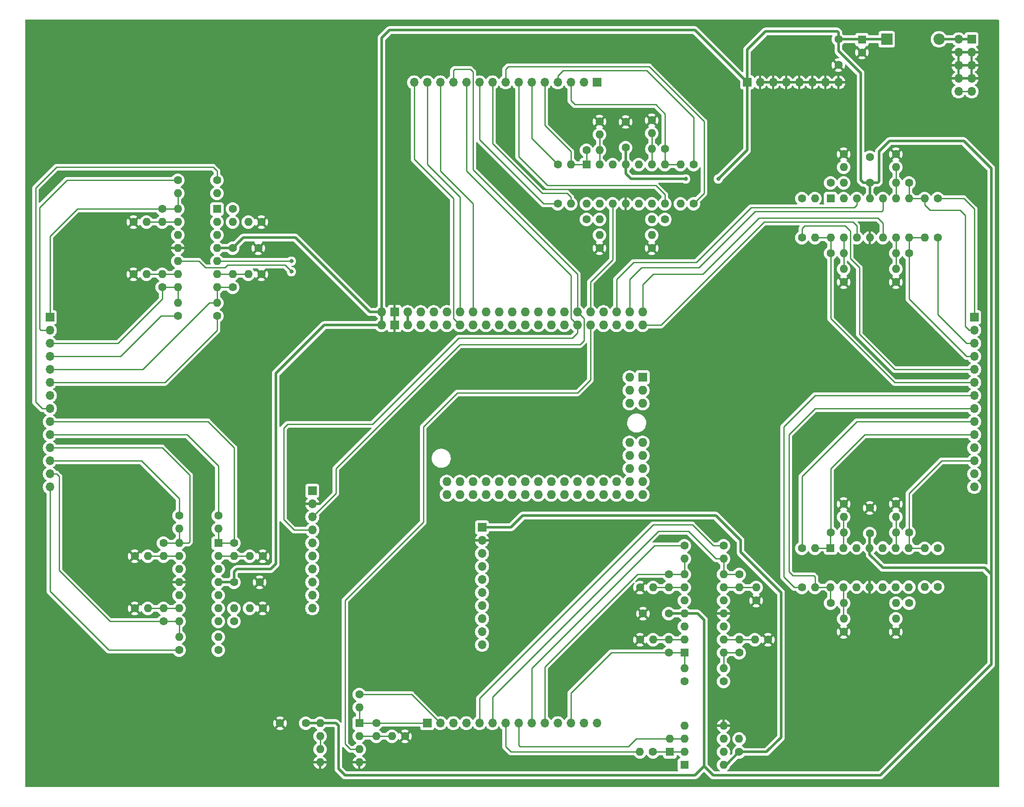
<source format=gbr>
%TF.GenerationSoftware,KiCad,Pcbnew,7.0.7*%
%TF.CreationDate,2024-07-17T17:06:10+10:00*%
%TF.ProjectId,MIDIAutomationSequencerPROC,4d494449-4175-4746-9f6d-6174696f6e53,rev?*%
%TF.SameCoordinates,Original*%
%TF.FileFunction,Copper,L2,Bot*%
%TF.FilePolarity,Positive*%
%FSLAX46Y46*%
G04 Gerber Fmt 4.6, Leading zero omitted, Abs format (unit mm)*
G04 Created by KiCad (PCBNEW 7.0.7) date 2024-07-17 17:06:10*
%MOMM*%
%LPD*%
G01*
G04 APERTURE LIST*
%TA.AperFunction,ComponentPad*%
%ADD10R,1.700000X1.700000*%
%TD*%
%TA.AperFunction,ComponentPad*%
%ADD11O,1.700000X1.700000*%
%TD*%
%TA.AperFunction,ComponentPad*%
%ADD12C,1.600000*%
%TD*%
%TA.AperFunction,ComponentPad*%
%ADD13O,1.600000X1.600000*%
%TD*%
%TA.AperFunction,ComponentPad*%
%ADD14O,1.727200X1.727200*%
%TD*%
%TA.AperFunction,ComponentPad*%
%ADD15R,1.727200X1.727200*%
%TD*%
%TA.AperFunction,ComponentPad*%
%ADD16R,1.600000X1.600000*%
%TD*%
%TA.AperFunction,ComponentPad*%
%ADD17R,2.200000X2.200000*%
%TD*%
%TA.AperFunction,ComponentPad*%
%ADD18O,2.200000X2.200000*%
%TD*%
%TA.AperFunction,ViaPad*%
%ADD19C,0.800000*%
%TD*%
%TA.AperFunction,Conductor*%
%ADD20C,0.500000*%
%TD*%
%TA.AperFunction,Conductor*%
%ADD21C,0.250000*%
%TD*%
G04 APERTURE END LIST*
D10*
%TO.P,J2,1,Pin_1*%
%TO.N,OUT5LED*%
X141986000Y-119126000D03*
D11*
%TO.P,J2,2,Pin_2*%
%TO.N,OUTPUT5*%
X139446000Y-119126000D03*
%TO.P,J2,3,Pin_3*%
%TO.N,OUT4LED*%
X136906000Y-119126000D03*
%TO.P,J2,4,Pin_4*%
%TO.N,OUTPUT4*%
X134366000Y-119126000D03*
%TO.P,J2,5,Pin_5*%
%TO.N,OUT3LED*%
X131826000Y-119126000D03*
%TO.P,J2,6,Pin_6*%
%TO.N,OUTPUT3*%
X129286000Y-119126000D03*
%TO.P,J2,7,Pin_7*%
%TO.N,OUT2LED*%
X126746000Y-119126000D03*
%TO.P,J2,8,Pin_8*%
%TO.N,OUTPUT2*%
X124206000Y-119126000D03*
%TO.P,J2,9,Pin_9*%
%TO.N,OUT1LED*%
X121666000Y-119126000D03*
%TO.P,J2,10,Pin_10*%
%TO.N,OUTPUT1*%
X119126000Y-119126000D03*
%TO.P,J2,11,Pin_11*%
%TO.N,unconnected-(J2-Pin_11-Pad11)*%
X116586000Y-119126000D03*
%TO.P,J2,12,Pin_12*%
%TO.N,unconnected-(J2-Pin_12-Pad12)*%
X114046000Y-119126000D03*
%TO.P,J2,13,Pin_13*%
%TO.N,ENCSW*%
X111506000Y-119126000D03*
%TO.P,J2,14,Pin_14*%
%TO.N,ENCB*%
X108966000Y-119126000D03*
%TO.P,J2,15,Pin_15*%
%TO.N,ENCA*%
X106426000Y-119126000D03*
%TD*%
D10*
%TO.P,J5,1,Pin_1*%
%TO.N,CLKLED*%
X108966000Y-243840000D03*
D11*
%TO.P,J5,2,Pin_2*%
%TO.N,CLKOUT*%
X111506000Y-243840000D03*
%TO.P,J5,3,Pin_3*%
%TO.N,CC4*%
X114046000Y-243840000D03*
%TO.P,J5,4,Pin_4*%
%TO.N,CC4LED*%
X116586000Y-243840000D03*
%TO.P,J5,5,Pin_5*%
%TO.N,CC5*%
X119126000Y-243840000D03*
%TO.P,J5,6,Pin_6*%
%TO.N,CC5LED*%
X121666000Y-243840000D03*
%TO.P,J5,7,Pin_7*%
%TO.N,MIDI4*%
X124206000Y-243840000D03*
%TO.P,J5,8,Pin_8*%
%TO.N,MIDI5*%
X126746000Y-243840000D03*
%TO.P,J5,9,Pin_9*%
%TO.N,CC6*%
X129286000Y-243840000D03*
%TO.P,J5,10,Pin_10*%
%TO.N,CC6LED*%
X131826000Y-243840000D03*
%TO.P,J5,11,Pin_11*%
%TO.N,CC7*%
X134366000Y-243840000D03*
%TO.P,J5,12,Pin_12*%
%TO.N,CC7LED*%
X136906000Y-243840000D03*
%TO.P,J5,13,Pin_13*%
%TO.N,CC8*%
X139446000Y-243840000D03*
%TO.P,J5,14,Pin_14*%
%TO.N,CC8LED*%
X141986000Y-243840000D03*
%TD*%
D10*
%TO.P,J6,1,Pin_1*%
%TO.N,+12V*%
X171196000Y-119126000D03*
D11*
%TO.P,J6,2,Pin_2*%
%TO.N,GND*%
X173736000Y-119126000D03*
%TO.P,J6,3,Pin_3*%
X176276000Y-119126000D03*
%TO.P,J6,4,Pin_4*%
X178816000Y-119126000D03*
%TO.P,J6,5,Pin_5*%
X181356000Y-119126000D03*
%TO.P,J6,6,Pin_6*%
X183896000Y-119126000D03*
%TO.P,J6,7,Pin_7*%
X186436000Y-119126000D03*
%TO.P,J6,8,Pin_8*%
X188976000Y-119126000D03*
%TD*%
D10*
%TO.P,J3,1,Pin_1*%
%TO.N,OUT12LED*%
X35560000Y-164846000D03*
D11*
%TO.P,J3,2,Pin_2*%
%TO.N,OUTPUT12*%
X35560000Y-167386000D03*
%TO.P,J3,3,Pin_3*%
%TO.N,OUT11LED*%
X35560000Y-169926000D03*
%TO.P,J3,4,Pin_4*%
%TO.N,OUTPUT11*%
X35560000Y-172466000D03*
%TO.P,J3,5,Pin_5*%
%TO.N,OUT10LED*%
X35560000Y-175006000D03*
%TO.P,J3,6,Pin_6*%
%TO.N,OUTPUT10*%
X35560000Y-177546000D03*
%TO.P,J3,7,Pin_7*%
%TO.N,OUT9LED*%
X35560000Y-180086000D03*
%TO.P,J3,8,Pin_8*%
%TO.N,OUTPUT9*%
X35560000Y-182626000D03*
%TO.P,J3,9,Pin_9*%
%TO.N,CC3LED*%
X35560000Y-185166000D03*
%TO.P,J3,10,Pin_10*%
%TO.N,CC3*%
X35560000Y-187706000D03*
%TO.P,J3,11,Pin_11*%
%TO.N,CC2LED*%
X35560000Y-190246000D03*
%TO.P,J3,12,Pin_12*%
%TO.N,CC2*%
X35560000Y-192786000D03*
%TO.P,J3,13,Pin_13*%
%TO.N,CC1LED*%
X35560000Y-195326000D03*
%TO.P,J3,14,Pin_14*%
%TO.N,CC1*%
X35560000Y-197866000D03*
%TD*%
D10*
%TO.P,J4,1,Pin_1*%
%TO.N,OUTPUT6*%
X215392000Y-164846000D03*
D11*
%TO.P,J4,2,Pin_2*%
%TO.N,OUT6LED*%
X215392000Y-167386000D03*
%TO.P,J4,3,Pin_3*%
%TO.N,OUTPUT7*%
X215392000Y-169926000D03*
%TO.P,J4,4,Pin_4*%
%TO.N,OUT7LED*%
X215392000Y-172466000D03*
%TO.P,J4,5,Pin_5*%
%TO.N,OUTPUT8*%
X215392000Y-175006000D03*
%TO.P,J4,6,Pin_6*%
%TO.N,OUT8LED*%
X215392000Y-177546000D03*
%TO.P,J4,7,Pin_7*%
%TO.N,OUTPUT13*%
X215392000Y-180086000D03*
%TO.P,J4,8,Pin_8*%
%TO.N,OUT13LED*%
X215392000Y-182626000D03*
%TO.P,J4,9,Pin_9*%
%TO.N,OUTPUT14*%
X215392000Y-185166000D03*
%TO.P,J4,10,Pin_10*%
%TO.N,OUT14LED*%
X215392000Y-187706000D03*
%TO.P,J4,11,Pin_11*%
%TO.N,OUTPUT15*%
X215392000Y-190246000D03*
%TO.P,J4,12,Pin_12*%
%TO.N,OUT15LED*%
X215392000Y-192786000D03*
%TO.P,J4,13,Pin_13*%
%TO.N,OUTPUT16*%
X215392000Y-195326000D03*
%TO.P,J4,14,Pin_14*%
%TO.N,OUT16LED*%
X215392000Y-197866000D03*
%TD*%
D12*
%TO.P,R45,1*%
%TO.N,OUT15LED*%
X202692000Y-206756000D03*
D13*
%TO.P,R45,2*%
%TO.N,Net-(U4B--)*%
X200152000Y-206756000D03*
%TD*%
D12*
%TO.P,R60,1*%
%TO.N,OUT16LED*%
X202721000Y-220472000D03*
D13*
%TO.P,R60,2*%
%TO.N,Net-(U4C--)*%
X200181000Y-220472000D03*
%TD*%
D12*
%TO.P,R62,1*%
%TO.N,GND*%
X189992000Y-157988000D03*
D13*
%TO.P,R62,2*%
%TO.N,Net-(U7D--)*%
X189992000Y-155448000D03*
%TD*%
D12*
%TO.P,R73,1*%
%TO.N,CC7LED*%
X155956000Y-230124000D03*
D13*
%TO.P,R73,2*%
%TO.N,Net-(U3A--)*%
X155956000Y-227584000D03*
%TD*%
D12*
%TO.P,R55,1*%
%TO.N,OUTPUT16*%
X208280000Y-217344000D03*
D13*
%TO.P,R55,2*%
%TO.N,OUT16LED*%
X205740000Y-217344000D03*
%TD*%
D12*
%TO.P,R23,1*%
%TO.N,CC2*%
X60706000Y-203454000D03*
D13*
%TO.P,R23,2*%
%TO.N,CC2LED*%
X60706000Y-205994000D03*
%TD*%
D12*
%TO.P,R52,1*%
%TO.N,OUTPUT8*%
X181864000Y-149352000D03*
D13*
%TO.P,R52,2*%
%TO.N,OUT8LED*%
X184404000Y-149352000D03*
%TD*%
D14*
%TO.P,A1,3V31,3.3V*%
%TO.N,unconnected-(A1-3.3V-Pad3V31)*%
X107696000Y-166370000D03*
%TO.P,A1,3V32,3.3V*%
%TO.N,unconnected-(A1-3.3V-Pad3V32)*%
X107696000Y-163830000D03*
%TO.P,A1,5V1,5V*%
%TO.N,+5V*%
X105156000Y-166370000D03*
%TO.P,A1,5V2,SPI_5V*%
%TO.N,unconnected-(A1-SPI_5V-Pad5V2)*%
X150876000Y-181610000D03*
%TO.P,A1,5V3,5V*%
%TO.N,+5V*%
X105156000Y-163830000D03*
%TO.P,A1,A0,A0*%
%TO.N,unconnected-(A1-PadA0)*%
X112776000Y-199390000D03*
%TO.P,A1,A1,A1*%
%TO.N,unconnected-(A1-PadA1)*%
X112776000Y-196850000D03*
%TO.P,A1,A2,A2*%
%TO.N,unconnected-(A1-PadA2)*%
X115316000Y-199390000D03*
%TO.P,A1,A3,A3*%
%TO.N,unconnected-(A1-PadA3)*%
X115316000Y-196850000D03*
%TO.P,A1,A4,A4*%
%TO.N,unconnected-(A1-PadA4)*%
X117856000Y-199390000D03*
%TO.P,A1,A5,A5*%
%TO.N,unconnected-(A1-PadA5)*%
X117856000Y-196850000D03*
%TO.P,A1,A6,A6*%
%TO.N,unconnected-(A1-PadA6)*%
X120396000Y-199390000D03*
%TO.P,A1,A7,A7*%
%TO.N,unconnected-(A1-PadA7)*%
X120396000Y-196850000D03*
%TO.P,A1,A8,A8*%
%TO.N,unconnected-(A1-PadA8)*%
X122936000Y-199390000D03*
%TO.P,A1,A9,A9*%
%TO.N,unconnected-(A1-PadA9)*%
X122936000Y-196850000D03*
%TO.P,A1,A10,A10*%
%TO.N,unconnected-(A1-PadA10)*%
X125476000Y-199390000D03*
%TO.P,A1,A11,A11*%
%TO.N,unconnected-(A1-PadA11)*%
X125476000Y-196850000D03*
%TO.P,A1,A12,A12*%
%TO.N,unconnected-(A1-PadA12)*%
X128016000Y-199390000D03*
%TO.P,A1,A13,A13*%
%TO.N,unconnected-(A1-PadA13)*%
X128016000Y-196850000D03*
%TO.P,A1,A14,A14*%
%TO.N,unconnected-(A1-PadA14)*%
X130556000Y-199390000D03*
%TO.P,A1,A15,A15*%
%TO.N,unconnected-(A1-PadA15)*%
X130556000Y-196850000D03*
%TO.P,A1,AREF,AREF*%
%TO.N,unconnected-(A1-PadAREF)*%
X110236000Y-166370000D03*
%TO.P,A1,D0,D0/RX0*%
%TO.N,RX*%
X112776000Y-166370000D03*
%TO.P,A1,D1,D1/TX0*%
%TO.N,unconnected-(A1-D1{slash}TX0-PadD1)*%
X112776000Y-163830000D03*
%TO.P,A1,D2,D2_INT0*%
%TO.N,ENCA*%
X115316000Y-166370000D03*
%TO.P,A1,D3,D3_INT1*%
%TO.N,ENCB*%
X115316000Y-163830000D03*
%TO.P,A1,D4,D4*%
%TO.N,OUT4*%
X117856000Y-166370000D03*
%TO.P,A1,D5,D5*%
%TO.N,ENCSW*%
X117856000Y-163830000D03*
%TO.P,A1,D6,D6*%
%TO.N,unconnected-(A1-PadD6)*%
X120396000Y-166370000D03*
%TO.P,A1,D7,D7*%
%TO.N,unconnected-(A1-PadD7)*%
X120396000Y-163830000D03*
%TO.P,A1,D8,D8*%
%TO.N,unconnected-(A1-PadD8)*%
X122936000Y-166370000D03*
%TO.P,A1,D9,D9*%
%TO.N,OUT11*%
X122936000Y-163830000D03*
%TO.P,A1,D10,D10*%
%TO.N,unconnected-(A1-PadD10)*%
X125476000Y-166370000D03*
%TO.P,A1,D11,D11*%
%TO.N,OUT10*%
X125476000Y-163830000D03*
%TO.P,A1,D12,D12*%
%TO.N,unconnected-(A1-PadD12)*%
X128016000Y-166370000D03*
%TO.P,A1,D13,D13*%
%TO.N,unconnected-(A1-PadD13)*%
X128016000Y-163830000D03*
%TO.P,A1,D14,D14/TX3*%
%TO.N,unconnected-(A1-D14{slash}TX3-PadD14)*%
X130556000Y-166370000D03*
%TO.P,A1,D15,D15/RX3*%
%TO.N,unconnected-(A1-D15{slash}RX3-PadD15)*%
X130556000Y-163830000D03*
%TO.P,A1,D16,D16/TX2*%
%TO.N,unconnected-(A1-D16{slash}TX2-PadD16)*%
X133096000Y-166370000D03*
%TO.P,A1,D17,D17/RX2*%
%TO.N,unconnected-(A1-D17{slash}RX2-PadD17)*%
X133096000Y-163830000D03*
%TO.P,A1,D18,D18/TX1*%
%TO.N,unconnected-(A1-D18{slash}TX1-PadD18)*%
X135636000Y-166370000D03*
%TO.P,A1,D19,D19/RX1*%
%TO.N,unconnected-(A1-D19{slash}RX1-PadD19)*%
X135636000Y-163830000D03*
%TO.P,A1,D20,D20/SDA*%
%TO.N,SDA*%
X138176000Y-166370000D03*
%TO.P,A1,D21,D21/SCL*%
%TO.N,SCL*%
X138176000Y-163830000D03*
%TO.P,A1,D22,D22*%
%TO.N,CLK*%
X140716000Y-166370000D03*
%TO.P,A1,D23,D23*%
%TO.N,OUT1*%
X140716000Y-163830000D03*
%TO.P,A1,D24,D24*%
%TO.N,OUT12*%
X143256000Y-166370000D03*
%TO.P,A1,D25,D25*%
%TO.N,OUT2*%
X143256000Y-163830000D03*
%TO.P,A1,D26,D26*%
%TO.N,OUT9*%
X145796000Y-166370000D03*
%TO.P,A1,D27,D27*%
%TO.N,OUT5*%
X145796000Y-163830000D03*
%TO.P,A1,D28,D28*%
%TO.N,OUT3*%
X148336000Y-166370000D03*
%TO.P,A1,D29,D29*%
%TO.N,OUT6*%
X148336000Y-163830000D03*
%TO.P,A1,D30,D30*%
%TO.N,OUT8*%
X150876000Y-166370000D03*
%TO.P,A1,D31,D31*%
%TO.N,OUT7*%
X150876000Y-163830000D03*
%TO.P,A1,D32,D32*%
%TO.N,unconnected-(A1-PadD32)*%
X133096000Y-199390000D03*
%TO.P,A1,D33,D33*%
%TO.N,unconnected-(A1-PadD33)*%
X133096000Y-196850000D03*
%TO.P,A1,D34,D34*%
%TO.N,unconnected-(A1-PadD34)*%
X135636000Y-199390000D03*
%TO.P,A1,D35,D35*%
%TO.N,unconnected-(A1-PadD35)*%
X135636000Y-196850000D03*
%TO.P,A1,D36,D36*%
%TO.N,unconnected-(A1-PadD36)*%
X138176000Y-199390000D03*
%TO.P,A1,D37,D37*%
%TO.N,unconnected-(A1-PadD37)*%
X138176000Y-196850000D03*
%TO.P,A1,D38,D38*%
%TO.N,unconnected-(A1-PadD38)*%
X140716000Y-199390000D03*
%TO.P,A1,D39,D39*%
%TO.N,unconnected-(A1-PadD39)*%
X140716000Y-196850000D03*
%TO.P,A1,D40,D40*%
%TO.N,unconnected-(A1-PadD40)*%
X143256000Y-199390000D03*
%TO.P,A1,D41,D41*%
%TO.N,unconnected-(A1-PadD41)*%
X143256000Y-196850000D03*
%TO.P,A1,D42,D42*%
%TO.N,unconnected-(A1-PadD42)*%
X145796000Y-199390000D03*
%TO.P,A1,D43,D43*%
%TO.N,unconnected-(A1-PadD43)*%
X145796000Y-196850000D03*
%TO.P,A1,D44,D44*%
%TO.N,unconnected-(A1-PadD44)*%
X148336000Y-199390000D03*
%TO.P,A1,D45,D45*%
%TO.N,unconnected-(A1-PadD45)*%
X148336000Y-196850000D03*
%TO.P,A1,D46,D46*%
%TO.N,unconnected-(A1-PadD46)*%
X150876000Y-199390000D03*
%TO.P,A1,D47,D47*%
%TO.N,OUT13*%
X150876000Y-196850000D03*
%TO.P,A1,D48,D48*%
%TO.N,OUT16*%
X150876000Y-194310000D03*
%TO.P,A1,D49,D49*%
%TO.N,unconnected-(A1-PadD49)*%
X148336000Y-194310000D03*
%TO.P,A1,D50,D50_MISO*%
%TO.N,OUT14*%
X150876000Y-191770000D03*
%TO.P,A1,D51,D51_MOSI*%
%TO.N,unconnected-(A1-D51_MOSI-PadD51)*%
X148336000Y-191770000D03*
%TO.P,A1,D52,D52_SCK*%
%TO.N,OUT15*%
X150876000Y-189230000D03*
%TO.P,A1,D53,D53_CS*%
%TO.N,unconnected-(A1-D53_CS-PadD53)*%
X148336000Y-189230000D03*
D15*
%TO.P,A1,GND1,GND*%
%TO.N,GND*%
X102616000Y-166370000D03*
%TO.P,A1,GND2,GND*%
X102616000Y-163830000D03*
%TO.P,A1,GND4,SPI_GND*%
%TO.N,unconnected-(A1-SPI_GND-PadGND4)*%
X150876000Y-176530000D03*
D14*
%TO.P,A1,MISO,SPI_MISO*%
%TO.N,unconnected-(A1-SPI_MISO-PadMISO)*%
X148336000Y-181610000D03*
%TO.P,A1,MOSI,SPI_MOSI*%
%TO.N,unconnected-(A1-SPI_MOSI-PadMOSI)*%
X150876000Y-179070000D03*
%TO.P,A1,RST1,RESET*%
%TO.N,unconnected-(A1-RESET-PadRST1)*%
X110236000Y-163830000D03*
%TO.P,A1,RST2,SPI_RESET*%
%TO.N,unconnected-(A1-SPI_RESET-PadRST2)*%
X148336000Y-176530000D03*
%TO.P,A1,SCK,SPI_SCK*%
%TO.N,unconnected-(A1-SPI_SCK-PadSCK)*%
X148336000Y-179070000D03*
%TO.P,A1,VIN1,VIN*%
%TO.N,+12V*%
X100076000Y-166370000D03*
%TO.P,A1,VIN2,VIN*%
X100076000Y-163830000D03*
%TD*%
D12*
%TO.P,R35,1*%
%TO.N,GND*%
X189992000Y-201168000D03*
D13*
%TO.P,R35,2*%
%TO.N,Net-(U4A--)*%
X189992000Y-203708000D03*
%TD*%
D16*
%TO.P,U1,1*%
%TO.N,CLKLED*%
X95758000Y-243840000D03*
D13*
%TO.P,U1,2,-*%
%TO.N,Net-(U1A--)*%
X95758000Y-246380000D03*
%TO.P,U1,3,+*%
%TO.N,CLK*%
X95758000Y-248920000D03*
%TO.P,U1,4,V-*%
%TO.N,GND*%
X95758000Y-251460000D03*
%TO.P,U1,5,+*%
X88138000Y-251460000D03*
%TO.P,U1,6,-*%
%TO.N,Net-(U1B--)*%
X88138000Y-248920000D03*
%TO.P,U1,7*%
X88138000Y-246380000D03*
%TO.P,U1,8,V+*%
%TO.N,+12V*%
X88138000Y-243840000D03*
%TD*%
D12*
%TO.P,R6,1*%
%TO.N,OUTPUT1*%
X134366000Y-142748000D03*
D13*
%TO.P,R6,2*%
%TO.N,OUT1LED*%
X136906000Y-142748000D03*
%TD*%
D16*
%TO.P,C9,1*%
%TO.N,+12V*%
X193548000Y-110808887D03*
D12*
%TO.P,C9,2*%
%TO.N,GND*%
X193548000Y-113308887D03*
%TD*%
%TO.P,R29,1*%
%TO.N,OUT10LED*%
X71120000Y-159004000D03*
D13*
%TO.P,R29,2*%
%TO.N,Net-(U8B--)*%
X71120000Y-156464000D03*
%TD*%
D12*
%TO.P,C2,1*%
%TO.N,+12V*%
X195072000Y-206930000D03*
%TO.P,C2,2*%
%TO.N,GND*%
X195072000Y-201930000D03*
%TD*%
D16*
%TO.P,U5,1*%
%TO.N,OUT3LED*%
X139954000Y-135128000D03*
D13*
%TO.P,U5,2,-*%
%TO.N,Net-(U5A--)*%
X142494000Y-135128000D03*
%TO.P,U5,3,+*%
%TO.N,OUT3*%
X145034000Y-135128000D03*
%TO.P,U5,4,V+*%
%TO.N,+12V*%
X147574000Y-135128000D03*
%TO.P,U5,5,+*%
%TO.N,OUT4*%
X150114000Y-135128000D03*
%TO.P,U5,6,-*%
%TO.N,Net-(U5B--)*%
X152654000Y-135128000D03*
%TO.P,U5,7*%
%TO.N,OUT4LED*%
X155194000Y-135128000D03*
%TO.P,U5,8*%
%TO.N,OUT2LED*%
X155194000Y-142748000D03*
%TO.P,U5,9,-*%
%TO.N,Net-(U5C--)*%
X152654000Y-142748000D03*
%TO.P,U5,10,+*%
%TO.N,OUT2*%
X150114000Y-142748000D03*
%TO.P,U5,11,V-*%
%TO.N,GND*%
X147574000Y-142748000D03*
%TO.P,U5,12,+*%
%TO.N,OUT1*%
X145034000Y-142748000D03*
%TO.P,U5,13,-*%
%TO.N,Net-(U5D--)*%
X142494000Y-142748000D03*
%TO.P,U5,14*%
%TO.N,OUT1LED*%
X139954000Y-142748000D03*
%TD*%
D12*
%TO.P,R72,1*%
%TO.N,CC7*%
X159004000Y-235712000D03*
D13*
%TO.P,R72,2*%
%TO.N,CC7LED*%
X159004000Y-233172000D03*
%TD*%
D12*
%TO.P,R68,1*%
%TO.N,GND*%
X172974000Y-219964000D03*
D13*
%TO.P,R68,2*%
%TO.N,Net-(U3C--)*%
X172974000Y-217424000D03*
%TD*%
D12*
%TO.P,R76,1*%
%TO.N,CC8LED*%
X169672000Y-230124000D03*
D13*
%TO.P,R76,2*%
%TO.N,Net-(U3D--)*%
X169672000Y-227584000D03*
%TD*%
D12*
%TO.P,R57,1*%
%TO.N,OUT8LED*%
X187452000Y-152400000D03*
D13*
%TO.P,R57,2*%
%TO.N,Net-(U7D--)*%
X189992000Y-152400000D03*
%TD*%
D16*
%TO.P,D2,1,K*%
%TO.N,Net-(D2-K)*%
X156200000Y-249428000D03*
D13*
%TO.P,D2,2,A*%
%TO.N,MIDI5*%
X156200000Y-246888000D03*
%TD*%
D10*
%TO.P,DAC2,1,Pin_1*%
%TO.N,+5V*%
X119634000Y-205740000D03*
D11*
%TO.P,DAC2,2,Pin_2*%
%TO.N,GND*%
X119634000Y-208280000D03*
%TO.P,DAC2,3,Pin_3*%
%TO.N,SCL*%
X119634000Y-210820000D03*
%TO.P,DAC2,4,Pin_4*%
%TO.N,SDA*%
X119634000Y-213360000D03*
%TO.P,DAC2,5,Pin_5*%
%TO.N,unconnected-(DAC2-Pin_5-Pad5)*%
X119634000Y-215900000D03*
%TO.P,DAC2,6,Pin_6*%
%TO.N,unconnected-(DAC2-Pin_6-Pad6)*%
X119634000Y-218440000D03*
%TO.P,DAC2,7,Pin_7*%
%TO.N,DACA2*%
X119634000Y-220980000D03*
%TO.P,DAC2,8,Pin_8*%
%TO.N,DACB2*%
X119634000Y-223520000D03*
%TO.P,DAC2,9,Pin_9*%
%TO.N,DACC2*%
X119634000Y-226060000D03*
%TO.P,DAC2,10,Pin_10*%
%TO.N,DACD2*%
X119634000Y-228600000D03*
%TD*%
D12*
%TO.P,R40,1*%
%TO.N,OUTPUT15*%
X208280000Y-209804000D03*
D13*
%TO.P,R40,2*%
%TO.N,OUT15LED*%
X205740000Y-209804000D03*
%TD*%
D12*
%TO.P,R67,1*%
%TO.N,CC5LED*%
X169672000Y-214884000D03*
D13*
%TO.P,R67,2*%
%TO.N,Net-(U3C--)*%
X169672000Y-217424000D03*
%TD*%
D12*
%TO.P,R5,1*%
%TO.N,GND*%
X104648000Y-246380000D03*
D13*
%TO.P,R5,2*%
%TO.N,Net-(U1A--)*%
X102108000Y-246380000D03*
%TD*%
D12*
%TO.P,R34,1*%
%TO.N,GND*%
X76708000Y-156464000D03*
D13*
%TO.P,R34,2*%
%TO.N,Net-(U8B--)*%
X74168000Y-156464000D03*
%TD*%
D12*
%TO.P,R3,1*%
%TO.N,Net-(D2-K)*%
X152898000Y-249428000D03*
D13*
%TO.P,R3,2*%
%TO.N,MIDI4*%
X150358000Y-249428000D03*
%TD*%
D16*
%TO.P,U2,1,NC*%
%TO.N,unconnected-(U2-NC-Pad1)*%
X159004000Y-251968000D03*
D13*
%TO.P,U2,2,C1*%
%TO.N,Net-(D2-K)*%
X159004000Y-249428000D03*
%TO.P,U2,3,C2*%
%TO.N,MIDI5*%
X159004000Y-246888000D03*
%TO.P,U2,4,NC*%
%TO.N,unconnected-(U2-NC-Pad4)*%
X159004000Y-244348000D03*
%TO.P,U2,5,GND*%
%TO.N,GND*%
X166624000Y-244348000D03*
%TO.P,U2,6,VO2*%
%TO.N,RX*%
X166624000Y-246888000D03*
%TO.P,U2,7,VO1*%
%TO.N,unconnected-(U2-VO1-Pad7)*%
X166624000Y-249428000D03*
%TO.P,U2,8,VCC*%
%TO.N,+5V*%
X166624000Y-251968000D03*
%TD*%
D12*
%TO.P,R71,1*%
%TO.N,GND*%
X150368000Y-217424000D03*
D13*
%TO.P,R71,2*%
%TO.N,Net-(U3B--)*%
X152908000Y-217424000D03*
%TD*%
D12*
%TO.P,R27,1*%
%TO.N,OUT6LED*%
X202692000Y-138684000D03*
D13*
%TO.P,R27,2*%
%TO.N,Net-(U7B--)*%
X200152000Y-138684000D03*
%TD*%
D12*
%TO.P,R46,1*%
%TO.N,GND*%
X142494000Y-126746000D03*
D13*
%TO.P,R46,2*%
%TO.N,Net-(U5A--)*%
X142494000Y-129286000D03*
%TD*%
D12*
%TO.P,R22,1*%
%TO.N,OUTPUT6*%
X208280000Y-141732000D03*
D13*
%TO.P,R22,2*%
%TO.N,OUT6LED*%
X205740000Y-141732000D03*
%TD*%
D12*
%TO.P,R11,1*%
%TO.N,OUT1LED*%
X139954000Y-145796000D03*
D13*
%TO.P,R11,2*%
%TO.N,Net-(U5D--)*%
X142494000Y-145796000D03*
%TD*%
D12*
%TO.P,R69,1*%
%TO.N,CC6*%
X159004000Y-209296000D03*
D13*
%TO.P,R69,2*%
%TO.N,CC6LED*%
X159004000Y-211836000D03*
%TD*%
D12*
%TO.P,R53,1*%
%TO.N,CC4*%
X68326000Y-229616000D03*
D13*
%TO.P,R53,2*%
%TO.N,CC4LED*%
X68326000Y-227076000D03*
%TD*%
D12*
%TO.P,C8,1*%
%TO.N,+12V*%
X188976000Y-110744000D03*
%TO.P,C8,2*%
%TO.N,GND*%
X188976000Y-115744000D03*
%TD*%
%TO.P,R37,1*%
%TO.N,OUTPUT7*%
X208280000Y-149352000D03*
D13*
%TO.P,R37,2*%
%TO.N,OUT7LED*%
X205740000Y-149352000D03*
%TD*%
D12*
%TO.P,R18,1*%
%TO.N,GND*%
X52070000Y-221488000D03*
D13*
%TO.P,R18,2*%
%TO.N,Net-(U6C--)*%
X54610000Y-221488000D03*
%TD*%
D12*
%TO.P,C6,1*%
%TO.N,+12V*%
X195072000Y-138684000D03*
%TO.P,C6,2*%
%TO.N,GND*%
X195072000Y-133684000D03*
%TD*%
%TO.P,R21,1*%
%TO.N,OUTPUT2*%
X160782000Y-142748000D03*
D13*
%TO.P,R21,2*%
%TO.N,OUT2LED*%
X158242000Y-142748000D03*
%TD*%
D12*
%TO.P,R28,1*%
%TO.N,CC2LED*%
X57658000Y-208788000D03*
D13*
%TO.P,R28,2*%
%TO.N,Net-(U6D--)*%
X57658000Y-211328000D03*
%TD*%
D12*
%TO.P,R65,1*%
%TO.N,GND*%
X200152000Y-226060000D03*
D13*
%TO.P,R65,2*%
%TO.N,Net-(U4C--)*%
X200152000Y-223520000D03*
%TD*%
D12*
%TO.P,R75,1*%
%TO.N,CC8*%
X166624000Y-235712000D03*
D13*
%TO.P,R75,2*%
%TO.N,CC8LED*%
X166624000Y-233172000D03*
%TD*%
D12*
%TO.P,R49,1*%
%TO.N,GND*%
X51816000Y-156464000D03*
D13*
%TO.P,R49,2*%
%TO.N,Net-(U8C--)*%
X54356000Y-156464000D03*
%TD*%
D12*
%TO.P,R20,1*%
%TO.N,GND*%
X189992000Y-226060000D03*
D13*
%TO.P,R20,2*%
%TO.N,Net-(U4D--)*%
X189992000Y-223520000D03*
%TD*%
D12*
%TO.P,R54,1*%
%TO.N,OUTPUT12*%
X60452000Y-138176000D03*
D13*
%TO.P,R54,2*%
%TO.N,OUT12LED*%
X60452000Y-140716000D03*
%TD*%
D12*
%TO.P,R51,1*%
%TO.N,OUTPUT4*%
X160782000Y-135128000D03*
D13*
%TO.P,R51,2*%
%TO.N,OUT4LED*%
X158242000Y-135128000D03*
%TD*%
D16*
%TO.P,U3,1*%
%TO.N,CC7LED*%
X159004000Y-230124000D03*
D13*
%TO.P,U3,2,-*%
%TO.N,Net-(U3A--)*%
X159004000Y-227584000D03*
%TO.P,U3,3,+*%
%TO.N,DACC2*%
X159004000Y-225044000D03*
%TO.P,U3,4,V+*%
%TO.N,+12V*%
X159004000Y-222504000D03*
%TO.P,U3,5,+*%
%TO.N,DACB2*%
X159004000Y-219964000D03*
%TO.P,U3,6,-*%
%TO.N,Net-(U3B--)*%
X159004000Y-217424000D03*
%TO.P,U3,7*%
%TO.N,CC6LED*%
X159004000Y-214884000D03*
%TO.P,U3,8*%
%TO.N,CC5LED*%
X166624000Y-214884000D03*
%TO.P,U3,9,-*%
%TO.N,Net-(U3C--)*%
X166624000Y-217424000D03*
%TO.P,U3,10,+*%
%TO.N,DACA2*%
X166624000Y-219964000D03*
%TO.P,U3,11,V-*%
%TO.N,GND*%
X166624000Y-222504000D03*
%TO.P,U3,12,+*%
%TO.N,DACD2*%
X166624000Y-225044000D03*
%TO.P,U3,13,-*%
%TO.N,Net-(U3D--)*%
X166624000Y-227584000D03*
%TO.P,U3,14*%
%TO.N,CC8LED*%
X166624000Y-230124000D03*
%TD*%
D12*
%TO.P,R25,1*%
%TO.N,OUTPUT14*%
X181864000Y-209804000D03*
D13*
%TO.P,R25,2*%
%TO.N,OUT14LED*%
X184404000Y-209804000D03*
%TD*%
D12*
%TO.P,R59,1*%
%TO.N,OUT12LED*%
X57404000Y-143764000D03*
D13*
%TO.P,R59,2*%
%TO.N,Net-(U8D--)*%
X57404000Y-146304000D03*
%TD*%
D12*
%TO.P,R13,1*%
%TO.N,CC1LED*%
X57658000Y-224028000D03*
D13*
%TO.P,R13,2*%
%TO.N,Net-(U6C--)*%
X57658000Y-221488000D03*
%TD*%
D12*
%TO.P,R63,1*%
%TO.N,GND*%
X76962000Y-221488000D03*
D13*
%TO.P,R63,2*%
%TO.N,Net-(U6B--)*%
X74422000Y-221488000D03*
%TD*%
D12*
%TO.P,R8,1*%
%TO.N,CC1*%
X60706000Y-229616000D03*
D13*
%TO.P,R8,2*%
%TO.N,CC1LED*%
X60706000Y-227076000D03*
%TD*%
D12*
%TO.P,R9,1*%
%TO.N,OUTPUT9*%
X68072000Y-138176000D03*
D13*
%TO.P,R9,2*%
%TO.N,OUT9LED*%
X68072000Y-140716000D03*
%TD*%
D12*
%TO.P,R17,1*%
%TO.N,GND*%
X189992000Y-133096000D03*
D13*
%TO.P,R17,2*%
%TO.N,Net-(U7A--)*%
X189992000Y-135636000D03*
%TD*%
D12*
%TO.P,R26,1*%
%TO.N,OUT2LED*%
X155223000Y-145796000D03*
D13*
%TO.P,R26,2*%
%TO.N,Net-(U5C--)*%
X152683000Y-145796000D03*
%TD*%
D17*
%TO.P,D1,1,K*%
%TO.N,+12V*%
X198374000Y-110744000D03*
D18*
%TO.P,D1,2,A*%
%TO.N,Net-(D1-A)*%
X208534000Y-110744000D03*
%TD*%
D12*
%TO.P,C4,1*%
%TO.N,+12V*%
X71374000Y-216408000D03*
%TO.P,C4,2*%
%TO.N,GND*%
X76374000Y-216408000D03*
%TD*%
%TO.P,R66,1*%
%TO.N,CC5*%
X166624000Y-209296000D03*
D13*
%TO.P,R66,2*%
%TO.N,CC5LED*%
X166624000Y-211836000D03*
%TD*%
D12*
%TO.P,R77,1*%
%TO.N,GND*%
X175260000Y-227584000D03*
D13*
%TO.P,R77,2*%
%TO.N,Net-(U3D--)*%
X172720000Y-227584000D03*
%TD*%
D12*
%TO.P,R56,1*%
%TO.N,OUT4LED*%
X155223000Y-132080000D03*
D13*
%TO.P,R56,2*%
%TO.N,Net-(U5B--)*%
X152683000Y-132080000D03*
%TD*%
D12*
%TO.P,R41,1*%
%TO.N,OUT3LED*%
X139954000Y-132334000D03*
D13*
%TO.P,R41,2*%
%TO.N,Net-(U5A--)*%
X142494000Y-132334000D03*
%TD*%
D12*
%TO.P,R64,1*%
%TO.N,GND*%
X51816000Y-146304000D03*
D13*
%TO.P,R64,2*%
%TO.N,Net-(U8D--)*%
X54356000Y-146304000D03*
%TD*%
D12*
%TO.P,R12,1*%
%TO.N,OUT5LED*%
X187452000Y-138684000D03*
D13*
%TO.P,R12,2*%
%TO.N,Net-(U7A--)*%
X189992000Y-138684000D03*
%TD*%
D12*
%TO.P,R33,1*%
%TO.N,GND*%
X52070000Y-211328000D03*
D13*
%TO.P,R33,2*%
%TO.N,Net-(U6D--)*%
X54610000Y-211328000D03*
%TD*%
D12*
%TO.P,R16,1*%
%TO.N,GND*%
X142494000Y-151384000D03*
D13*
%TO.P,R16,2*%
%TO.N,Net-(U5D--)*%
X142494000Y-148844000D03*
%TD*%
D12*
%TO.P,R39,1*%
%TO.N,OUTPUT11*%
X60452000Y-164592000D03*
D13*
%TO.P,R39,2*%
%TO.N,OUT11LED*%
X60452000Y-162052000D03*
%TD*%
D16*
%TO.P,U7,1*%
%TO.N,OUT5LED*%
X187452000Y-141732000D03*
D13*
%TO.P,U7,2,-*%
%TO.N,Net-(U7A--)*%
X189992000Y-141732000D03*
%TO.P,U7,3,+*%
%TO.N,OUT5*%
X192532000Y-141732000D03*
%TO.P,U7,4,V+*%
%TO.N,+12V*%
X195072000Y-141732000D03*
%TO.P,U7,5,+*%
%TO.N,OUT6*%
X197612000Y-141732000D03*
%TO.P,U7,6,-*%
%TO.N,Net-(U7B--)*%
X200152000Y-141732000D03*
%TO.P,U7,7*%
%TO.N,OUT6LED*%
X202692000Y-141732000D03*
%TO.P,U7,8*%
%TO.N,OUT7LED*%
X202692000Y-149352000D03*
%TO.P,U7,9,-*%
%TO.N,Net-(U7C--)*%
X200152000Y-149352000D03*
%TO.P,U7,10,+*%
%TO.N,OUT7*%
X197612000Y-149352000D03*
%TO.P,U7,11,V-*%
%TO.N,GND*%
X195072000Y-149352000D03*
%TO.P,U7,12,+*%
%TO.N,OUT8*%
X192532000Y-149352000D03*
%TO.P,U7,13,-*%
%TO.N,Net-(U7D--)*%
X189992000Y-149352000D03*
%TO.P,U7,14*%
%TO.N,OUT8LED*%
X187452000Y-149352000D03*
%TD*%
D12*
%TO.P,R4,1*%
%TO.N,CLKLED*%
X99060000Y-243840000D03*
D13*
%TO.P,R4,2*%
%TO.N,Net-(U1A--)*%
X99060000Y-246380000D03*
%TD*%
D12*
%TO.P,R44,1*%
%TO.N,OUT11LED*%
X57404000Y-159004000D03*
D13*
%TO.P,R44,2*%
%TO.N,Net-(U8C--)*%
X57404000Y-156464000D03*
%TD*%
D12*
%TO.P,R19,1*%
%TO.N,GND*%
X76708000Y-146304000D03*
D13*
%TO.P,R19,2*%
%TO.N,Net-(U8A--)*%
X74168000Y-146304000D03*
%TD*%
D12*
%TO.P,C1,1*%
%TO.N,+12V*%
X155956000Y-222504000D03*
%TO.P,C1,2*%
%TO.N,GND*%
X150956000Y-222504000D03*
%TD*%
%TO.P,R24,1*%
%TO.N,OUTPUT10*%
X68072000Y-164592000D03*
D13*
%TO.P,R24,2*%
%TO.N,OUT10LED*%
X68072000Y-162052000D03*
%TD*%
D12*
%TO.P,R38,1*%
%TO.N,CC3*%
X68326000Y-203454000D03*
D13*
%TO.P,R38,2*%
%TO.N,CC3LED*%
X68326000Y-205994000D03*
%TD*%
D16*
%TO.P,U4,1*%
%TO.N,OUT14LED*%
X187447000Y-209734000D03*
D13*
%TO.P,U4,2,-*%
%TO.N,Net-(U4A--)*%
X189987000Y-209734000D03*
%TO.P,U4,3,+*%
%TO.N,OUT14*%
X192527000Y-209734000D03*
%TO.P,U4,4,V+*%
%TO.N,+12V*%
X195067000Y-209734000D03*
%TO.P,U4,5,+*%
%TO.N,OUT15*%
X197607000Y-209734000D03*
%TO.P,U4,6,-*%
%TO.N,Net-(U4B--)*%
X200147000Y-209734000D03*
%TO.P,U4,7*%
%TO.N,OUT15LED*%
X202687000Y-209734000D03*
%TO.P,U4,8*%
%TO.N,OUT16LED*%
X202687000Y-217354000D03*
%TO.P,U4,9,-*%
%TO.N,Net-(U4C--)*%
X200147000Y-217354000D03*
%TO.P,U4,10,+*%
%TO.N,OUT16*%
X197607000Y-217354000D03*
%TO.P,U4,11,V-*%
%TO.N,GND*%
X195067000Y-217354000D03*
%TO.P,U4,12,+*%
%TO.N,OUT13*%
X192527000Y-217354000D03*
%TO.P,U4,13,-*%
%TO.N,Net-(U4D--)*%
X189987000Y-217354000D03*
%TO.P,U4,14*%
%TO.N,OUT13LED*%
X187447000Y-217354000D03*
%TD*%
D12*
%TO.P,R36,1*%
%TO.N,OUTPUT3*%
X134366000Y-135128000D03*
D13*
%TO.P,R36,2*%
%TO.N,OUT3LED*%
X136906000Y-135128000D03*
%TD*%
D12*
%TO.P,R74,1*%
%TO.N,GND*%
X150368000Y-227584000D03*
D13*
%TO.P,R74,2*%
%TO.N,Net-(U3A--)*%
X152908000Y-227584000D03*
%TD*%
D12*
%TO.P,R7,1*%
%TO.N,OUTPUT5*%
X181864000Y-141732000D03*
D13*
%TO.P,R7,2*%
%TO.N,OUT5LED*%
X184404000Y-141732000D03*
%TD*%
D12*
%TO.P,C3,1*%
%TO.N,+12V*%
X147574000Y-131826000D03*
%TO.P,C3,2*%
%TO.N,GND*%
X147574000Y-126826000D03*
%TD*%
%TO.P,R30,1*%
%TO.N,OUT14LED*%
X187452000Y-206756000D03*
D13*
%TO.P,R30,2*%
%TO.N,Net-(U4A--)*%
X189992000Y-206756000D03*
%TD*%
D12*
%TO.P,R14,1*%
%TO.N,OUT9LED*%
X71120000Y-143764000D03*
D13*
%TO.P,R14,2*%
%TO.N,Net-(U8A--)*%
X71120000Y-146304000D03*
%TD*%
D10*
%TO.P,DAC1,1,Pin_1*%
%TO.N,+5V*%
X86614000Y-198628000D03*
D11*
%TO.P,DAC1,2,Pin_2*%
%TO.N,GND*%
X86614000Y-201168000D03*
%TO.P,DAC1,3,Pin_3*%
%TO.N,SCL*%
X86614000Y-203708000D03*
%TO.P,DAC1,4,Pin_4*%
%TO.N,SDA*%
X86614000Y-206248000D03*
%TO.P,DAC1,5,Pin_5*%
%TO.N,unconnected-(DAC1-Pin_5-Pad5)*%
X86614000Y-208788000D03*
%TO.P,DAC1,6,Pin_6*%
%TO.N,unconnected-(DAC1-Pin_6-Pad6)*%
X86614000Y-211328000D03*
%TO.P,DAC1,7,Pin_7*%
%TO.N,DACA1*%
X86614000Y-213868000D03*
%TO.P,DAC1,8,Pin_8*%
%TO.N,DACB1*%
X86614000Y-216408000D03*
%TO.P,DAC1,9,Pin_9*%
%TO.N,DACC1*%
X86614000Y-218948000D03*
%TO.P,DAC1,10,Pin_10*%
%TO.N,DACD1*%
X86614000Y-221488000D03*
%TD*%
D16*
%TO.P,U8,1*%
%TO.N,OUT9LED*%
X68072000Y-143764000D03*
D13*
%TO.P,U8,2,-*%
%TO.N,Net-(U8A--)*%
X68072000Y-146304000D03*
%TO.P,U8,3,+*%
%TO.N,OUT9*%
X68072000Y-148844000D03*
%TO.P,U8,4,V+*%
%TO.N,+12V*%
X68072000Y-151384000D03*
%TO.P,U8,5,+*%
%TO.N,OUT10*%
X68072000Y-153924000D03*
%TO.P,U8,6,-*%
%TO.N,Net-(U8B--)*%
X68072000Y-156464000D03*
%TO.P,U8,7*%
%TO.N,OUT10LED*%
X68072000Y-159004000D03*
%TO.P,U8,8*%
%TO.N,OUT11LED*%
X60452000Y-159004000D03*
%TO.P,U8,9,-*%
%TO.N,Net-(U8C--)*%
X60452000Y-156464000D03*
%TO.P,U8,10,+*%
%TO.N,OUT11*%
X60452000Y-153924000D03*
%TO.P,U8,11,V-*%
%TO.N,GND*%
X60452000Y-151384000D03*
%TO.P,U8,12,+*%
%TO.N,OUT12*%
X60452000Y-148844000D03*
%TO.P,U8,13,-*%
%TO.N,Net-(U8D--)*%
X60452000Y-146304000D03*
%TO.P,U8,14*%
%TO.N,OUT12LED*%
X60452000Y-143764000D03*
%TD*%
D12*
%TO.P,R15,1*%
%TO.N,OUT13LED*%
X187452000Y-220472000D03*
D13*
%TO.P,R15,2*%
%TO.N,Net-(U4D--)*%
X189992000Y-220472000D03*
%TD*%
D12*
%TO.P,R58,1*%
%TO.N,CC4LED*%
X71374000Y-224028000D03*
D13*
%TO.P,R58,2*%
%TO.N,Net-(U6B--)*%
X71374000Y-221488000D03*
%TD*%
D12*
%TO.P,R32,1*%
%TO.N,GND*%
X200152000Y-133096000D03*
D13*
%TO.P,R32,2*%
%TO.N,Net-(U7B--)*%
X200152000Y-135636000D03*
%TD*%
D12*
%TO.P,R42,1*%
%TO.N,OUT7LED*%
X202692000Y-152400000D03*
D13*
%TO.P,R42,2*%
%TO.N,Net-(U7C--)*%
X200152000Y-152400000D03*
%TD*%
D16*
%TO.P,U6,1*%
%TO.N,CC3LED*%
X68326000Y-208788000D03*
D13*
%TO.P,U6,2,-*%
%TO.N,Net-(U6A--)*%
X68326000Y-211328000D03*
%TO.P,U6,3,+*%
%TO.N,DACB1*%
X68326000Y-213868000D03*
%TO.P,U6,4,V+*%
%TO.N,+12V*%
X68326000Y-216408000D03*
%TO.P,U6,5,+*%
%TO.N,DACC1*%
X68326000Y-218948000D03*
%TO.P,U6,6,-*%
%TO.N,Net-(U6B--)*%
X68326000Y-221488000D03*
%TO.P,U6,7*%
%TO.N,CC4LED*%
X68326000Y-224028000D03*
%TO.P,U6,8*%
%TO.N,CC1LED*%
X60706000Y-224028000D03*
%TO.P,U6,9,-*%
%TO.N,Net-(U6C--)*%
X60706000Y-221488000D03*
%TO.P,U6,10,+*%
%TO.N,DACD1*%
X60706000Y-218948000D03*
%TO.P,U6,11,V-*%
%TO.N,GND*%
X60706000Y-216408000D03*
%TO.P,U6,12,+*%
%TO.N,DACA1*%
X60706000Y-213868000D03*
%TO.P,U6,13,-*%
%TO.N,Net-(U6D--)*%
X60706000Y-211328000D03*
%TO.P,U6,14*%
%TO.N,CC2LED*%
X60706000Y-208788000D03*
%TD*%
D12*
%TO.P,R50,1*%
%TO.N,GND*%
X200152000Y-201168000D03*
D13*
%TO.P,R50,2*%
%TO.N,Net-(U4B--)*%
X200152000Y-203708000D03*
%TD*%
D12*
%TO.P,R47,1*%
%TO.N,GND*%
X200152000Y-157988000D03*
D13*
%TO.P,R47,2*%
%TO.N,Net-(U7C--)*%
X200152000Y-155448000D03*
%TD*%
D12*
%TO.P,R1,1*%
%TO.N,CLKOUT*%
X95758000Y-238252000D03*
D13*
%TO.P,R1,2*%
%TO.N,CLKLED*%
X95758000Y-240792000D03*
%TD*%
D12*
%TO.P,R10,1*%
%TO.N,OUTPUT13*%
X181864000Y-217424000D03*
D13*
%TO.P,R10,2*%
%TO.N,OUT13LED*%
X184404000Y-217424000D03*
%TD*%
D12*
%TO.P,C7,1*%
%TO.N,+12V*%
X71120000Y-151384000D03*
%TO.P,C7,2*%
%TO.N,GND*%
X76120000Y-151384000D03*
%TD*%
%TO.P,R70,1*%
%TO.N,CC6LED*%
X155956000Y-214884000D03*
D13*
%TO.P,R70,2*%
%TO.N,Net-(U3B--)*%
X155956000Y-217424000D03*
%TD*%
D12*
%TO.P,R61,1*%
%TO.N,GND*%
X152654000Y-126492000D03*
D13*
%TO.P,R61,2*%
%TO.N,Net-(U5B--)*%
X152654000Y-129032000D03*
%TD*%
D12*
%TO.P,R31,1*%
%TO.N,GND*%
X152654000Y-151384000D03*
D13*
%TO.P,R31,2*%
%TO.N,Net-(U5C--)*%
X152654000Y-148844000D03*
%TD*%
D12*
%TO.P,C5,1*%
%TO.N,+12V*%
X85344000Y-243840000D03*
%TO.P,C5,2*%
%TO.N,GND*%
X80344000Y-243840000D03*
%TD*%
%TO.P,R43,1*%
%TO.N,CC3LED*%
X71374000Y-208788000D03*
D13*
%TO.P,R43,2*%
%TO.N,Net-(U6A--)*%
X71374000Y-211328000D03*
%TD*%
D12*
%TO.P,R48,1*%
%TO.N,GND*%
X76962000Y-211328000D03*
D13*
%TO.P,R48,2*%
%TO.N,Net-(U6A--)*%
X74422000Y-211328000D03*
%TD*%
D10*
%TO.P,J1,1,Pin_1*%
%TO.N,Net-(D1-A)*%
X214884000Y-110744000D03*
D11*
%TO.P,J1,2,Pin_2*%
X212344000Y-110744000D03*
%TO.P,J1,3,Pin_3*%
%TO.N,GND*%
X214884000Y-113284000D03*
%TO.P,J1,4,Pin_4*%
X212344000Y-113284000D03*
%TO.P,J1,5,Pin_5*%
X214884000Y-115824000D03*
%TO.P,J1,6,Pin_6*%
X212344000Y-115824000D03*
%TO.P,J1,7,Pin_7*%
X214884000Y-118364000D03*
%TO.P,J1,8,Pin_8*%
X212344000Y-118364000D03*
%TO.P,J1,9,Pin_9*%
%TO.N,Net-(J1-Pin_10)*%
X214884000Y-120904000D03*
%TO.P,J1,10,Pin_10*%
X212344000Y-120904000D03*
%TD*%
D12*
%TO.P,R2,1*%
%TO.N,+5V*%
X169662000Y-249438000D03*
D13*
%TO.P,R2,2*%
%TO.N,RX*%
X169662000Y-246898000D03*
%TD*%
D19*
%TO.N,+12V*%
X165608000Y-137922000D03*
X159258000Y-137922000D03*
%TO.N,OUT10*%
X82550000Y-153924000D03*
%TO.N,OUT11*%
X82550000Y-155956000D03*
%TD*%
D20*
%TO.N,+12V*%
X171196000Y-132334000D02*
X165608000Y-137922000D01*
X171196000Y-119126000D02*
X171196000Y-132334000D01*
X147574000Y-136906000D02*
X148590000Y-137922000D01*
X100076000Y-163830000D02*
X97790000Y-163830000D01*
X71882000Y-213868000D02*
X78486000Y-213868000D01*
X100076000Y-110490000D02*
X101600000Y-108966000D01*
X196850000Y-132588000D02*
X196850000Y-138430000D01*
X218694000Y-232410000D02*
X218694000Y-214884000D01*
X71374000Y-214376000D02*
X71882000Y-213868000D01*
X162814000Y-252222000D02*
X164592000Y-254000000D01*
X91186000Y-243840000D02*
X91694000Y-244348000D01*
X171196000Y-112776000D02*
X174752000Y-109220000D01*
X91694000Y-252730000D02*
X92964000Y-254000000D01*
X195067000Y-206935000D02*
X195072000Y-206930000D01*
X71374000Y-216408000D02*
X71374000Y-214376000D01*
X88138000Y-243840000D02*
X91186000Y-243840000D01*
X91694000Y-244348000D02*
X91694000Y-252730000D01*
X161036000Y-108966000D02*
X171196000Y-119126000D01*
X196596000Y-138684000D02*
X195072000Y-138684000D01*
X188976000Y-110744000D02*
X188976000Y-113030000D01*
X198882000Y-130556000D02*
X196850000Y-132588000D01*
X188976000Y-109474000D02*
X188976000Y-110744000D01*
X196850000Y-138430000D02*
X196596000Y-138684000D01*
X213360000Y-130556000D02*
X198882000Y-130556000D01*
X217424000Y-213614000D02*
X218694000Y-214884000D01*
X171196000Y-119126000D02*
X171196000Y-112776000D01*
X68326000Y-216408000D02*
X71374000Y-216408000D01*
X197104000Y-254000000D02*
X218694000Y-232410000D01*
X164592000Y-254000000D02*
X197104000Y-254000000D01*
X73152000Y-149352000D02*
X71120000Y-151384000D01*
X193294000Y-138176000D02*
X193802000Y-138684000D01*
X147574000Y-135128000D02*
X147574000Y-136906000D01*
X155956000Y-222504000D02*
X159004000Y-222504000D01*
X188976000Y-113030000D02*
X193294000Y-117348000D01*
X174752000Y-109220000D02*
X188722000Y-109220000D01*
X78486000Y-213868000D02*
X79502000Y-212852000D01*
X148590000Y-137922000D02*
X159258000Y-137922000D01*
X101600000Y-108966000D02*
X161036000Y-108966000D01*
X193294000Y-117348000D02*
X193294000Y-138176000D01*
X197612000Y-213614000D02*
X217424000Y-213614000D01*
X92964000Y-254000000D02*
X161036000Y-254000000D01*
X88900000Y-166370000D02*
X100076000Y-166370000D01*
X195072000Y-209729000D02*
X195067000Y-209734000D01*
X218694000Y-135890000D02*
X213360000Y-130556000D01*
X71120000Y-151384000D02*
X68072000Y-151384000D01*
X159004000Y-222504000D02*
X161544000Y-222504000D01*
X79502000Y-175768000D02*
X88900000Y-166370000D01*
X161036000Y-254000000D02*
X162814000Y-252222000D01*
X195067000Y-209734000D02*
X195067000Y-206935000D01*
X198374000Y-110744000D02*
X188976000Y-110744000D01*
X218694000Y-214884000D02*
X218694000Y-135890000D01*
X83312000Y-149352000D02*
X73152000Y-149352000D01*
X188722000Y-109220000D02*
X188976000Y-109474000D01*
X161544000Y-222504000D02*
X162814000Y-223774000D01*
X162814000Y-223774000D02*
X162814000Y-252222000D01*
X88138000Y-243840000D02*
X85344000Y-243840000D01*
X195072000Y-141732000D02*
X195072000Y-138684000D01*
X195067000Y-209734000D02*
X195067000Y-211069000D01*
X100076000Y-166370000D02*
X100076000Y-110490000D01*
X193802000Y-138684000D02*
X195072000Y-138684000D01*
X79502000Y-212852000D02*
X79502000Y-175768000D01*
X195067000Y-211069000D02*
X197612000Y-213614000D01*
X147574000Y-131826000D02*
X147574000Y-135128000D01*
X97790000Y-163830000D02*
X83312000Y-149352000D01*
D21*
%TO.N,MIDI5*%
X156200000Y-246888000D02*
X149606000Y-246888000D01*
X156210000Y-246878000D02*
X156200000Y-246888000D01*
X148082000Y-248412000D02*
X127000000Y-248412000D01*
X127000000Y-248412000D02*
X126746000Y-248158000D01*
X126746000Y-248158000D02*
X126746000Y-243840000D01*
X159004000Y-246888000D02*
X156200000Y-246888000D01*
X149606000Y-246888000D02*
X148082000Y-248412000D01*
D20*
%TO.N,+5V*%
X167132000Y-251968000D02*
X169662000Y-249438000D01*
X177800000Y-218440000D02*
X177800000Y-246634000D01*
X125222000Y-205740000D02*
X127508000Y-203454000D01*
X119634000Y-205740000D02*
X125222000Y-205740000D01*
X169926000Y-210566000D02*
X177800000Y-218440000D01*
X177800000Y-246634000D02*
X174996000Y-249438000D01*
X169926000Y-208280000D02*
X169926000Y-210566000D01*
X166624000Y-251968000D02*
X167132000Y-251968000D01*
X105156000Y-166370000D02*
X105156000Y-163830000D01*
X165100000Y-203454000D02*
X169926000Y-208280000D01*
X174996000Y-249438000D02*
X169662000Y-249438000D01*
X127508000Y-203454000D02*
X165100000Y-203454000D01*
D21*
%TO.N,SCL*%
X138176000Y-163830000D02*
X139446000Y-165100000D01*
X117856000Y-136144000D02*
X117856000Y-117094000D01*
X138684000Y-170180000D02*
X115316000Y-170180000D01*
X117856000Y-117094000D02*
X117348000Y-116586000D01*
X117348000Y-116586000D02*
X114300000Y-116586000D01*
X114046000Y-116840000D02*
X114046000Y-119126000D01*
X139446000Y-165100000D02*
X139446000Y-169418000D01*
X139446000Y-169418000D02*
X138684000Y-170180000D01*
X138176000Y-163830000D02*
X138176000Y-156464000D01*
X91186000Y-194310000D02*
X91186000Y-199136000D01*
X115316000Y-170180000D02*
X91186000Y-194310000D01*
X114300000Y-116586000D02*
X114046000Y-116840000D01*
X91186000Y-199136000D02*
X86614000Y-203708000D01*
X138176000Y-156464000D02*
X117856000Y-136144000D01*
%TO.N,SDA*%
X137160000Y-168910000D02*
X138176000Y-167894000D01*
X83058000Y-206248000D02*
X81026000Y-204216000D01*
X138176000Y-166370000D02*
X136906000Y-165100000D01*
X98298000Y-185674000D02*
X115062000Y-168910000D01*
X138176000Y-167894000D02*
X138176000Y-166370000D01*
X81026000Y-186436000D02*
X81788000Y-185674000D01*
X81026000Y-204216000D02*
X81026000Y-186436000D01*
X86614000Y-206248000D02*
X83058000Y-206248000D01*
X115062000Y-168910000D02*
X137160000Y-168910000D01*
X136906000Y-165100000D02*
X136906000Y-156718000D01*
X81788000Y-185674000D02*
X98298000Y-185674000D01*
X136906000Y-156718000D02*
X116586000Y-136398000D01*
X116586000Y-136398000D02*
X116586000Y-119126000D01*
%TO.N,OUT4LED*%
X136906000Y-122682000D02*
X137668000Y-123444000D01*
X155223000Y-135099000D02*
X155194000Y-135128000D01*
X137668000Y-123444000D02*
X153416000Y-123444000D01*
X155223000Y-125251000D02*
X155223000Y-132080000D01*
X136906000Y-119126000D02*
X136906000Y-122682000D01*
X153416000Y-123444000D02*
X155223000Y-125251000D01*
X155223000Y-132080000D02*
X155223000Y-135099000D01*
X158242000Y-135128000D02*
X155194000Y-135128000D01*
%TO.N,OUTPUT4*%
X135382000Y-116840000D02*
X134366000Y-117856000D01*
X160782000Y-125984000D02*
X151638000Y-116840000D01*
X151638000Y-116840000D02*
X135382000Y-116840000D01*
X134366000Y-117856000D02*
X134366000Y-119126000D01*
X160782000Y-135128000D02*
X160782000Y-125984000D01*
%TO.N,OUT3LED*%
X131826000Y-119126000D02*
X131826000Y-127508000D01*
X136906000Y-135128000D02*
X139954000Y-135128000D01*
X136906000Y-132588000D02*
X136906000Y-135128000D01*
X139954000Y-132334000D02*
X139954000Y-135128000D01*
X131826000Y-127508000D02*
X136906000Y-132588000D01*
X139925000Y-135099000D02*
X139954000Y-135128000D01*
%TO.N,OUTPUT3*%
X129286000Y-130048000D02*
X134366000Y-135128000D01*
X129286000Y-119126000D02*
X129286000Y-130048000D01*
%TO.N,OUT2LED*%
X132334000Y-139192000D02*
X153416000Y-139192000D01*
X126746000Y-133604000D02*
X132334000Y-139192000D01*
X155194000Y-140970000D02*
X155194000Y-142748000D01*
X126746000Y-119126000D02*
X126746000Y-133604000D01*
X155223000Y-142777000D02*
X155194000Y-142748000D01*
X153416000Y-139192000D02*
X155194000Y-140970000D01*
%TO.N,OUTPUT2*%
X124714000Y-116078000D02*
X124206000Y-116586000D01*
X162814000Y-126746000D02*
X152146000Y-116078000D01*
X162814000Y-140716000D02*
X162814000Y-126746000D01*
X124206000Y-116586000D02*
X124206000Y-119126000D01*
X152146000Y-116078000D02*
X124714000Y-116078000D01*
X160782000Y-142748000D02*
X162814000Y-140716000D01*
%TO.N,OUT1LED*%
X136144000Y-140716000D02*
X136906000Y-141478000D01*
X131318000Y-140716000D02*
X136144000Y-140716000D01*
X121666000Y-131064000D02*
X131318000Y-140716000D01*
X136906000Y-141478000D02*
X136906000Y-142748000D01*
X121666000Y-119126000D02*
X121666000Y-131064000D01*
%TO.N,OUTPUT1*%
X131572000Y-142748000D02*
X134366000Y-142748000D01*
X119126000Y-130302000D02*
X131572000Y-142748000D01*
X119126000Y-119126000D02*
X119126000Y-130302000D01*
%TO.N,ENCSW*%
X111506000Y-136398000D02*
X117856000Y-142748000D01*
X117856000Y-142748000D02*
X117856000Y-163830000D01*
X111506000Y-119126000D02*
X111506000Y-136398000D01*
%TO.N,ENCB*%
X108966000Y-135128000D02*
X108966000Y-119126000D01*
X115316000Y-141478000D02*
X108966000Y-135128000D01*
X115316000Y-163830000D02*
X115316000Y-141478000D01*
%TO.N,ENCA*%
X115316000Y-166370000D02*
X114046000Y-165100000D01*
X114046000Y-141732000D02*
X106426000Y-134112000D01*
X114046000Y-165100000D02*
X114046000Y-141732000D01*
X106426000Y-134112000D02*
X106426000Y-119126000D01*
%TO.N,OUT12LED*%
X35560000Y-164846000D02*
X35560000Y-149098000D01*
X40894000Y-143764000D02*
X57404000Y-143764000D01*
X60452000Y-140716000D02*
X60452000Y-143764000D01*
X60452000Y-143764000D02*
X57404000Y-143764000D01*
X35560000Y-149098000D02*
X40894000Y-143764000D01*
%TO.N,OUTPUT12*%
X33528000Y-167132000D02*
X33528000Y-143510000D01*
X33782000Y-167386000D02*
X33528000Y-167132000D01*
X33528000Y-143510000D02*
X33655000Y-143383000D01*
X60452000Y-138176000D02*
X38862000Y-138176000D01*
X35560000Y-167386000D02*
X33782000Y-167386000D01*
X38862000Y-138176000D02*
X33655000Y-143383000D01*
%TO.N,OUT11LED*%
X57404000Y-159004000D02*
X60452000Y-159004000D01*
X35560000Y-169926000D02*
X48768000Y-169926000D01*
X60452000Y-159004000D02*
X60452000Y-162052000D01*
X57404000Y-161290000D02*
X57404000Y-159004000D01*
X48768000Y-169926000D02*
X57404000Y-161290000D01*
%TO.N,OUTPUT11*%
X49276000Y-172466000D02*
X57150000Y-164592000D01*
X57150000Y-164592000D02*
X60452000Y-164592000D01*
X35560000Y-172466000D02*
X49276000Y-172466000D01*
%TO.N,OUT10LED*%
X53594000Y-175006000D02*
X66548000Y-162052000D01*
X68072000Y-159004000D02*
X71120000Y-159004000D01*
X66548000Y-162052000D02*
X68072000Y-162052000D01*
X68072000Y-159004000D02*
X68072000Y-162052000D01*
X35560000Y-175006000D02*
X53594000Y-175006000D01*
%TO.N,OUTPUT10*%
X68072000Y-167386000D02*
X68072000Y-164592000D01*
X35560000Y-177546000D02*
X57912000Y-177546000D01*
X57912000Y-177546000D02*
X68072000Y-167386000D01*
%TO.N,OUTPUT9*%
X36830000Y-135636000D02*
X32766000Y-139700000D01*
X67310000Y-135636000D02*
X36830000Y-135636000D01*
X34036000Y-182626000D02*
X35560000Y-182626000D01*
X68072000Y-138176000D02*
X68072000Y-136398000D01*
X68072000Y-136398000D02*
X67310000Y-135636000D01*
X32766000Y-181356000D02*
X34036000Y-182626000D01*
X32766000Y-139700000D02*
X32766000Y-181356000D01*
%TO.N,CC3LED*%
X71374000Y-190246000D02*
X71374000Y-208788000D01*
X66294000Y-185166000D02*
X71374000Y-190246000D01*
X71374000Y-208788000D02*
X68326000Y-208788000D01*
X68355000Y-208759000D02*
X68326000Y-208788000D01*
X68326000Y-205994000D02*
X68326000Y-208788000D01*
X35560000Y-185166000D02*
X66294000Y-185166000D01*
%TO.N,CC3*%
X68326000Y-203454000D02*
X68326000Y-193802000D01*
X62230000Y-187706000D02*
X35560000Y-187706000D01*
X68326000Y-193802000D02*
X62230000Y-187706000D01*
%TO.N,CC2LED*%
X57404000Y-190246000D02*
X62738000Y-195580000D01*
X62738000Y-195580000D02*
X62738000Y-208534000D01*
X35560000Y-190246000D02*
X57404000Y-190246000D01*
X60706000Y-208788000D02*
X57658000Y-208788000D01*
X62738000Y-208534000D02*
X62484000Y-208788000D01*
X60706000Y-208788000D02*
X60706000Y-205994000D01*
X62484000Y-208788000D02*
X60706000Y-208788000D01*
%TO.N,CC2*%
X53340000Y-192786000D02*
X60706000Y-200152000D01*
X60706000Y-200152000D02*
X60706000Y-203454000D01*
X35560000Y-192786000D02*
X53340000Y-192786000D01*
%TO.N,CC1LED*%
X47244000Y-224028000D02*
X57658000Y-224028000D01*
X60706000Y-227076000D02*
X60706000Y-224028000D01*
X35560000Y-195326000D02*
X36830000Y-195326000D01*
X37338000Y-195834000D02*
X37338000Y-214122000D01*
X36830000Y-195326000D02*
X37338000Y-195834000D01*
X57658000Y-224028000D02*
X60706000Y-224028000D01*
X37338000Y-214122000D02*
X47244000Y-224028000D01*
%TO.N,CC1*%
X35560000Y-218186000D02*
X46990000Y-229616000D01*
X35560000Y-197866000D02*
X35560000Y-218186000D01*
X46990000Y-229616000D02*
X60706000Y-229616000D01*
%TO.N,OUTPUT6*%
X215392000Y-164846000D02*
X215392000Y-143764000D01*
X213360000Y-141732000D02*
X208280000Y-141732000D01*
X215392000Y-143764000D02*
X213360000Y-141732000D01*
%TO.N,OUT6LED*%
X213614000Y-145034000D02*
X212598000Y-144018000D01*
X205740000Y-143002000D02*
X205740000Y-141732000D01*
X202692000Y-141732000D02*
X205740000Y-141732000D01*
X213614000Y-166624000D02*
X213614000Y-145034000D01*
X214376000Y-167386000D02*
X213614000Y-166624000D01*
X202692000Y-141732000D02*
X202692000Y-138684000D01*
X206756000Y-144018000D02*
X205740000Y-143002000D01*
X212598000Y-144018000D02*
X206756000Y-144018000D01*
X215392000Y-167386000D02*
X214376000Y-167386000D01*
%TO.N,OUTPUT7*%
X208280000Y-149352000D02*
X208280000Y-164338000D01*
X213868000Y-169926000D02*
X215392000Y-169926000D01*
X208280000Y-164338000D02*
X213868000Y-169926000D01*
%TO.N,OUT7LED*%
X202692000Y-149352000D02*
X205740000Y-149352000D01*
X202692000Y-152400000D02*
X202692000Y-161290000D01*
X202692000Y-152400000D02*
X202692000Y-149352000D01*
X202692000Y-161290000D02*
X213868000Y-172466000D01*
X213868000Y-172466000D02*
X215392000Y-172466000D01*
%TO.N,OUTPUT8*%
X191262000Y-148082000D02*
X191262000Y-153416000D01*
X181864000Y-149352000D02*
X181864000Y-147574000D01*
X190246000Y-147066000D02*
X191262000Y-148082000D01*
X191262000Y-153416000D02*
X193040000Y-155194000D01*
X193040000Y-168148000D02*
X199898000Y-175006000D01*
X193040000Y-155194000D02*
X193040000Y-168148000D01*
X181864000Y-147574000D02*
X182372000Y-147066000D01*
X182372000Y-147066000D02*
X190246000Y-147066000D01*
X199898000Y-175006000D02*
X215392000Y-175006000D01*
%TO.N,OUT8LED*%
X187452000Y-165100000D02*
X199898000Y-177546000D01*
X199898000Y-177546000D02*
X215392000Y-177546000D01*
X187452000Y-152400000D02*
X187452000Y-165100000D01*
X187452000Y-149352000D02*
X187452000Y-152400000D01*
X184404000Y-149352000D02*
X187452000Y-149352000D01*
%TO.N,OUTPUT13*%
X184404000Y-180086000D02*
X215392000Y-180086000D01*
X181864000Y-217424000D02*
X180340000Y-217424000D01*
X180340000Y-217424000D02*
X178308000Y-215392000D01*
X178308000Y-215392000D02*
X178308000Y-186182000D01*
X178308000Y-186182000D02*
X184404000Y-180086000D01*
%TO.N,OUT13LED*%
X184404000Y-215392000D02*
X184404000Y-217424000D01*
X179324000Y-214376000D02*
X180086000Y-215138000D01*
X187437000Y-217344000D02*
X187447000Y-217354000D01*
X184150000Y-215138000D02*
X184404000Y-215392000D01*
X187447000Y-220467000D02*
X187452000Y-220472000D01*
X187447000Y-217354000D02*
X187447000Y-220467000D01*
X187377000Y-217424000D02*
X187447000Y-217354000D01*
X184404000Y-182626000D02*
X179324000Y-187706000D01*
X180086000Y-215138000D02*
X184150000Y-215138000D01*
X184474000Y-217354000D02*
X184404000Y-217424000D01*
X215392000Y-182626000D02*
X184404000Y-182626000D01*
X179324000Y-187706000D02*
X179324000Y-214376000D01*
X187447000Y-217354000D02*
X184474000Y-217354000D01*
%TO.N,OUTPUT14*%
X192532000Y-185166000D02*
X215392000Y-185166000D01*
X181864000Y-195834000D02*
X192532000Y-185166000D01*
X181864000Y-209804000D02*
X181864000Y-195834000D01*
%TO.N,OUT14LED*%
X187447000Y-206761000D02*
X187452000Y-206756000D01*
X194056000Y-187706000D02*
X187452000Y-194310000D01*
X187447000Y-209734000D02*
X187447000Y-206761000D01*
X184474000Y-209734000D02*
X184404000Y-209804000D01*
X187452000Y-194310000D02*
X187452000Y-206756000D01*
X187452000Y-209729000D02*
X187447000Y-209734000D01*
X187447000Y-209734000D02*
X184474000Y-209734000D01*
X215392000Y-187706000D02*
X194056000Y-187706000D01*
%TO.N,OUT15LED*%
X202757000Y-209804000D02*
X202687000Y-209734000D01*
X202692000Y-199136000D02*
X209042000Y-192786000D01*
X205740000Y-209804000D02*
X202757000Y-209804000D01*
X209042000Y-192786000D02*
X215392000Y-192786000D01*
X202692000Y-209729000D02*
X202687000Y-209734000D01*
X202692000Y-206756000D02*
X202692000Y-199136000D01*
X202692000Y-206756000D02*
X202692000Y-209729000D01*
%TO.N,OUT16LED*%
X205730000Y-217354000D02*
X205740000Y-217344000D01*
X202687000Y-220438000D02*
X202721000Y-220472000D01*
X202687000Y-220387000D02*
X202692000Y-220392000D01*
%TO.N,CLKLED*%
X108966000Y-243840000D02*
X99060000Y-243840000D01*
X99060000Y-243840000D02*
X95758000Y-243840000D01*
X95758000Y-240792000D02*
X95758000Y-243840000D01*
%TO.N,CLKOUT*%
X111506000Y-243840000D02*
X105918000Y-238252000D01*
X105918000Y-238252000D02*
X95758000Y-238252000D01*
%TO.N,CC5*%
X164592000Y-209296000D02*
X166624000Y-209296000D01*
X152908000Y-205232000D02*
X160528000Y-205232000D01*
X160528000Y-205232000D02*
X164592000Y-209296000D01*
X119126000Y-243840000D02*
X119126000Y-239014000D01*
X119126000Y-239014000D02*
X152908000Y-205232000D01*
%TO.N,CC5LED*%
X153924000Y-206502000D02*
X159766000Y-206502000D01*
X121666000Y-243840000D02*
X121666000Y-238760000D01*
X165100000Y-211836000D02*
X166624000Y-211836000D01*
X166624000Y-211836000D02*
X166624000Y-214884000D01*
X159766000Y-206502000D02*
X165100000Y-211836000D01*
X169672000Y-214884000D02*
X166624000Y-214884000D01*
X121666000Y-238760000D02*
X153924000Y-206502000D01*
%TO.N,MIDI4*%
X124206000Y-248412000D02*
X124206000Y-243840000D01*
X150358000Y-249428000D02*
X125222000Y-249428000D01*
X125222000Y-249428000D02*
X124206000Y-248412000D01*
%TO.N,CC6*%
X153162000Y-209296000D02*
X159004000Y-209296000D01*
X129286000Y-243840000D02*
X129286000Y-233172000D01*
X129286000Y-233172000D02*
X153162000Y-209296000D01*
%TO.N,CC6LED*%
X149860000Y-214884000D02*
X155956000Y-214884000D01*
X131826000Y-232918000D02*
X149860000Y-214884000D01*
X159004000Y-214884000D02*
X155956000Y-214884000D01*
X159004000Y-214884000D02*
X159004000Y-211836000D01*
X131826000Y-243840000D02*
X131826000Y-232918000D01*
%TO.N,CC7LED*%
X159004000Y-230124000D02*
X159004000Y-233172000D01*
X144780000Y-230124000D02*
X136906000Y-237998000D01*
X155956000Y-230124000D02*
X144780000Y-230124000D01*
X136906000Y-237998000D02*
X136906000Y-243840000D01*
X155956000Y-230124000D02*
X159004000Y-230124000D01*
%TO.N,CC8LED*%
X166624000Y-230124000D02*
X169672000Y-230124000D01*
X166624000Y-233172000D02*
X166624000Y-230124000D01*
%TO.N,Net-(U1B--)*%
X88138000Y-246380000D02*
X88138000Y-248920000D01*
%TO.N,RX*%
X166634000Y-246898000D02*
X166624000Y-246888000D01*
%TO.N,Net-(U1A--)*%
X99060000Y-246380000D02*
X95758000Y-246380000D01*
X102108000Y-246380000D02*
X99060000Y-246380000D01*
%TO.N,Net-(U7B--)*%
X200152000Y-141732000D02*
X200152000Y-135636000D01*
%TO.N,Net-(U7C--)*%
X200152000Y-149352000D02*
X200152000Y-155448000D01*
%TO.N,Net-(U4A--)*%
X189987000Y-203713000D02*
X189992000Y-203708000D01*
X189992000Y-209729000D02*
X189987000Y-209734000D01*
X189987000Y-209734000D02*
X189987000Y-203713000D01*
%TO.N,Net-(U4B--)*%
X200152000Y-209729000D02*
X200147000Y-209734000D01*
X200152000Y-203708000D02*
X200152000Y-209729000D01*
%TO.N,Net-(U4C--)*%
X200147000Y-223515000D02*
X200152000Y-223520000D01*
%TO.N,Net-(U7D--)*%
X189992000Y-149352000D02*
X189992000Y-155448000D01*
%TO.N,Net-(U4D--)*%
X189987000Y-217354000D02*
X189987000Y-223515000D01*
X189987000Y-223515000D02*
X189992000Y-223520000D01*
X189992000Y-217359000D02*
X189987000Y-217354000D01*
%TO.N,Net-(U3A--)*%
X159004000Y-227584000D02*
X152908000Y-227584000D01*
%TO.N,Net-(U3B--)*%
X159004000Y-217424000D02*
X152908000Y-217424000D01*
%TO.N,Net-(U3C--)*%
X166624000Y-217424000D02*
X172720000Y-217424000D01*
%TO.N,Net-(U3D--)*%
X166624000Y-227584000D02*
X172720000Y-227584000D01*
%TO.N,Net-(U6A--)*%
X68326000Y-211328000D02*
X74422000Y-211328000D01*
%TO.N,Net-(U8B--)*%
X74168000Y-156464000D02*
X68072000Y-156464000D01*
%TO.N,Net-(U8C--)*%
X60452000Y-156464000D02*
X54356000Y-156464000D01*
%TO.N,Net-(U8D--)*%
X60452000Y-146304000D02*
X54356000Y-146304000D01*
%TO.N,OUT1*%
X145034000Y-142748000D02*
X145034000Y-153670000D01*
X145034000Y-153670000D02*
X140716000Y-157988000D01*
X140716000Y-157988000D02*
X140716000Y-163830000D01*
%TO.N,OUT5*%
X192024000Y-143510000D02*
X192532000Y-143002000D01*
X145796000Y-157480000D02*
X149098000Y-154178000D01*
X171958000Y-143510000D02*
X192024000Y-143510000D01*
X149098000Y-154178000D02*
X161290000Y-154178000D01*
X145796000Y-163830000D02*
X145796000Y-157480000D01*
X192532000Y-143002000D02*
X192532000Y-141732000D01*
X161290000Y-154178000D02*
X171958000Y-143510000D01*
%TO.N,OUT6*%
X161798000Y-155194000D02*
X150622000Y-155194000D01*
X172720000Y-144272000D02*
X161798000Y-155194000D01*
X197358000Y-144272000D02*
X172720000Y-144272000D01*
X150622000Y-155194000D02*
X148336000Y-157480000D01*
X148336000Y-157480000D02*
X148336000Y-163830000D01*
X197612000Y-141732000D02*
X197612000Y-144018000D01*
X197612000Y-144018000D02*
X197358000Y-144272000D01*
%TO.N,OUT7*%
X152908000Y-156464000D02*
X162560000Y-156464000D01*
X150876000Y-163830000D02*
X150876000Y-158496000D01*
X173482000Y-145542000D02*
X196596000Y-145542000D01*
X196596000Y-145542000D02*
X197612000Y-146558000D01*
X162560000Y-156464000D02*
X173482000Y-145542000D01*
X150876000Y-158496000D02*
X152908000Y-156464000D01*
X197612000Y-146558000D02*
X197612000Y-149352000D01*
%TO.N,OUT8*%
X192532000Y-149352000D02*
X192532000Y-147066000D01*
X191770000Y-146304000D02*
X174498000Y-146304000D01*
X192532000Y-147066000D02*
X191770000Y-146304000D01*
X174498000Y-146304000D02*
X154432000Y-166370000D01*
X154432000Y-166370000D02*
X150876000Y-166370000D01*
%TO.N,OUT10*%
X68072000Y-153924000D02*
X82550000Y-153924000D01*
%TO.N,OUT11*%
X65786000Y-155194000D02*
X69596000Y-155194000D01*
X64516000Y-153924000D02*
X65786000Y-155194000D01*
X69596000Y-155194000D02*
X70104000Y-154686000D01*
X60452000Y-153924000D02*
X64516000Y-153924000D01*
X70104000Y-154686000D02*
X81280000Y-154686000D01*
X81280000Y-154686000D02*
X82550000Y-155956000D01*
%TO.N,CLK*%
X93980000Y-248920000D02*
X92964000Y-247904000D01*
X92964000Y-219964000D02*
X108204000Y-204724000D01*
X95758000Y-248920000D02*
X93980000Y-248920000D01*
X108204000Y-186182000D02*
X114808000Y-179578000D01*
X140716000Y-166370000D02*
X140716000Y-177038000D01*
X92964000Y-247904000D02*
X92964000Y-219964000D01*
X114808000Y-179578000D02*
X138176000Y-179578000D01*
X140716000Y-177038000D02*
X138176000Y-179578000D01*
X108204000Y-204724000D02*
X108204000Y-186182000D01*
%TO.N,Net-(J1-Pin_10)*%
X214884000Y-120904000D02*
X212344000Y-120904000D01*
D20*
%TO.N,Net-(D1-A)*%
X214884000Y-110744000D02*
X208534000Y-110744000D01*
D21*
%TO.N,Net-(D2-K)*%
X152908000Y-249418000D02*
X152898000Y-249428000D01*
X159004000Y-249428000D02*
X152898000Y-249428000D01*
%TO.N,Net-(U6C--)*%
X60706000Y-221488000D02*
X54610000Y-221488000D01*
%TO.N,Net-(U6D--)*%
X60706000Y-211328000D02*
X54610000Y-211328000D01*
%TO.N,Net-(U5A--)*%
X142494000Y-129286000D02*
X142494000Y-135128000D01*
%TO.N,Net-(U5B--)*%
X152654000Y-129032000D02*
X152654000Y-135128000D01*
%TD*%
%TA.AperFunction,Conductor*%
%TO.N,GND*%
G36*
X107558540Y-244485185D02*
G01*
X107604295Y-244537989D01*
X107615501Y-244589500D01*
X107615501Y-244737876D01*
X107621908Y-244797483D01*
X107672202Y-244932328D01*
X107672206Y-244932335D01*
X107758452Y-245047544D01*
X107758455Y-245047547D01*
X107873664Y-245133793D01*
X107873671Y-245133797D01*
X108008517Y-245184091D01*
X108008516Y-245184091D01*
X108015444Y-245184835D01*
X108068127Y-245190500D01*
X109863872Y-245190499D01*
X109923483Y-245184091D01*
X110058331Y-245133796D01*
X110173546Y-245047546D01*
X110259796Y-244932331D01*
X110308810Y-244800916D01*
X110350681Y-244744984D01*
X110416145Y-244720566D01*
X110484418Y-244735417D01*
X110512672Y-244756568D01*
X110634599Y-244878495D01*
X110731384Y-244946264D01*
X110828165Y-245014032D01*
X110828167Y-245014033D01*
X110828170Y-245014035D01*
X111042337Y-245113903D01*
X111042343Y-245113904D01*
X111042344Y-245113905D01*
X111084271Y-245125139D01*
X111270592Y-245175063D01*
X111447034Y-245190500D01*
X111505999Y-245195659D01*
X111506000Y-245195659D01*
X111506001Y-245195659D01*
X111564966Y-245190500D01*
X111741408Y-245175063D01*
X111969663Y-245113903D01*
X112183830Y-245014035D01*
X112377401Y-244878495D01*
X112544495Y-244711401D01*
X112674424Y-244525842D01*
X112729002Y-244482217D01*
X112798500Y-244475023D01*
X112860855Y-244506546D01*
X112877575Y-244525842D01*
X113007500Y-244711395D01*
X113007505Y-244711401D01*
X113174599Y-244878495D01*
X113271384Y-244946264D01*
X113368165Y-245014032D01*
X113368167Y-245014033D01*
X113368170Y-245014035D01*
X113582337Y-245113903D01*
X113582343Y-245113904D01*
X113582344Y-245113905D01*
X113624271Y-245125139D01*
X113810592Y-245175063D01*
X113987034Y-245190500D01*
X114045999Y-245195659D01*
X114046000Y-245195659D01*
X114046001Y-245195659D01*
X114104966Y-245190500D01*
X114281408Y-245175063D01*
X114509663Y-245113903D01*
X114723830Y-245014035D01*
X114917401Y-244878495D01*
X115084495Y-244711401D01*
X115214424Y-244525842D01*
X115269002Y-244482217D01*
X115338500Y-244475023D01*
X115400855Y-244506546D01*
X115417575Y-244525842D01*
X115547500Y-244711395D01*
X115547505Y-244711401D01*
X115714599Y-244878495D01*
X115811384Y-244946264D01*
X115908165Y-245014032D01*
X115908167Y-245014033D01*
X115908170Y-245014035D01*
X116122337Y-245113903D01*
X116122343Y-245113904D01*
X116122344Y-245113905D01*
X116164271Y-245125139D01*
X116350592Y-245175063D01*
X116527034Y-245190500D01*
X116585999Y-245195659D01*
X116586000Y-245195659D01*
X116586001Y-245195659D01*
X116644966Y-245190500D01*
X116821408Y-245175063D01*
X117049663Y-245113903D01*
X117263830Y-245014035D01*
X117457401Y-244878495D01*
X117624495Y-244711401D01*
X117754424Y-244525842D01*
X117809002Y-244482217D01*
X117878500Y-244475023D01*
X117940855Y-244506546D01*
X117957575Y-244525842D01*
X118087500Y-244711395D01*
X118087505Y-244711401D01*
X118254599Y-244878495D01*
X118351384Y-244946264D01*
X118448165Y-245014032D01*
X118448167Y-245014033D01*
X118448170Y-245014035D01*
X118662337Y-245113903D01*
X118662343Y-245113904D01*
X118662344Y-245113905D01*
X118704271Y-245125139D01*
X118890592Y-245175063D01*
X119067034Y-245190500D01*
X119125999Y-245195659D01*
X119126000Y-245195659D01*
X119126001Y-245195659D01*
X119184966Y-245190500D01*
X119361408Y-245175063D01*
X119589663Y-245113903D01*
X119803830Y-245014035D01*
X119997401Y-244878495D01*
X120164495Y-244711401D01*
X120294424Y-244525842D01*
X120349002Y-244482217D01*
X120418500Y-244475023D01*
X120480855Y-244506546D01*
X120497575Y-244525842D01*
X120627500Y-244711395D01*
X120627505Y-244711401D01*
X120794599Y-244878495D01*
X120891384Y-244946264D01*
X120988165Y-245014032D01*
X120988167Y-245014033D01*
X120988170Y-245014035D01*
X121202337Y-245113903D01*
X121202343Y-245113904D01*
X121202344Y-245113905D01*
X121244271Y-245125139D01*
X121430592Y-245175063D01*
X121607034Y-245190500D01*
X121665999Y-245195659D01*
X121666000Y-245195659D01*
X121666001Y-245195659D01*
X121724966Y-245190500D01*
X121901408Y-245175063D01*
X122129663Y-245113903D01*
X122343830Y-245014035D01*
X122537401Y-244878495D01*
X122704495Y-244711401D01*
X122834424Y-244525842D01*
X122889002Y-244482217D01*
X122958500Y-244475023D01*
X123020855Y-244506546D01*
X123037575Y-244525842D01*
X123167500Y-244711395D01*
X123167505Y-244711401D01*
X123334599Y-244878495D01*
X123527624Y-245013653D01*
X123571248Y-245068228D01*
X123580500Y-245115226D01*
X123580500Y-248329254D01*
X123578775Y-248344872D01*
X123579061Y-248344899D01*
X123578326Y-248352666D01*
X123580499Y-248421814D01*
X123580499Y-248451351D01*
X123581368Y-248458232D01*
X123581826Y-248464051D01*
X123583290Y-248510624D01*
X123583291Y-248510627D01*
X123588880Y-248529867D01*
X123592824Y-248548911D01*
X123595336Y-248568792D01*
X123603282Y-248588861D01*
X123612490Y-248612119D01*
X123614382Y-248617647D01*
X123627381Y-248662388D01*
X123637580Y-248679634D01*
X123646136Y-248697100D01*
X123653514Y-248715732D01*
X123660582Y-248725461D01*
X123680898Y-248753423D01*
X123684106Y-248758307D01*
X123707827Y-248798416D01*
X123707833Y-248798424D01*
X123721990Y-248812580D01*
X123734628Y-248827376D01*
X123746405Y-248843586D01*
X123746406Y-248843587D01*
X123782309Y-248873288D01*
X123786620Y-248877210D01*
X124507786Y-249598377D01*
X124721197Y-249811788D01*
X124731022Y-249824051D01*
X124731243Y-249823869D01*
X124736214Y-249829878D01*
X124762217Y-249854295D01*
X124786635Y-249877226D01*
X124807529Y-249898120D01*
X124813011Y-249902373D01*
X124817443Y-249906157D01*
X124851418Y-249938062D01*
X124868976Y-249947714D01*
X124885233Y-249958393D01*
X124901064Y-249970673D01*
X124920737Y-249979186D01*
X124943833Y-249989182D01*
X124949077Y-249991750D01*
X124989908Y-250014197D01*
X125000164Y-250016830D01*
X125009305Y-250019177D01*
X125027719Y-250025481D01*
X125046104Y-250033438D01*
X125092157Y-250040732D01*
X125097826Y-250041906D01*
X125142981Y-250053500D01*
X125163016Y-250053500D01*
X125182413Y-250055026D01*
X125202196Y-250058160D01*
X125248583Y-250053775D01*
X125254422Y-250053500D01*
X149143812Y-250053500D01*
X149210851Y-250073185D01*
X149245387Y-250106377D01*
X149357954Y-250267141D01*
X149518858Y-250428045D01*
X149558914Y-250456092D01*
X149705266Y-250558568D01*
X149911504Y-250654739D01*
X150131308Y-250713635D01*
X150293230Y-250727801D01*
X150357998Y-250733468D01*
X150358000Y-250733468D01*
X150358002Y-250733468D01*
X150414807Y-250728498D01*
X150584692Y-250713635D01*
X150804496Y-250654739D01*
X151010734Y-250558568D01*
X151197139Y-250428047D01*
X151358047Y-250267139D01*
X151488568Y-250080734D01*
X151515618Y-250022724D01*
X151561790Y-249970285D01*
X151628983Y-249951133D01*
X151695865Y-249971348D01*
X151740381Y-250022724D01*
X151748775Y-250040725D01*
X151767429Y-250080728D01*
X151767432Y-250080734D01*
X151897954Y-250267141D01*
X152058858Y-250428045D01*
X152098914Y-250456092D01*
X152245266Y-250558568D01*
X152451504Y-250654739D01*
X152671308Y-250713635D01*
X152833230Y-250727801D01*
X152897998Y-250733468D01*
X152898000Y-250733468D01*
X152898002Y-250733468D01*
X152954807Y-250728498D01*
X153124692Y-250713635D01*
X153344496Y-250654739D01*
X153550734Y-250558568D01*
X153737139Y-250428047D01*
X153898047Y-250267139D01*
X153982351Y-250146739D01*
X154010613Y-250106377D01*
X154065189Y-250062752D01*
X154112188Y-250053500D01*
X154775501Y-250053500D01*
X154842540Y-250073185D01*
X154888295Y-250125989D01*
X154899501Y-250177500D01*
X154899501Y-250275876D01*
X154905908Y-250335483D01*
X154956202Y-250470328D01*
X154956206Y-250470335D01*
X155042452Y-250585544D01*
X155042455Y-250585547D01*
X155157664Y-250671793D01*
X155157671Y-250671797D01*
X155292517Y-250722091D01*
X155292516Y-250722091D01*
X155299444Y-250722835D01*
X155352127Y-250728500D01*
X157047872Y-250728499D01*
X157107483Y-250722091D01*
X157242331Y-250671796D01*
X157357546Y-250585546D01*
X157443796Y-250470331D01*
X157494091Y-250335483D01*
X157500500Y-250275873D01*
X157500500Y-250177499D01*
X157520185Y-250110461D01*
X157572989Y-250064706D01*
X157624500Y-250053500D01*
X157789812Y-250053500D01*
X157856851Y-250073185D01*
X157891387Y-250106377D01*
X158003954Y-250267141D01*
X158164858Y-250428045D01*
X158189462Y-250445273D01*
X158233087Y-250499849D01*
X158240281Y-250569348D01*
X158208758Y-250631703D01*
X158148529Y-250667117D01*
X158131593Y-250670138D01*
X158096516Y-250673908D01*
X157961671Y-250724202D01*
X157961664Y-250724206D01*
X157846455Y-250810452D01*
X157846452Y-250810455D01*
X157760206Y-250925664D01*
X157760202Y-250925671D01*
X157709908Y-251060517D01*
X157703501Y-251120116D01*
X157703501Y-251120123D01*
X157703500Y-251120135D01*
X157703500Y-252815870D01*
X157703501Y-252815876D01*
X157709908Y-252875483D01*
X157760202Y-253010328D01*
X157760204Y-253010331D01*
X157789399Y-253049331D01*
X157790790Y-253051188D01*
X157815208Y-253116652D01*
X157800357Y-253184925D01*
X157750952Y-253234331D01*
X157691524Y-253249500D01*
X93326230Y-253249500D01*
X93259191Y-253229815D01*
X93238549Y-253213181D01*
X92480819Y-252455450D01*
X92447334Y-252394127D01*
X92444500Y-252367769D01*
X92444500Y-248568452D01*
X92464185Y-248501413D01*
X92516989Y-248455658D01*
X92586147Y-248445714D01*
X92649703Y-248474739D01*
X92656179Y-248480769D01*
X93080275Y-248904866D01*
X93479197Y-249303788D01*
X93489022Y-249316051D01*
X93489243Y-249315869D01*
X93494214Y-249321878D01*
X93520217Y-249346295D01*
X93544635Y-249369226D01*
X93565529Y-249390120D01*
X93571011Y-249394373D01*
X93575443Y-249398157D01*
X93609418Y-249430062D01*
X93626976Y-249439714D01*
X93643233Y-249450393D01*
X93659064Y-249462673D01*
X93678737Y-249471186D01*
X93701833Y-249481182D01*
X93707077Y-249483750D01*
X93747908Y-249506197D01*
X93760523Y-249509435D01*
X93767305Y-249511177D01*
X93785719Y-249517481D01*
X93804104Y-249525438D01*
X93850157Y-249532732D01*
X93855826Y-249533906D01*
X93900981Y-249545500D01*
X93921016Y-249545500D01*
X93940413Y-249547026D01*
X93960196Y-249550160D01*
X94006583Y-249545775D01*
X94012422Y-249545500D01*
X94543812Y-249545500D01*
X94610851Y-249565185D01*
X94645387Y-249598377D01*
X94757954Y-249759141D01*
X94918858Y-249920045D01*
X94918861Y-249920047D01*
X95105266Y-250050568D01*
X95163865Y-250077893D01*
X95216305Y-250124065D01*
X95235457Y-250191258D01*
X95215242Y-250258139D01*
X95163867Y-250302657D01*
X95105515Y-250329867D01*
X94919179Y-250460342D01*
X94758342Y-250621179D01*
X94627865Y-250807517D01*
X94531734Y-251013673D01*
X94531730Y-251013682D01*
X94479127Y-251209999D01*
X94479128Y-251210000D01*
X95247424Y-251210000D01*
X95314463Y-251229685D01*
X95360218Y-251282489D01*
X95370162Y-251351647D01*
X95369897Y-251353397D01*
X95353014Y-251459996D01*
X95353014Y-251460003D01*
X95369897Y-251566603D01*
X95360942Y-251635896D01*
X95315946Y-251689348D01*
X95249194Y-251709987D01*
X95247424Y-251710000D01*
X94479128Y-251710000D01*
X94531730Y-251906317D01*
X94531734Y-251906326D01*
X94627865Y-252112482D01*
X94758342Y-252298820D01*
X94919179Y-252459657D01*
X95105517Y-252590134D01*
X95311673Y-252686265D01*
X95311682Y-252686269D01*
X95507999Y-252738872D01*
X95508000Y-252738871D01*
X95508000Y-251970575D01*
X95527685Y-251903536D01*
X95580489Y-251857781D01*
X95649647Y-251847837D01*
X95651331Y-251848091D01*
X95683699Y-251853218D01*
X95726515Y-251860000D01*
X95726519Y-251860000D01*
X95789485Y-251860000D01*
X95832300Y-251853218D01*
X95864602Y-251848102D01*
X95933894Y-251857056D01*
X95987347Y-251902052D01*
X96007987Y-251968803D01*
X96008000Y-251970575D01*
X96008000Y-252738872D01*
X96204317Y-252686269D01*
X96204326Y-252686265D01*
X96410482Y-252590134D01*
X96596820Y-252459657D01*
X96757657Y-252298820D01*
X96888134Y-252112482D01*
X96984265Y-251906326D01*
X96984269Y-251906317D01*
X97036872Y-251710000D01*
X96268576Y-251710000D01*
X96201537Y-251690315D01*
X96155782Y-251637511D01*
X96145838Y-251568353D01*
X96146103Y-251566603D01*
X96162986Y-251460003D01*
X96162986Y-251459996D01*
X96146103Y-251353397D01*
X96155058Y-251284104D01*
X96200054Y-251230652D01*
X96266806Y-251210013D01*
X96268576Y-251210000D01*
X97036872Y-251210000D01*
X97036872Y-251209999D01*
X96984269Y-251013682D01*
X96984265Y-251013673D01*
X96888134Y-250807517D01*
X96757657Y-250621179D01*
X96596820Y-250460342D01*
X96410482Y-250329865D01*
X96352133Y-250302657D01*
X96299694Y-250256484D01*
X96280542Y-250189291D01*
X96300758Y-250122410D01*
X96352129Y-250077895D01*
X96410734Y-250050568D01*
X96597139Y-249920047D01*
X96758047Y-249759139D01*
X96888568Y-249572734D01*
X96984739Y-249366496D01*
X97043635Y-249146692D01*
X97063468Y-248920000D01*
X97043635Y-248693308D01*
X96984739Y-248473504D01*
X96888568Y-248267266D01*
X96764541Y-248090135D01*
X96758045Y-248080858D01*
X96597141Y-247919954D01*
X96410734Y-247789432D01*
X96410728Y-247789429D01*
X96352725Y-247762382D01*
X96300285Y-247716210D01*
X96281133Y-247649017D01*
X96301348Y-247582135D01*
X96352725Y-247537618D01*
X96410734Y-247510568D01*
X96597139Y-247380047D01*
X96758047Y-247219139D01*
X96870612Y-247058377D01*
X96925189Y-247014752D01*
X96972188Y-247005500D01*
X97845812Y-247005500D01*
X97912851Y-247025185D01*
X97947387Y-247058377D01*
X98059954Y-247219141D01*
X98220858Y-247380045D01*
X98220861Y-247380047D01*
X98407266Y-247510568D01*
X98613504Y-247606739D01*
X98833308Y-247665635D01*
X98995230Y-247679801D01*
X99059998Y-247685468D01*
X99060000Y-247685468D01*
X99060002Y-247685468D01*
X99116673Y-247680509D01*
X99286692Y-247665635D01*
X99506496Y-247606739D01*
X99712734Y-247510568D01*
X99899139Y-247380047D01*
X100060047Y-247219139D01*
X100172612Y-247058377D01*
X100227189Y-247014752D01*
X100274188Y-247005500D01*
X100893812Y-247005500D01*
X100960851Y-247025185D01*
X100995387Y-247058377D01*
X101107954Y-247219141D01*
X101268858Y-247380045D01*
X101268861Y-247380047D01*
X101455266Y-247510568D01*
X101661504Y-247606739D01*
X101881308Y-247665635D01*
X102043230Y-247679801D01*
X102107998Y-247685468D01*
X102108000Y-247685468D01*
X102108002Y-247685468D01*
X102164672Y-247680509D01*
X102334692Y-247665635D01*
X102554496Y-247606739D01*
X102760734Y-247510568D01*
X102947139Y-247380047D01*
X103108047Y-247219139D01*
X103238568Y-247032734D01*
X103265895Y-246974129D01*
X103312064Y-246921695D01*
X103379257Y-246902542D01*
X103446139Y-246922757D01*
X103490657Y-246974133D01*
X103517865Y-247032481D01*
X103517866Y-247032483D01*
X103568973Y-247105471D01*
X103568973Y-247105472D01*
X104110580Y-246563865D01*
X104171903Y-246530380D01*
X104241594Y-246535364D01*
X104297528Y-246577235D01*
X104308742Y-246595246D01*
X104314527Y-246606599D01*
X104320358Y-246618044D01*
X104320363Y-246618050D01*
X104409949Y-246707636D01*
X104409951Y-246707637D01*
X104409955Y-246707641D01*
X104432747Y-246719254D01*
X104483542Y-246767228D01*
X104500337Y-246835049D01*
X104477799Y-246901184D01*
X104464132Y-246917419D01*
X103922526Y-247459025D01*
X103922526Y-247459026D01*
X103995512Y-247510131D01*
X103995516Y-247510133D01*
X104201673Y-247606265D01*
X104201682Y-247606269D01*
X104421389Y-247665139D01*
X104421400Y-247665141D01*
X104647998Y-247684966D01*
X104648002Y-247684966D01*
X104874599Y-247665141D01*
X104874610Y-247665139D01*
X105094317Y-247606269D01*
X105094331Y-247606264D01*
X105300478Y-247510136D01*
X105373472Y-247459025D01*
X104831866Y-246917419D01*
X104798381Y-246856096D01*
X104803365Y-246786404D01*
X104845237Y-246730471D01*
X104863245Y-246719258D01*
X104886045Y-246707641D01*
X104975641Y-246618045D01*
X104987254Y-246595252D01*
X105035225Y-246544458D01*
X105103046Y-246527661D01*
X105169181Y-246550197D01*
X105185419Y-246563866D01*
X105727025Y-247105472D01*
X105778136Y-247032478D01*
X105874264Y-246826331D01*
X105874269Y-246826317D01*
X105933139Y-246606610D01*
X105933141Y-246606599D01*
X105952966Y-246380002D01*
X105952966Y-246379997D01*
X105933141Y-246153400D01*
X105933139Y-246153389D01*
X105874269Y-245933682D01*
X105874265Y-245933673D01*
X105778133Y-245727516D01*
X105778131Y-245727512D01*
X105727026Y-245654526D01*
X105727025Y-245654526D01*
X105185419Y-246196132D01*
X105124096Y-246229617D01*
X105054404Y-246224633D01*
X104998471Y-246182761D01*
X104987256Y-246164751D01*
X104975641Y-246141955D01*
X104975637Y-246141951D01*
X104975636Y-246141949D01*
X104886050Y-246052363D01*
X104886044Y-246052358D01*
X104876109Y-246047296D01*
X104863250Y-246040744D01*
X104812456Y-245992773D01*
X104795660Y-245924952D01*
X104818197Y-245858817D01*
X104831865Y-245842580D01*
X105373472Y-245300973D01*
X105300483Y-245249866D01*
X105300481Y-245249865D01*
X105094326Y-245153734D01*
X105094317Y-245153730D01*
X104874610Y-245094860D01*
X104874599Y-245094858D01*
X104648002Y-245075034D01*
X104647998Y-245075034D01*
X104421400Y-245094858D01*
X104421389Y-245094860D01*
X104201682Y-245153730D01*
X104201673Y-245153734D01*
X103995513Y-245249868D01*
X103922526Y-245300973D01*
X104464133Y-245842580D01*
X104497618Y-245903903D01*
X104492634Y-245973595D01*
X104450762Y-246029528D01*
X104432748Y-246040745D01*
X104409956Y-246052358D01*
X104409949Y-246052363D01*
X104320363Y-246141949D01*
X104320358Y-246141956D01*
X104308745Y-246164748D01*
X104260770Y-246215544D01*
X104192949Y-246232338D01*
X104126814Y-246209800D01*
X104110580Y-246196133D01*
X103568973Y-245654526D01*
X103517869Y-245727511D01*
X103490657Y-245785867D01*
X103444484Y-245838306D01*
X103377290Y-245857457D01*
X103310409Y-245837241D01*
X103265893Y-245785865D01*
X103257297Y-245767432D01*
X103238568Y-245727266D01*
X103108047Y-245540861D01*
X103108045Y-245540858D01*
X102947141Y-245379954D01*
X102760734Y-245249432D01*
X102760732Y-245249431D01*
X102554497Y-245153261D01*
X102554488Y-245153258D01*
X102334697Y-245094366D01*
X102334693Y-245094365D01*
X102334692Y-245094365D01*
X102334691Y-245094364D01*
X102334686Y-245094364D01*
X102108002Y-245074532D01*
X102107998Y-245074532D01*
X101881313Y-245094364D01*
X101881302Y-245094366D01*
X101661511Y-245153258D01*
X101661502Y-245153261D01*
X101455267Y-245249431D01*
X101455265Y-245249432D01*
X101268858Y-245379954D01*
X101107954Y-245540858D01*
X100995387Y-245701623D01*
X100940811Y-245745248D01*
X100893812Y-245754500D01*
X100274188Y-245754500D01*
X100207149Y-245734815D01*
X100172613Y-245701623D01*
X100060045Y-245540858D01*
X99899141Y-245379954D01*
X99773265Y-245291816D01*
X99712734Y-245249432D01*
X99654722Y-245222380D01*
X99602284Y-245176208D01*
X99583133Y-245109014D01*
X99603349Y-245042133D01*
X99654721Y-244997619D01*
X99712734Y-244970568D01*
X99899139Y-244840047D01*
X100060047Y-244679139D01*
X100139637Y-244565471D01*
X100172613Y-244518377D01*
X100227189Y-244474752D01*
X100274188Y-244465500D01*
X107491501Y-244465500D01*
X107558540Y-244485185D01*
G37*
%TD.AperFunction*%
%TA.AperFunction,Conductor*%
G36*
X181391585Y-146949185D02*
G01*
X181437340Y-147001989D01*
X181447284Y-147071147D01*
X181418259Y-147134703D01*
X181412227Y-147141181D01*
X181393889Y-147159519D01*
X181393877Y-147159532D01*
X181389621Y-147165017D01*
X181385837Y-147169447D01*
X181353937Y-147203418D01*
X181353936Y-147203420D01*
X181344284Y-147220976D01*
X181333610Y-147237226D01*
X181321329Y-147253061D01*
X181321324Y-147253068D01*
X181302815Y-147295838D01*
X181300245Y-147301084D01*
X181277803Y-147341906D01*
X181272822Y-147361307D01*
X181266521Y-147379710D01*
X181258562Y-147398102D01*
X181258561Y-147398105D01*
X181251271Y-147444127D01*
X181250087Y-147449846D01*
X181238501Y-147494972D01*
X181238499Y-147494984D01*
X181238499Y-147515020D01*
X181236973Y-147534411D01*
X181233840Y-147554194D01*
X181233840Y-147554195D01*
X181238225Y-147600583D01*
X181238500Y-147606421D01*
X181238500Y-148137811D01*
X181218815Y-148204850D01*
X181185623Y-148239386D01*
X181024859Y-148351953D01*
X180863954Y-148512858D01*
X180733432Y-148699265D01*
X180733431Y-148699267D01*
X180637261Y-148905502D01*
X180637258Y-148905511D01*
X180578366Y-149125302D01*
X180578364Y-149125313D01*
X180558532Y-149351998D01*
X180558532Y-149352001D01*
X180578364Y-149578686D01*
X180578366Y-149578697D01*
X180637258Y-149798488D01*
X180637261Y-149798497D01*
X180733431Y-150004732D01*
X180733432Y-150004734D01*
X180863954Y-150191141D01*
X181024858Y-150352045D01*
X181024861Y-150352047D01*
X181211266Y-150482568D01*
X181417504Y-150578739D01*
X181637308Y-150637635D01*
X181799230Y-150651801D01*
X181863998Y-150657468D01*
X181864000Y-150657468D01*
X181864002Y-150657468D01*
X181920672Y-150652509D01*
X182090692Y-150637635D01*
X182310496Y-150578739D01*
X182516734Y-150482568D01*
X182703139Y-150352047D01*
X182864047Y-150191139D01*
X182994568Y-150004734D01*
X183021618Y-149946724D01*
X183067790Y-149894285D01*
X183134983Y-149875133D01*
X183201865Y-149895348D01*
X183246382Y-149946725D01*
X183273429Y-150004728D01*
X183273432Y-150004734D01*
X183403954Y-150191141D01*
X183564858Y-150352045D01*
X183564861Y-150352047D01*
X183751266Y-150482568D01*
X183957504Y-150578739D01*
X184177308Y-150637635D01*
X184339230Y-150651801D01*
X184403998Y-150657468D01*
X184404000Y-150657468D01*
X184404002Y-150657468D01*
X184460673Y-150652509D01*
X184630692Y-150637635D01*
X184850496Y-150578739D01*
X185056734Y-150482568D01*
X185243139Y-150352047D01*
X185404047Y-150191139D01*
X185504422Y-150047788D01*
X185516613Y-150030377D01*
X185571189Y-149986752D01*
X185618188Y-149977500D01*
X186237812Y-149977500D01*
X186304851Y-149997185D01*
X186339387Y-150030377D01*
X186451954Y-150191141D01*
X186612858Y-150352045D01*
X186773623Y-150464613D01*
X186817248Y-150519189D01*
X186826500Y-150566188D01*
X186826500Y-151185811D01*
X186806815Y-151252850D01*
X186773623Y-151287386D01*
X186612859Y-151399953D01*
X186451954Y-151560858D01*
X186321432Y-151747265D01*
X186321431Y-151747267D01*
X186225261Y-151953502D01*
X186225258Y-151953511D01*
X186166366Y-152173302D01*
X186166364Y-152173313D01*
X186146532Y-152399998D01*
X186146532Y-152400001D01*
X186166364Y-152626686D01*
X186166366Y-152626697D01*
X186225258Y-152846488D01*
X186225261Y-152846497D01*
X186321431Y-153052732D01*
X186321432Y-153052734D01*
X186451954Y-153239141D01*
X186612858Y-153400045D01*
X186773623Y-153512613D01*
X186817248Y-153567189D01*
X186826500Y-153614188D01*
X186826500Y-165017255D01*
X186824775Y-165032872D01*
X186825061Y-165032899D01*
X186824326Y-165040665D01*
X186826500Y-165109814D01*
X186826500Y-165139343D01*
X186826501Y-165139360D01*
X186827368Y-165146231D01*
X186827826Y-165152050D01*
X186829290Y-165198624D01*
X186829291Y-165198627D01*
X186834880Y-165217867D01*
X186838824Y-165236911D01*
X186841336Y-165256792D01*
X186844314Y-165264313D01*
X186858490Y-165300119D01*
X186860382Y-165305647D01*
X186873382Y-165350390D01*
X186880817Y-165362963D01*
X186883580Y-165367634D01*
X186892138Y-165385103D01*
X186899514Y-165403732D01*
X186926898Y-165441423D01*
X186930106Y-165446307D01*
X186953827Y-165486416D01*
X186953833Y-165486424D01*
X186967990Y-165500580D01*
X186980628Y-165515376D01*
X186992405Y-165531586D01*
X186992406Y-165531587D01*
X187028309Y-165561288D01*
X187032620Y-165565210D01*
X196473408Y-175005999D01*
X199397197Y-177929788D01*
X199407022Y-177942051D01*
X199407243Y-177941869D01*
X199412214Y-177947878D01*
X199433043Y-177967437D01*
X199462635Y-177995226D01*
X199483529Y-178016120D01*
X199489011Y-178020373D01*
X199493443Y-178024157D01*
X199527418Y-178056062D01*
X199544976Y-178065714D01*
X199561233Y-178076393D01*
X199577064Y-178088673D01*
X199596737Y-178097186D01*
X199619833Y-178107182D01*
X199625077Y-178109750D01*
X199665908Y-178132197D01*
X199678523Y-178135435D01*
X199685305Y-178137177D01*
X199703719Y-178143481D01*
X199722104Y-178151438D01*
X199768157Y-178158732D01*
X199773826Y-178159906D01*
X199818981Y-178171500D01*
X199839016Y-178171500D01*
X199858413Y-178173026D01*
X199878196Y-178176160D01*
X199924583Y-178171775D01*
X199930422Y-178171500D01*
X214116773Y-178171500D01*
X214183812Y-178191185D01*
X214218348Y-178224377D01*
X214353501Y-178417396D01*
X214353506Y-178417402D01*
X214520597Y-178584493D01*
X214520603Y-178584498D01*
X214706158Y-178714425D01*
X214749783Y-178769002D01*
X214756977Y-178838500D01*
X214725454Y-178900855D01*
X214706158Y-178917575D01*
X214520597Y-179047505D01*
X214353505Y-179214597D01*
X214218348Y-179407623D01*
X214163771Y-179451248D01*
X214116773Y-179460500D01*
X184486743Y-179460500D01*
X184471122Y-179458775D01*
X184471096Y-179459061D01*
X184463334Y-179458327D01*
X184463333Y-179458327D01*
X184394186Y-179460500D01*
X184364649Y-179460500D01*
X184357766Y-179461369D01*
X184351949Y-179461826D01*
X184305373Y-179463290D01*
X184286129Y-179468881D01*
X184267079Y-179472825D01*
X184247211Y-179475334D01*
X184203884Y-179492488D01*
X184198358Y-179494379D01*
X184153614Y-179507379D01*
X184153610Y-179507381D01*
X184136366Y-179517579D01*
X184118905Y-179526133D01*
X184100274Y-179533510D01*
X184100262Y-179533517D01*
X184062570Y-179560902D01*
X184057687Y-179564109D01*
X184017580Y-179587829D01*
X184003414Y-179601995D01*
X183988624Y-179614627D01*
X183972414Y-179626404D01*
X183972411Y-179626407D01*
X183942710Y-179662309D01*
X183938777Y-179666631D01*
X177924208Y-185681199D01*
X177911951Y-185691020D01*
X177912134Y-185691241D01*
X177906123Y-185696213D01*
X177858772Y-185746636D01*
X177837889Y-185767518D01*
X177837877Y-185767532D01*
X177833621Y-185773017D01*
X177829837Y-185777447D01*
X177797937Y-185811418D01*
X177797936Y-185811420D01*
X177788284Y-185828976D01*
X177777610Y-185845226D01*
X177765329Y-185861061D01*
X177765324Y-185861068D01*
X177746815Y-185903838D01*
X177744245Y-185909084D01*
X177721803Y-185949906D01*
X177716822Y-185969307D01*
X177710521Y-185987710D01*
X177702562Y-186006102D01*
X177702561Y-186006105D01*
X177695271Y-186052127D01*
X177694087Y-186057846D01*
X177682501Y-186102972D01*
X177682499Y-186102984D01*
X177682499Y-186123020D01*
X177680973Y-186142411D01*
X177677840Y-186162194D01*
X177677840Y-186162195D01*
X177682225Y-186208583D01*
X177682500Y-186214421D01*
X177682500Y-215309255D01*
X177680775Y-215324872D01*
X177681061Y-215324899D01*
X177680326Y-215332665D01*
X177682500Y-215401814D01*
X177682500Y-215431343D01*
X177682501Y-215431360D01*
X177683368Y-215438231D01*
X177683826Y-215444050D01*
X177685290Y-215490624D01*
X177685291Y-215490627D01*
X177690880Y-215509867D01*
X177694824Y-215528911D01*
X177697336Y-215548792D01*
X177705282Y-215568861D01*
X177714490Y-215592119D01*
X177716382Y-215597647D01*
X177728052Y-215637815D01*
X177729382Y-215642390D01*
X177732846Y-215648248D01*
X177739580Y-215659634D01*
X177748138Y-215677103D01*
X177755514Y-215695732D01*
X177782898Y-215733423D01*
X177786106Y-215738307D01*
X177809827Y-215778416D01*
X177809833Y-215778424D01*
X177823990Y-215792580D01*
X177836628Y-215807376D01*
X177848405Y-215823586D01*
X177848406Y-215823587D01*
X177884309Y-215853288D01*
X177888620Y-215857210D01*
X179375407Y-217343998D01*
X179839197Y-217807788D01*
X179849022Y-217820051D01*
X179849243Y-217819869D01*
X179854214Y-217825878D01*
X179880217Y-217850295D01*
X179904635Y-217873226D01*
X179925529Y-217894120D01*
X179931011Y-217898373D01*
X179935443Y-217902157D01*
X179969418Y-217934062D01*
X179986976Y-217943714D01*
X180003233Y-217954393D01*
X180019064Y-217966673D01*
X180038737Y-217975186D01*
X180061833Y-217985182D01*
X180067077Y-217987750D01*
X180107908Y-218010197D01*
X180120523Y-218013435D01*
X180127305Y-218015177D01*
X180145719Y-218021481D01*
X180164104Y-218029438D01*
X180210157Y-218036732D01*
X180215826Y-218037906D01*
X180260981Y-218049500D01*
X180281016Y-218049500D01*
X180300413Y-218051026D01*
X180320196Y-218054160D01*
X180366583Y-218049775D01*
X180372422Y-218049500D01*
X180649812Y-218049500D01*
X180716851Y-218069185D01*
X180751387Y-218102377D01*
X180863954Y-218263141D01*
X181024858Y-218424045D01*
X181024861Y-218424047D01*
X181211266Y-218554568D01*
X181417504Y-218650739D01*
X181417509Y-218650740D01*
X181417511Y-218650741D01*
X181450081Y-218659468D01*
X181637308Y-218709635D01*
X181799230Y-218723801D01*
X181863998Y-218729468D01*
X181864000Y-218729468D01*
X181864002Y-218729468D01*
X181920672Y-218724509D01*
X182090692Y-218709635D01*
X182310496Y-218650739D01*
X182516734Y-218554568D01*
X182703139Y-218424047D01*
X182864047Y-218263139D01*
X182994568Y-218076734D01*
X183021618Y-218018724D01*
X183067790Y-217966285D01*
X183134983Y-217947133D01*
X183201865Y-217967348D01*
X183246381Y-218018724D01*
X183254775Y-218036725D01*
X183273429Y-218076728D01*
X183273432Y-218076734D01*
X183403954Y-218263141D01*
X183564858Y-218424045D01*
X183564861Y-218424047D01*
X183751266Y-218554568D01*
X183957504Y-218650739D01*
X183957509Y-218650740D01*
X183957511Y-218650741D01*
X183990081Y-218659468D01*
X184177308Y-218709635D01*
X184339230Y-218723801D01*
X184403998Y-218729468D01*
X184404000Y-218729468D01*
X184404002Y-218729468D01*
X184460673Y-218724509D01*
X184630692Y-218709635D01*
X184850496Y-218650739D01*
X185056734Y-218554568D01*
X185243139Y-218424047D01*
X185404047Y-218263139D01*
X185534568Y-218076734D01*
X185546524Y-218051093D01*
X185592694Y-217998657D01*
X185658905Y-217979500D01*
X186232812Y-217979500D01*
X186299851Y-217999185D01*
X186334387Y-218032377D01*
X186446954Y-218193141D01*
X186607858Y-218354045D01*
X186768623Y-218466613D01*
X186812248Y-218521189D01*
X186821500Y-218568188D01*
X186821500Y-219261313D01*
X186801815Y-219328352D01*
X186768623Y-219362888D01*
X186612858Y-219471954D01*
X186451954Y-219632858D01*
X186321432Y-219819265D01*
X186321431Y-219819267D01*
X186225261Y-220025502D01*
X186225258Y-220025511D01*
X186166366Y-220245302D01*
X186166364Y-220245313D01*
X186146532Y-220471998D01*
X186146532Y-220472001D01*
X186166364Y-220698686D01*
X186166366Y-220698697D01*
X186225258Y-220918488D01*
X186225261Y-220918497D01*
X186321431Y-221124732D01*
X186321432Y-221124734D01*
X186451954Y-221311141D01*
X186612858Y-221472045D01*
X186612861Y-221472047D01*
X186799266Y-221602568D01*
X187005504Y-221698739D01*
X187225308Y-221757635D01*
X187380437Y-221771207D01*
X187451998Y-221777468D01*
X187452000Y-221777468D01*
X187452002Y-221777468D01*
X187523563Y-221771207D01*
X187678692Y-221757635D01*
X187898496Y-221698739D01*
X188104734Y-221602568D01*
X188291139Y-221472047D01*
X188452047Y-221311139D01*
X188582568Y-221124734D01*
X188609618Y-221066724D01*
X188655790Y-221014285D01*
X188722983Y-220995133D01*
X188789865Y-221015348D01*
X188834381Y-221066724D01*
X188847162Y-221094133D01*
X188861429Y-221124728D01*
X188861432Y-221124734D01*
X188991954Y-221311141D01*
X189152858Y-221472045D01*
X189152861Y-221472047D01*
X189308624Y-221581112D01*
X189352248Y-221635687D01*
X189361500Y-221682686D01*
X189361500Y-222309313D01*
X189341815Y-222376352D01*
X189308623Y-222410888D01*
X189152858Y-222519954D01*
X188991954Y-222680858D01*
X188861432Y-222867265D01*
X188861431Y-222867267D01*
X188765261Y-223073502D01*
X188765258Y-223073511D01*
X188706366Y-223293302D01*
X188706364Y-223293313D01*
X188686532Y-223519998D01*
X188686532Y-223520001D01*
X188706364Y-223746686D01*
X188706366Y-223746697D01*
X188765258Y-223966488D01*
X188765261Y-223966497D01*
X188861431Y-224172732D01*
X188861432Y-224172734D01*
X188991954Y-224359141D01*
X189152858Y-224520045D01*
X189199085Y-224552413D01*
X189339266Y-224650568D01*
X189397865Y-224677893D01*
X189450305Y-224724065D01*
X189469457Y-224791258D01*
X189449242Y-224858139D01*
X189397867Y-224902657D01*
X189339511Y-224929869D01*
X189266526Y-224980973D01*
X189808133Y-225522580D01*
X189841618Y-225583903D01*
X189836634Y-225653595D01*
X189794762Y-225709528D01*
X189776748Y-225720745D01*
X189753956Y-225732358D01*
X189753949Y-225732363D01*
X189664363Y-225821949D01*
X189664358Y-225821956D01*
X189652745Y-225844748D01*
X189604770Y-225895544D01*
X189536949Y-225912338D01*
X189470814Y-225889800D01*
X189454580Y-225876133D01*
X188912973Y-225334526D01*
X188861868Y-225407513D01*
X188765734Y-225613673D01*
X188765730Y-225613682D01*
X188706860Y-225833389D01*
X188706858Y-225833400D01*
X188687034Y-226059997D01*
X188687034Y-226060002D01*
X188706858Y-226286599D01*
X188706860Y-226286610D01*
X188765730Y-226506317D01*
X188765734Y-226506326D01*
X188861865Y-226712481D01*
X188861866Y-226712483D01*
X188912973Y-226785471D01*
X188912973Y-226785472D01*
X189454580Y-226243865D01*
X189515903Y-226210380D01*
X189585594Y-226215364D01*
X189641528Y-226257235D01*
X189652742Y-226275246D01*
X189658527Y-226286599D01*
X189664358Y-226298044D01*
X189664363Y-226298050D01*
X189753949Y-226387636D01*
X189753951Y-226387637D01*
X189753955Y-226387641D01*
X189776747Y-226399254D01*
X189827542Y-226447228D01*
X189844337Y-226515049D01*
X189821799Y-226581184D01*
X189808132Y-226597419D01*
X189266526Y-227139025D01*
X189266526Y-227139026D01*
X189339512Y-227190131D01*
X189339516Y-227190133D01*
X189545673Y-227286265D01*
X189545682Y-227286269D01*
X189765389Y-227345139D01*
X189765400Y-227345141D01*
X189991998Y-227364966D01*
X189992002Y-227364966D01*
X190218599Y-227345141D01*
X190218610Y-227345139D01*
X190438317Y-227286269D01*
X190438331Y-227286264D01*
X190644478Y-227190136D01*
X190717472Y-227139025D01*
X190175866Y-226597419D01*
X190142381Y-226536096D01*
X190147365Y-226466404D01*
X190189237Y-226410471D01*
X190207245Y-226399258D01*
X190230045Y-226387641D01*
X190319641Y-226298045D01*
X190331254Y-226275252D01*
X190379225Y-226224458D01*
X190447046Y-226207661D01*
X190513181Y-226230197D01*
X190529419Y-226243866D01*
X191071025Y-226785472D01*
X191122136Y-226712478D01*
X191218264Y-226506331D01*
X191218269Y-226506317D01*
X191277139Y-226286610D01*
X191277141Y-226286599D01*
X191296966Y-226060002D01*
X191296966Y-226059997D01*
X191277141Y-225833400D01*
X191277139Y-225833389D01*
X191218269Y-225613682D01*
X191218265Y-225613673D01*
X191122133Y-225407516D01*
X191122131Y-225407512D01*
X191071026Y-225334526D01*
X191071025Y-225334526D01*
X190529419Y-225876132D01*
X190468096Y-225909617D01*
X190398404Y-225904633D01*
X190342471Y-225862761D01*
X190331256Y-225844751D01*
X190319641Y-225821955D01*
X190319637Y-225821951D01*
X190319636Y-225821949D01*
X190230050Y-225732363D01*
X190230044Y-225732358D01*
X190220109Y-225727296D01*
X190207250Y-225720744D01*
X190156456Y-225672773D01*
X190139660Y-225604952D01*
X190162197Y-225538817D01*
X190175865Y-225522580D01*
X190717472Y-224980973D01*
X190644483Y-224929866D01*
X190644481Y-224929865D01*
X190586133Y-224902657D01*
X190533694Y-224856484D01*
X190514542Y-224789291D01*
X190534758Y-224722410D01*
X190586129Y-224677895D01*
X190644734Y-224650568D01*
X190831139Y-224520047D01*
X190992047Y-224359139D01*
X191122568Y-224172734D01*
X191218739Y-223966496D01*
X191277635Y-223746692D01*
X191297468Y-223520001D01*
X198846532Y-223520001D01*
X198866364Y-223746686D01*
X198866366Y-223746697D01*
X198925258Y-223966488D01*
X198925261Y-223966497D01*
X199021431Y-224172732D01*
X199021432Y-224172734D01*
X199151954Y-224359141D01*
X199312858Y-224520045D01*
X199359085Y-224552413D01*
X199499266Y-224650568D01*
X199557865Y-224677893D01*
X199610305Y-224724065D01*
X199629457Y-224791258D01*
X199609242Y-224858139D01*
X199557867Y-224902657D01*
X199499511Y-224929869D01*
X199426526Y-224980973D01*
X199968133Y-225522580D01*
X200001618Y-225583903D01*
X199996634Y-225653595D01*
X199954762Y-225709528D01*
X199936748Y-225720745D01*
X199913956Y-225732358D01*
X199913949Y-225732363D01*
X199824363Y-225821949D01*
X199824358Y-225821956D01*
X199812745Y-225844748D01*
X199764770Y-225895544D01*
X199696949Y-225912338D01*
X199630814Y-225889800D01*
X199614580Y-225876133D01*
X199072973Y-225334526D01*
X199021868Y-225407513D01*
X198925734Y-225613673D01*
X198925730Y-225613682D01*
X198866860Y-225833389D01*
X198866858Y-225833400D01*
X198847034Y-226059997D01*
X198847034Y-226060002D01*
X198866858Y-226286599D01*
X198866860Y-226286610D01*
X198925730Y-226506317D01*
X198925734Y-226506326D01*
X199021865Y-226712481D01*
X199021866Y-226712483D01*
X199072973Y-226785471D01*
X199072973Y-226785472D01*
X199614580Y-226243865D01*
X199675903Y-226210380D01*
X199745594Y-226215364D01*
X199801528Y-226257235D01*
X199812742Y-226275246D01*
X199818527Y-226286599D01*
X199824358Y-226298044D01*
X199824363Y-226298050D01*
X199913949Y-226387636D01*
X199913951Y-226387637D01*
X199913955Y-226387641D01*
X199936747Y-226399254D01*
X199987542Y-226447228D01*
X200004337Y-226515049D01*
X199981799Y-226581184D01*
X199968132Y-226597419D01*
X199426526Y-227139025D01*
X199426526Y-227139026D01*
X199499512Y-227190131D01*
X199499516Y-227190133D01*
X199705673Y-227286265D01*
X199705682Y-227286269D01*
X199925389Y-227345139D01*
X199925400Y-227345141D01*
X200151998Y-227364966D01*
X200152002Y-227364966D01*
X200378599Y-227345141D01*
X200378610Y-227345139D01*
X200598317Y-227286269D01*
X200598331Y-227286264D01*
X200804478Y-227190136D01*
X200877472Y-227139025D01*
X200335866Y-226597419D01*
X200302381Y-226536096D01*
X200307365Y-226466404D01*
X200349237Y-226410471D01*
X200367245Y-226399258D01*
X200390045Y-226387641D01*
X200479641Y-226298045D01*
X200491254Y-226275252D01*
X200539225Y-226224458D01*
X200607046Y-226207661D01*
X200673181Y-226230197D01*
X200689419Y-226243866D01*
X201231025Y-226785472D01*
X201282136Y-226712478D01*
X201378264Y-226506331D01*
X201378269Y-226506317D01*
X201437139Y-226286610D01*
X201437141Y-226286599D01*
X201456966Y-226060002D01*
X201456966Y-226059997D01*
X201437141Y-225833400D01*
X201437139Y-225833389D01*
X201378269Y-225613682D01*
X201378265Y-225613673D01*
X201282133Y-225407516D01*
X201282131Y-225407512D01*
X201231026Y-225334526D01*
X201231025Y-225334526D01*
X200689419Y-225876132D01*
X200628096Y-225909617D01*
X200558404Y-225904633D01*
X200502471Y-225862761D01*
X200491256Y-225844751D01*
X200479641Y-225821955D01*
X200479637Y-225821951D01*
X200479636Y-225821949D01*
X200390050Y-225732363D01*
X200390044Y-225732358D01*
X200380109Y-225727296D01*
X200367250Y-225720744D01*
X200316456Y-225672773D01*
X200299660Y-225604952D01*
X200322197Y-225538817D01*
X200335865Y-225522580D01*
X200877472Y-224980973D01*
X200804483Y-224929866D01*
X200804481Y-224929865D01*
X200746133Y-224902657D01*
X200693694Y-224856484D01*
X200674542Y-224789291D01*
X200694758Y-224722410D01*
X200746129Y-224677895D01*
X200804734Y-224650568D01*
X200991139Y-224520047D01*
X201152047Y-224359139D01*
X201282568Y-224172734D01*
X201378739Y-223966496D01*
X201437635Y-223746692D01*
X201457468Y-223520000D01*
X201437635Y-223293308D01*
X201378739Y-223073504D01*
X201282568Y-222867266D01*
X201152047Y-222680861D01*
X201152045Y-222680858D01*
X200991141Y-222519954D01*
X200804734Y-222389432D01*
X200804732Y-222389431D01*
X200598497Y-222293261D01*
X200598488Y-222293258D01*
X200378697Y-222234366D01*
X200378693Y-222234365D01*
X200378692Y-222234365D01*
X200378691Y-222234364D01*
X200378686Y-222234364D01*
X200152002Y-222214532D01*
X200151998Y-222214532D01*
X199925313Y-222234364D01*
X199925302Y-222234366D01*
X199705511Y-222293258D01*
X199705502Y-222293261D01*
X199499267Y-222389431D01*
X199499265Y-222389432D01*
X199312858Y-222519954D01*
X199151954Y-222680858D01*
X199021432Y-222867265D01*
X199021431Y-222867267D01*
X198925261Y-223073502D01*
X198925258Y-223073511D01*
X198866366Y-223293302D01*
X198866364Y-223293313D01*
X198846532Y-223519998D01*
X198846532Y-223520001D01*
X191297468Y-223520001D01*
X191297468Y-223520000D01*
X191277635Y-223293308D01*
X191218739Y-223073504D01*
X191122568Y-222867266D01*
X190992047Y-222680861D01*
X190992045Y-222680858D01*
X190831140Y-222519953D01*
X190665377Y-222403885D01*
X190621752Y-222349308D01*
X190612500Y-222302310D01*
X190612500Y-221689688D01*
X190632185Y-221622649D01*
X190665374Y-221588115D01*
X190831139Y-221472047D01*
X190992047Y-221311139D01*
X191122568Y-221124734D01*
X191218739Y-220918496D01*
X191277635Y-220698692D01*
X191297468Y-220472001D01*
X198875532Y-220472001D01*
X198895364Y-220698686D01*
X198895366Y-220698697D01*
X198954258Y-220918488D01*
X198954261Y-220918497D01*
X199050431Y-221124732D01*
X199050432Y-221124734D01*
X199180954Y-221311141D01*
X199341858Y-221472045D01*
X199341861Y-221472047D01*
X199528266Y-221602568D01*
X199734504Y-221698739D01*
X199954308Y-221757635D01*
X200109437Y-221771207D01*
X200180998Y-221777468D01*
X200181000Y-221777468D01*
X200181002Y-221777468D01*
X200252563Y-221771207D01*
X200407692Y-221757635D01*
X200627496Y-221698739D01*
X200833734Y-221602568D01*
X201020139Y-221472047D01*
X201181047Y-221311139D01*
X201311568Y-221124734D01*
X201338618Y-221066724D01*
X201384790Y-221014285D01*
X201451983Y-220995133D01*
X201518865Y-221015348D01*
X201563381Y-221066724D01*
X201576162Y-221094133D01*
X201590429Y-221124728D01*
X201590432Y-221124734D01*
X201720954Y-221311141D01*
X201881858Y-221472045D01*
X201881861Y-221472047D01*
X202068266Y-221602568D01*
X202274504Y-221698739D01*
X202494308Y-221757635D01*
X202649437Y-221771207D01*
X202720998Y-221777468D01*
X202721000Y-221777468D01*
X202721002Y-221777468D01*
X202792563Y-221771207D01*
X202947692Y-221757635D01*
X203167496Y-221698739D01*
X203373734Y-221602568D01*
X203560139Y-221472047D01*
X203721047Y-221311139D01*
X203851568Y-221124734D01*
X203947739Y-220918496D01*
X204006635Y-220698692D01*
X204026468Y-220472000D01*
X204006635Y-220245308D01*
X203947739Y-220025504D01*
X203851568Y-219819266D01*
X203721047Y-219632861D01*
X203721045Y-219632858D01*
X203560141Y-219471954D01*
X203373734Y-219341432D01*
X203373732Y-219341431D01*
X203167497Y-219245261D01*
X203167488Y-219245258D01*
X202947697Y-219186366D01*
X202947693Y-219186365D01*
X202947692Y-219186365D01*
X202947691Y-219186364D01*
X202947686Y-219186364D01*
X202721002Y-219166532D01*
X202720998Y-219166532D01*
X202494313Y-219186364D01*
X202494302Y-219186366D01*
X202274511Y-219245258D01*
X202274502Y-219245261D01*
X202068267Y-219341431D01*
X202068265Y-219341432D01*
X201881858Y-219471954D01*
X201720954Y-219632858D01*
X201590432Y-219819265D01*
X201590431Y-219819267D01*
X201563382Y-219877275D01*
X201517209Y-219929714D01*
X201450016Y-219948866D01*
X201383135Y-219928650D01*
X201338618Y-219877275D01*
X201311568Y-219819266D01*
X201181047Y-219632861D01*
X201181045Y-219632858D01*
X201020141Y-219471954D01*
X200833734Y-219341432D01*
X200833732Y-219341431D01*
X200627497Y-219245261D01*
X200627488Y-219245258D01*
X200407697Y-219186366D01*
X200407693Y-219186365D01*
X200407692Y-219186365D01*
X200407691Y-219186364D01*
X200407686Y-219186364D01*
X200181002Y-219166532D01*
X200180998Y-219166532D01*
X199954313Y-219186364D01*
X199954302Y-219186366D01*
X199734511Y-219245258D01*
X199734502Y-219245261D01*
X199528267Y-219341431D01*
X199528265Y-219341432D01*
X199341858Y-219471954D01*
X199180954Y-219632858D01*
X199050432Y-219819265D01*
X199050431Y-219819267D01*
X198954261Y-220025502D01*
X198954258Y-220025511D01*
X198895366Y-220245302D01*
X198895364Y-220245313D01*
X198875532Y-220471998D01*
X198875532Y-220472001D01*
X191297468Y-220472001D01*
X191297468Y-220472000D01*
X191277635Y-220245308D01*
X191218739Y-220025504D01*
X191122568Y-219819266D01*
X190992047Y-219632861D01*
X190992045Y-219632858D01*
X190831140Y-219471953D01*
X190665377Y-219355885D01*
X190621752Y-219301308D01*
X190612500Y-219254310D01*
X190612500Y-218568188D01*
X190632185Y-218501149D01*
X190665377Y-218466613D01*
X190726168Y-218424047D01*
X190826139Y-218354047D01*
X190987047Y-218193139D01*
X191117568Y-218006734D01*
X191144618Y-217948724D01*
X191190790Y-217896285D01*
X191257983Y-217877133D01*
X191324865Y-217897348D01*
X191369381Y-217948724D01*
X191371985Y-217954308D01*
X191396429Y-218006728D01*
X191396432Y-218006734D01*
X191526954Y-218193141D01*
X191687858Y-218354045D01*
X191687861Y-218354047D01*
X191874266Y-218484568D01*
X192080504Y-218580739D01*
X192080509Y-218580740D01*
X192080511Y-218580741D01*
X192102303Y-218586580D01*
X192300308Y-218639635D01*
X192462230Y-218653801D01*
X192526998Y-218659468D01*
X192527000Y-218659468D01*
X192527002Y-218659468D01*
X192583673Y-218654509D01*
X192753692Y-218639635D01*
X192973496Y-218580739D01*
X193179734Y-218484568D01*
X193366139Y-218354047D01*
X193527047Y-218193139D01*
X193657568Y-218006734D01*
X193684895Y-217948129D01*
X193731064Y-217895695D01*
X193798257Y-217876542D01*
X193865139Y-217896757D01*
X193909657Y-217948133D01*
X193936865Y-218006482D01*
X194067342Y-218192820D01*
X194228179Y-218353657D01*
X194414517Y-218484134D01*
X194620673Y-218580265D01*
X194620682Y-218580269D01*
X194816999Y-218632872D01*
X194817000Y-218632871D01*
X194817000Y-217864575D01*
X194836685Y-217797536D01*
X194889489Y-217751781D01*
X194958647Y-217741837D01*
X194960331Y-217742091D01*
X194984143Y-217745863D01*
X195035515Y-217754000D01*
X195035519Y-217754000D01*
X195098485Y-217754000D01*
X195135960Y-217748064D01*
X195173602Y-217742102D01*
X195242893Y-217751056D01*
X195296346Y-217796052D01*
X195316986Y-217862803D01*
X195316999Y-217864575D01*
X195316999Y-218632871D01*
X195317000Y-218632872D01*
X195513317Y-218580269D01*
X195513326Y-218580265D01*
X195719482Y-218484134D01*
X195905820Y-218353657D01*
X196066657Y-218192820D01*
X196197132Y-218006484D01*
X196224341Y-217948134D01*
X196270513Y-217895695D01*
X196337707Y-217876542D01*
X196404588Y-217896757D01*
X196449105Y-217948132D01*
X196471088Y-217995275D01*
X196476431Y-218006732D01*
X196476432Y-218006734D01*
X196606954Y-218193141D01*
X196767858Y-218354045D01*
X196767861Y-218354047D01*
X196954266Y-218484568D01*
X197160504Y-218580739D01*
X197160509Y-218580740D01*
X197160511Y-218580741D01*
X197182303Y-218586580D01*
X197380308Y-218639635D01*
X197542230Y-218653801D01*
X197606998Y-218659468D01*
X197607000Y-218659468D01*
X197607002Y-218659468D01*
X197663672Y-218654509D01*
X197833692Y-218639635D01*
X198053496Y-218580739D01*
X198259734Y-218484568D01*
X198446139Y-218354047D01*
X198607047Y-218193139D01*
X198737568Y-218006734D01*
X198764618Y-217948724D01*
X198810790Y-217896285D01*
X198877983Y-217877133D01*
X198944865Y-217897348D01*
X198989381Y-217948724D01*
X198991985Y-217954308D01*
X199016429Y-218006728D01*
X199016432Y-218006734D01*
X199146954Y-218193141D01*
X199307858Y-218354045D01*
X199307861Y-218354047D01*
X199494266Y-218484568D01*
X199700504Y-218580739D01*
X199700509Y-218580740D01*
X199700511Y-218580741D01*
X199722303Y-218586580D01*
X199920308Y-218639635D01*
X200082230Y-218653801D01*
X200146998Y-218659468D01*
X200147000Y-218659468D01*
X200147002Y-218659468D01*
X200203672Y-218654509D01*
X200373692Y-218639635D01*
X200593496Y-218580739D01*
X200799734Y-218484568D01*
X200986139Y-218354047D01*
X201147047Y-218193139D01*
X201277568Y-218006734D01*
X201304618Y-217948724D01*
X201350790Y-217896285D01*
X201417983Y-217877133D01*
X201484865Y-217897348D01*
X201529381Y-217948724D01*
X201531985Y-217954308D01*
X201556429Y-218006728D01*
X201556432Y-218006734D01*
X201686954Y-218193141D01*
X201847858Y-218354045D01*
X201847861Y-218354047D01*
X202034266Y-218484568D01*
X202240504Y-218580739D01*
X202240509Y-218580740D01*
X202240511Y-218580741D01*
X202262303Y-218586580D01*
X202460308Y-218639635D01*
X202622230Y-218653801D01*
X202686998Y-218659468D01*
X202687000Y-218659468D01*
X202687002Y-218659468D01*
X202743672Y-218654509D01*
X202913692Y-218639635D01*
X203133496Y-218580739D01*
X203339734Y-218484568D01*
X203526139Y-218354047D01*
X203687047Y-218193139D01*
X203817568Y-218006734D01*
X203913739Y-217800496D01*
X203972635Y-217580692D01*
X203992468Y-217354000D01*
X203991593Y-217344001D01*
X204434532Y-217344001D01*
X204454364Y-217570686D01*
X204454366Y-217570697D01*
X204513258Y-217790488D01*
X204513261Y-217790497D01*
X204609431Y-217996732D01*
X204609432Y-217996734D01*
X204739954Y-218183141D01*
X204900858Y-218344045D01*
X204900861Y-218344047D01*
X205087266Y-218474568D01*
X205293504Y-218570739D01*
X205293509Y-218570740D01*
X205293511Y-218570741D01*
X205346415Y-218584916D01*
X205513308Y-218629635D01*
X205675230Y-218643801D01*
X205739998Y-218649468D01*
X205740000Y-218649468D01*
X205740002Y-218649468D01*
X205796672Y-218644509D01*
X205966692Y-218629635D01*
X206186496Y-218570739D01*
X206392734Y-218474568D01*
X206579139Y-218344047D01*
X206740047Y-218183139D01*
X206870568Y-217996734D01*
X206897618Y-217938724D01*
X206943790Y-217886285D01*
X207010983Y-217867133D01*
X207077865Y-217887348D01*
X207122381Y-217938724D01*
X207129648Y-217954308D01*
X207149429Y-217996728D01*
X207149432Y-217996734D01*
X207279954Y-218183141D01*
X207440858Y-218344045D01*
X207440861Y-218344047D01*
X207627266Y-218474568D01*
X207833504Y-218570739D01*
X207833509Y-218570740D01*
X207833511Y-218570741D01*
X207886415Y-218584916D01*
X208053308Y-218629635D01*
X208215230Y-218643801D01*
X208279998Y-218649468D01*
X208280000Y-218649468D01*
X208280002Y-218649468D01*
X208336673Y-218644509D01*
X208506692Y-218629635D01*
X208726496Y-218570739D01*
X208932734Y-218474568D01*
X209119139Y-218344047D01*
X209280047Y-218183139D01*
X209410568Y-217996734D01*
X209506739Y-217790496D01*
X209565635Y-217570692D01*
X209585468Y-217344000D01*
X209565635Y-217117308D01*
X209509420Y-216907511D01*
X209506741Y-216897511D01*
X209506738Y-216897502D01*
X209498880Y-216880650D01*
X209410568Y-216691266D01*
X209280047Y-216504861D01*
X209280045Y-216504858D01*
X209119141Y-216343954D01*
X208932734Y-216213432D01*
X208932732Y-216213431D01*
X208726497Y-216117261D01*
X208726488Y-216117258D01*
X208506697Y-216058366D01*
X208506693Y-216058365D01*
X208506692Y-216058365D01*
X208506691Y-216058364D01*
X208506686Y-216058364D01*
X208280002Y-216038532D01*
X208279998Y-216038532D01*
X208053313Y-216058364D01*
X208053302Y-216058366D01*
X207833511Y-216117258D01*
X207833502Y-216117261D01*
X207627267Y-216213431D01*
X207627265Y-216213432D01*
X207440858Y-216343954D01*
X207279954Y-216504858D01*
X207149432Y-216691265D01*
X207149431Y-216691267D01*
X207136384Y-216719248D01*
X207128740Y-216735641D01*
X207122382Y-216749275D01*
X207076209Y-216801714D01*
X207009016Y-216820866D01*
X206942135Y-216800650D01*
X206897618Y-216749275D01*
X206895739Y-216745246D01*
X206870568Y-216691266D01*
X206740047Y-216504861D01*
X206740045Y-216504858D01*
X206579141Y-216343954D01*
X206392734Y-216213432D01*
X206392732Y-216213431D01*
X206186497Y-216117261D01*
X206186488Y-216117258D01*
X205966697Y-216058366D01*
X205966693Y-216058365D01*
X205966692Y-216058365D01*
X205966691Y-216058364D01*
X205966686Y-216058364D01*
X205740002Y-216038532D01*
X205739998Y-216038532D01*
X205513313Y-216058364D01*
X205513302Y-216058366D01*
X205293511Y-216117258D01*
X205293502Y-216117261D01*
X205087267Y-216213431D01*
X205087265Y-216213432D01*
X204900858Y-216343954D01*
X204739954Y-216504858D01*
X204609432Y-216691265D01*
X204609431Y-216691267D01*
X204513261Y-216897502D01*
X204513258Y-216897511D01*
X204454366Y-217117302D01*
X204454364Y-217117313D01*
X204434532Y-217343998D01*
X204434532Y-217344001D01*
X203991593Y-217344001D01*
X203972635Y-217127308D01*
X203913739Y-216907504D01*
X203817568Y-216701266D01*
X203687047Y-216514861D01*
X203687045Y-216514858D01*
X203526141Y-216353954D01*
X203339734Y-216223432D01*
X203339732Y-216223431D01*
X203133497Y-216127261D01*
X203133488Y-216127258D01*
X202913697Y-216068366D01*
X202913693Y-216068365D01*
X202913692Y-216068365D01*
X202913691Y-216068364D01*
X202913686Y-216068364D01*
X202687002Y-216048532D01*
X202686998Y-216048532D01*
X202460313Y-216068364D01*
X202460302Y-216068366D01*
X202240511Y-216127258D01*
X202240502Y-216127261D01*
X202034267Y-216223431D01*
X202034265Y-216223432D01*
X201847858Y-216353954D01*
X201686954Y-216514858D01*
X201556432Y-216701265D01*
X201556431Y-216701267D01*
X201529382Y-216759275D01*
X201483209Y-216811714D01*
X201416016Y-216830866D01*
X201349135Y-216810650D01*
X201304618Y-216759275D01*
X201299012Y-216747253D01*
X201277568Y-216701266D01*
X201147047Y-216514861D01*
X201147045Y-216514858D01*
X200986141Y-216353954D01*
X200799734Y-216223432D01*
X200799732Y-216223431D01*
X200593497Y-216127261D01*
X200593488Y-216127258D01*
X200373697Y-216068366D01*
X200373693Y-216068365D01*
X200373692Y-216068365D01*
X200373691Y-216068364D01*
X200373686Y-216068364D01*
X200147002Y-216048532D01*
X200146998Y-216048532D01*
X199920313Y-216068364D01*
X199920302Y-216068366D01*
X199700511Y-216127258D01*
X199700502Y-216127261D01*
X199494267Y-216223431D01*
X199494265Y-216223432D01*
X199307858Y-216353954D01*
X199146954Y-216514858D01*
X199016432Y-216701265D01*
X199016431Y-216701267D01*
X198989382Y-216759275D01*
X198943209Y-216811714D01*
X198876016Y-216830866D01*
X198809135Y-216810650D01*
X198764618Y-216759275D01*
X198759012Y-216747253D01*
X198737568Y-216701266D01*
X198607047Y-216514861D01*
X198607045Y-216514858D01*
X198446141Y-216353954D01*
X198259734Y-216223432D01*
X198259732Y-216223431D01*
X198053497Y-216127261D01*
X198053488Y-216127258D01*
X197833697Y-216068366D01*
X197833693Y-216068365D01*
X197833692Y-216068365D01*
X197833691Y-216068364D01*
X197833686Y-216068364D01*
X197607002Y-216048532D01*
X197606998Y-216048532D01*
X197380313Y-216068364D01*
X197380302Y-216068366D01*
X197160511Y-216127258D01*
X197160502Y-216127261D01*
X196954267Y-216223431D01*
X196954265Y-216223432D01*
X196767858Y-216353954D01*
X196606954Y-216514858D01*
X196476433Y-216701264D01*
X196476432Y-216701266D01*
X196460404Y-216735639D01*
X196449106Y-216759867D01*
X196402933Y-216812306D01*
X196335739Y-216831457D01*
X196268858Y-216811241D01*
X196224342Y-216759865D01*
X196197135Y-216701520D01*
X196197134Y-216701518D01*
X196066657Y-216515179D01*
X195905820Y-216354342D01*
X195719482Y-216223865D01*
X195513328Y-216127734D01*
X195317000Y-216075127D01*
X195317000Y-216843424D01*
X195297315Y-216910463D01*
X195244511Y-216956218D01*
X195175353Y-216966162D01*
X195173602Y-216965897D01*
X195098486Y-216954000D01*
X195098481Y-216954000D01*
X195035519Y-216954000D01*
X195035514Y-216954000D01*
X194960398Y-216965897D01*
X194891104Y-216956942D01*
X194837652Y-216911946D01*
X194817013Y-216845194D01*
X194817000Y-216843424D01*
X194817000Y-216075127D01*
X194620671Y-216127734D01*
X194414517Y-216223865D01*
X194228179Y-216354342D01*
X194067342Y-216515179D01*
X193936867Y-216701515D01*
X193909657Y-216759867D01*
X193863484Y-216812306D01*
X193796290Y-216831457D01*
X193729409Y-216811241D01*
X193684893Y-216759865D01*
X193679011Y-216747252D01*
X193657568Y-216701266D01*
X193527047Y-216514861D01*
X193527045Y-216514858D01*
X193366141Y-216353954D01*
X193179734Y-216223432D01*
X193179732Y-216223431D01*
X192973497Y-216127261D01*
X192973488Y-216127258D01*
X192753697Y-216068366D01*
X192753693Y-216068365D01*
X192753692Y-216068365D01*
X192753691Y-216068364D01*
X192753686Y-216068364D01*
X192527002Y-216048532D01*
X192526998Y-216048532D01*
X192300313Y-216068364D01*
X192300302Y-216068366D01*
X192080511Y-216127258D01*
X192080502Y-216127261D01*
X191874267Y-216223431D01*
X191874265Y-216223432D01*
X191687858Y-216353954D01*
X191526954Y-216514858D01*
X191396432Y-216701265D01*
X191396431Y-216701267D01*
X191369382Y-216759275D01*
X191323209Y-216811714D01*
X191256016Y-216830866D01*
X191189135Y-216810650D01*
X191144618Y-216759275D01*
X191139012Y-216747253D01*
X191117568Y-216701266D01*
X190987047Y-216514861D01*
X190987045Y-216514858D01*
X190826141Y-216353954D01*
X190639734Y-216223432D01*
X190639732Y-216223431D01*
X190433497Y-216127261D01*
X190433488Y-216127258D01*
X190213697Y-216068366D01*
X190213693Y-216068365D01*
X190213692Y-216068365D01*
X190213691Y-216068364D01*
X190213686Y-216068364D01*
X189987002Y-216048532D01*
X189986998Y-216048532D01*
X189760313Y-216068364D01*
X189760302Y-216068366D01*
X189540511Y-216127258D01*
X189540502Y-216127261D01*
X189334267Y-216223431D01*
X189334265Y-216223432D01*
X189147858Y-216353954D01*
X188986954Y-216514858D01*
X188856432Y-216701265D01*
X188856431Y-216701267D01*
X188829382Y-216759275D01*
X188783209Y-216811714D01*
X188716016Y-216830866D01*
X188649135Y-216810650D01*
X188604618Y-216759275D01*
X188599012Y-216747253D01*
X188577568Y-216701266D01*
X188447047Y-216514861D01*
X188447045Y-216514858D01*
X188286141Y-216353954D01*
X188099734Y-216223432D01*
X188099732Y-216223431D01*
X187893497Y-216127261D01*
X187893488Y-216127258D01*
X187673697Y-216068366D01*
X187673693Y-216068365D01*
X187673692Y-216068365D01*
X187673691Y-216068364D01*
X187673686Y-216068364D01*
X187447002Y-216048532D01*
X187446998Y-216048532D01*
X187220313Y-216068364D01*
X187220302Y-216068366D01*
X187000511Y-216127258D01*
X187000502Y-216127261D01*
X186794267Y-216223431D01*
X186794265Y-216223432D01*
X186607858Y-216353954D01*
X186446954Y-216514858D01*
X186334387Y-216675623D01*
X186279811Y-216719248D01*
X186232812Y-216728500D01*
X185569174Y-216728500D01*
X185502135Y-216708815D01*
X185467599Y-216675623D01*
X185404045Y-216584858D01*
X185243140Y-216423953D01*
X185082377Y-216311386D01*
X185038752Y-216256809D01*
X185029500Y-216209811D01*
X185029500Y-215474737D01*
X185031224Y-215459123D01*
X185030938Y-215459096D01*
X185031672Y-215451333D01*
X185029500Y-215382203D01*
X185029500Y-215352651D01*
X185029500Y-215352650D01*
X185028629Y-215345759D01*
X185028172Y-215339945D01*
X185027943Y-215332667D01*
X185026709Y-215293373D01*
X185021122Y-215274144D01*
X185017174Y-215255084D01*
X185016580Y-215250380D01*
X185014664Y-215235208D01*
X184997507Y-215191875D01*
X184995619Y-215186359D01*
X184982619Y-215141612D01*
X184972418Y-215124363D01*
X184963860Y-215106894D01*
X184956486Y-215088268D01*
X184956483Y-215088264D01*
X184956483Y-215088263D01*
X184929098Y-215050571D01*
X184925890Y-215045687D01*
X184902172Y-215005582D01*
X184902163Y-215005571D01*
X184888005Y-214991413D01*
X184875370Y-214976620D01*
X184863593Y-214960412D01*
X184827693Y-214930713D01*
X184823381Y-214926790D01*
X184650803Y-214754212D01*
X184640980Y-214741950D01*
X184640759Y-214742134D01*
X184635786Y-214736123D01*
X184613138Y-214714855D01*
X184585364Y-214688773D01*
X184572052Y-214675461D01*
X184564475Y-214667883D01*
X184558986Y-214663625D01*
X184554561Y-214659847D01*
X184520582Y-214627938D01*
X184520580Y-214627936D01*
X184520577Y-214627935D01*
X184503029Y-214618288D01*
X184486763Y-214607604D01*
X184482791Y-214604523D01*
X184470936Y-214595327D01*
X184470935Y-214595326D01*
X184470933Y-214595325D01*
X184428168Y-214576818D01*
X184422922Y-214574248D01*
X184382093Y-214551803D01*
X184382092Y-214551802D01*
X184362693Y-214546822D01*
X184344281Y-214540518D01*
X184325898Y-214532562D01*
X184325892Y-214532560D01*
X184279874Y-214525272D01*
X184274152Y-214524087D01*
X184229021Y-214512500D01*
X184229019Y-214512500D01*
X184208984Y-214512500D01*
X184189586Y-214510973D01*
X184182162Y-214509797D01*
X184169805Y-214507840D01*
X184169804Y-214507840D01*
X184123416Y-214512225D01*
X184117578Y-214512500D01*
X180396452Y-214512500D01*
X180329413Y-214492815D01*
X180308771Y-214476181D01*
X179985819Y-214153228D01*
X179952334Y-214091905D01*
X179949500Y-214065547D01*
X179949500Y-188016452D01*
X179969185Y-187949413D01*
X179985819Y-187928771D01*
X184626772Y-183287819D01*
X184688095Y-183254334D01*
X184714453Y-183251500D01*
X214116773Y-183251500D01*
X214183812Y-183271185D01*
X214218348Y-183304377D01*
X214353501Y-183497396D01*
X214353506Y-183497402D01*
X214520597Y-183664493D01*
X214520603Y-183664498D01*
X214706158Y-183794425D01*
X214749783Y-183849002D01*
X214756977Y-183918500D01*
X214725454Y-183980855D01*
X214706158Y-183997575D01*
X214520597Y-184127505D01*
X214353505Y-184294597D01*
X214218348Y-184487623D01*
X214163771Y-184531248D01*
X214116773Y-184540500D01*
X192614737Y-184540500D01*
X192599120Y-184538776D01*
X192599093Y-184539062D01*
X192591331Y-184538327D01*
X192522203Y-184540500D01*
X192492650Y-184540500D01*
X192491929Y-184540590D01*
X192485757Y-184541369D01*
X192479945Y-184541826D01*
X192433373Y-184543290D01*
X192433372Y-184543290D01*
X192414129Y-184548881D01*
X192395079Y-184552825D01*
X192375211Y-184555334D01*
X192375209Y-184555335D01*
X192331884Y-184572488D01*
X192326357Y-184574380D01*
X192281610Y-184587381D01*
X192281609Y-184587382D01*
X192264367Y-184597579D01*
X192246899Y-184606137D01*
X192228269Y-184613513D01*
X192228267Y-184613514D01*
X192190576Y-184640898D01*
X192185694Y-184644105D01*
X192145579Y-184667830D01*
X192131408Y-184682000D01*
X192116623Y-184694628D01*
X192100412Y-184706407D01*
X192070709Y-184742310D01*
X192066777Y-184746631D01*
X181480208Y-195333199D01*
X181467951Y-195343020D01*
X181468134Y-195343241D01*
X181462123Y-195348213D01*
X181414772Y-195398636D01*
X181393889Y-195419518D01*
X181393877Y-195419532D01*
X181389621Y-195425017D01*
X181385837Y-195429447D01*
X181353937Y-195463418D01*
X181353936Y-195463420D01*
X181344284Y-195480976D01*
X181333610Y-195497226D01*
X181321329Y-195513061D01*
X181321324Y-195513068D01*
X181302815Y-195555838D01*
X181300245Y-195561084D01*
X181277803Y-195601906D01*
X181272822Y-195621307D01*
X181266521Y-195639710D01*
X181258562Y-195658102D01*
X181258561Y-195658105D01*
X181251271Y-195704127D01*
X181250087Y-195709846D01*
X181238501Y-195754972D01*
X181238499Y-195754984D01*
X181238499Y-195775020D01*
X181236973Y-195794411D01*
X181233840Y-195814194D01*
X181233840Y-195814195D01*
X181238225Y-195860583D01*
X181238500Y-195866421D01*
X181238500Y-208589811D01*
X181218815Y-208656850D01*
X181185623Y-208691386D01*
X181024859Y-208803953D01*
X180863954Y-208964858D01*
X180733432Y-209151265D01*
X180733431Y-209151267D01*
X180637261Y-209357502D01*
X180637258Y-209357511D01*
X180578366Y-209577302D01*
X180578364Y-209577313D01*
X180558532Y-209803998D01*
X180558532Y-209804001D01*
X180578364Y-210030686D01*
X180578366Y-210030697D01*
X180637258Y-210250488D01*
X180637261Y-210250497D01*
X180733431Y-210456732D01*
X180733432Y-210456734D01*
X180863954Y-210643141D01*
X181024858Y-210804045D01*
X181024861Y-210804047D01*
X181211266Y-210934568D01*
X181417504Y-211030739D01*
X181417509Y-211030740D01*
X181417511Y-211030741D01*
X181450081Y-211039468D01*
X181637308Y-211089635D01*
X181799230Y-211103801D01*
X181863998Y-211109468D01*
X181864000Y-211109468D01*
X181864002Y-211109468D01*
X181922087Y-211104386D01*
X182090692Y-211089635D01*
X182310496Y-211030739D01*
X182516734Y-210934568D01*
X182703139Y-210804047D01*
X182864047Y-210643139D01*
X182994568Y-210456734D01*
X183021618Y-210398724D01*
X183067790Y-210346285D01*
X183134983Y-210327133D01*
X183201865Y-210347348D01*
X183246382Y-210398725D01*
X183273429Y-210456728D01*
X183273432Y-210456734D01*
X183403954Y-210643141D01*
X183564858Y-210804045D01*
X183564861Y-210804047D01*
X183751266Y-210934568D01*
X183957504Y-211030739D01*
X183957509Y-211030740D01*
X183957511Y-211030741D01*
X183990081Y-211039468D01*
X184177308Y-211089635D01*
X184339230Y-211103801D01*
X184403998Y-211109468D01*
X184404000Y-211109468D01*
X184404002Y-211109468D01*
X184462087Y-211104386D01*
X184630692Y-211089635D01*
X184850496Y-211030739D01*
X185056734Y-210934568D01*
X185243139Y-210804047D01*
X185404047Y-210643139D01*
X185534568Y-210456734D01*
X185546524Y-210431093D01*
X185592694Y-210378657D01*
X185658905Y-210359500D01*
X186022501Y-210359500D01*
X186089540Y-210379185D01*
X186135295Y-210431989D01*
X186146501Y-210483500D01*
X186146501Y-210581876D01*
X186152908Y-210641483D01*
X186203202Y-210776328D01*
X186203206Y-210776335D01*
X186289452Y-210891544D01*
X186289455Y-210891547D01*
X186404664Y-210977793D01*
X186404671Y-210977797D01*
X186539517Y-211028091D01*
X186539516Y-211028091D01*
X186546444Y-211028835D01*
X186599127Y-211034500D01*
X188294872Y-211034499D01*
X188354483Y-211028091D01*
X188489331Y-210977796D01*
X188604546Y-210891546D01*
X188690796Y-210776331D01*
X188741091Y-210641483D01*
X188744862Y-210606401D01*
X188771599Y-210541855D01*
X188828990Y-210502006D01*
X188898816Y-210499511D01*
X188958905Y-210535163D01*
X188969726Y-210548536D01*
X188986956Y-210573143D01*
X189147858Y-210734045D01*
X189147861Y-210734047D01*
X189334266Y-210864568D01*
X189540504Y-210960739D01*
X189760308Y-211019635D01*
X189922230Y-211033801D01*
X189986998Y-211039468D01*
X189987000Y-211039468D01*
X189987002Y-211039468D01*
X190043807Y-211034498D01*
X190213692Y-211019635D01*
X190433496Y-210960739D01*
X190639734Y-210864568D01*
X190826139Y-210734047D01*
X190987047Y-210573139D01*
X191117568Y-210386734D01*
X191144618Y-210328724D01*
X191190790Y-210276285D01*
X191257983Y-210257133D01*
X191324865Y-210277348D01*
X191369382Y-210328725D01*
X191396429Y-210386728D01*
X191396432Y-210386734D01*
X191526954Y-210573141D01*
X191687858Y-210734045D01*
X191687861Y-210734047D01*
X191874266Y-210864568D01*
X192080504Y-210960739D01*
X192300308Y-211019635D01*
X192462230Y-211033801D01*
X192526998Y-211039468D01*
X192527000Y-211039468D01*
X192527002Y-211039468D01*
X192583807Y-211034498D01*
X192753692Y-211019635D01*
X192973496Y-210960739D01*
X193179734Y-210864568D01*
X193366139Y-210734047D01*
X193527047Y-210573139D01*
X193657568Y-210386734D01*
X193684618Y-210328724D01*
X193730790Y-210276285D01*
X193797983Y-210257133D01*
X193864865Y-210277348D01*
X193909382Y-210328725D01*
X193936429Y-210386728D01*
X193936432Y-210386734D01*
X194066954Y-210573141D01*
X194227859Y-210734046D01*
X194263621Y-210759086D01*
X194307247Y-210813662D01*
X194316500Y-210860662D01*
X194316500Y-211005294D01*
X194315191Y-211023263D01*
X194311710Y-211047025D01*
X194316264Y-211099064D01*
X194316500Y-211104470D01*
X194316500Y-211112709D01*
X194320172Y-211144132D01*
X194320306Y-211145274D01*
X194327000Y-211221791D01*
X194328461Y-211228867D01*
X194328403Y-211228878D01*
X194330034Y-211236237D01*
X194330092Y-211236224D01*
X194331757Y-211243250D01*
X194358025Y-211315424D01*
X194382185Y-211388331D01*
X194385236Y-211394874D01*
X194385182Y-211394898D01*
X194388470Y-211401688D01*
X194388521Y-211401663D01*
X194391761Y-211408113D01*
X194391762Y-211408114D01*
X194391763Y-211408117D01*
X194421380Y-211453148D01*
X194433965Y-211472283D01*
X194474287Y-211537655D01*
X194478766Y-211543319D01*
X194478719Y-211543356D01*
X194483482Y-211549202D01*
X194483528Y-211549164D01*
X194488173Y-211554700D01*
X194544018Y-211607386D01*
X197036267Y-214099634D01*
X197048048Y-214113266D01*
X197051250Y-214117567D01*
X197062390Y-214132530D01*
X197102420Y-214166119D01*
X197106392Y-214169759D01*
X197110683Y-214174050D01*
X197112224Y-214175591D01*
X197112227Y-214175594D01*
X197137947Y-214195931D01*
X197196788Y-214245304D01*
X197202818Y-214249270D01*
X197202785Y-214249319D01*
X197209143Y-214253369D01*
X197209175Y-214253319D01*
X197215320Y-214257109D01*
X197215323Y-214257111D01*
X197284936Y-214289572D01*
X197353567Y-214324040D01*
X197353572Y-214324041D01*
X197360361Y-214326513D01*
X197360340Y-214326570D01*
X197367455Y-214329043D01*
X197367475Y-214328986D01*
X197374330Y-214331258D01*
X197449557Y-214346790D01*
X197449558Y-214346790D01*
X197524279Y-214364500D01*
X197524289Y-214364500D01*
X197531452Y-214365338D01*
X197531444Y-214365397D01*
X197538945Y-214366164D01*
X197538951Y-214366105D01*
X197546140Y-214366734D01*
X197546144Y-214366733D01*
X197546145Y-214366734D01*
X197622918Y-214364500D01*
X217061770Y-214364500D01*
X217128809Y-214384185D01*
X217149451Y-214400819D01*
X217907180Y-215158548D01*
X217940665Y-215219871D01*
X217943499Y-215246229D01*
X217943499Y-232047769D01*
X217923814Y-232114808D01*
X217907180Y-232135450D01*
X196829451Y-253213181D01*
X196768128Y-253246666D01*
X196741770Y-253249500D01*
X167454459Y-253249500D01*
X167387420Y-253229815D01*
X167341665Y-253177011D01*
X167331721Y-253107853D01*
X167360746Y-253044297D01*
X167383336Y-253023925D01*
X167463139Y-252968047D01*
X167624047Y-252807139D01*
X167754568Y-252620734D01*
X167850739Y-252414496D01*
X167880156Y-252304704D01*
X167912249Y-252249117D01*
X169396652Y-250764714D01*
X169457973Y-250731231D01*
X169495135Y-250728869D01*
X169636774Y-250741261D01*
X169661999Y-250743468D01*
X169662000Y-250743468D01*
X169662002Y-250743468D01*
X169718673Y-250738509D01*
X169888692Y-250723635D01*
X170108496Y-250664739D01*
X170314734Y-250568568D01*
X170501139Y-250438047D01*
X170662047Y-250277139D01*
X170687086Y-250241377D01*
X170741665Y-250197752D01*
X170788663Y-250188500D01*
X174932295Y-250188500D01*
X174950265Y-250189809D01*
X174974023Y-250193289D01*
X175026068Y-250188735D01*
X175031470Y-250188500D01*
X175039704Y-250188500D01*
X175039709Y-250188500D01*
X175051327Y-250187141D01*
X175072276Y-250184693D01*
X175085028Y-250183577D01*
X175148797Y-250177999D01*
X175148805Y-250177996D01*
X175155866Y-250176539D01*
X175155878Y-250176598D01*
X175163243Y-250174965D01*
X175163229Y-250174906D01*
X175170246Y-250173241D01*
X175170255Y-250173241D01*
X175242423Y-250146974D01*
X175315334Y-250122814D01*
X175315343Y-250122807D01*
X175321882Y-250119760D01*
X175321908Y-250119816D01*
X175328690Y-250116532D01*
X175328663Y-250116478D01*
X175335106Y-250113240D01*
X175335117Y-250113237D01*
X175399283Y-250071034D01*
X175464656Y-250030712D01*
X175464662Y-250030705D01*
X175470325Y-250026229D01*
X175470363Y-250026277D01*
X175476200Y-250021522D01*
X175476161Y-250021475D01*
X175481696Y-250016830D01*
X175534385Y-249960983D01*
X177597322Y-247898045D01*
X178285642Y-247209724D01*
X178299271Y-247197947D01*
X178318530Y-247183610D01*
X178352101Y-247143601D01*
X178355761Y-247139606D01*
X178361590Y-247133778D01*
X178381941Y-247108039D01*
X178387948Y-247100879D01*
X178431302Y-247049214D01*
X178431306Y-247049205D01*
X178435274Y-247043175D01*
X178435325Y-247043208D01*
X178439372Y-247036856D01*
X178439320Y-247036824D01*
X178443112Y-247030675D01*
X178475575Y-246961058D01*
X178505645Y-246901184D01*
X178510040Y-246892433D01*
X178510042Y-246892421D01*
X178512509Y-246885646D01*
X178512567Y-246885667D01*
X178515043Y-246878546D01*
X178514986Y-246878528D01*
X178517257Y-246871673D01*
X178532792Y-246796434D01*
X178550498Y-246721728D01*
X178550500Y-246721721D01*
X178550500Y-246721710D01*
X178551338Y-246714548D01*
X178551398Y-246714555D01*
X178552164Y-246707055D01*
X178552105Y-246707050D01*
X178552734Y-246699860D01*
X178550500Y-246623082D01*
X178550500Y-218503705D01*
X178551809Y-218485735D01*
X178552129Y-218483547D01*
X178555289Y-218461977D01*
X178553366Y-218440000D01*
X178550736Y-218409934D01*
X178550500Y-218404528D01*
X178550500Y-218396297D01*
X178550500Y-218396291D01*
X178546693Y-218363724D01*
X178544972Y-218344047D01*
X178539999Y-218287201D01*
X178538539Y-218280129D01*
X178538597Y-218280116D01*
X178536965Y-218272757D01*
X178536906Y-218272772D01*
X178535242Y-218265753D01*
X178535241Y-218265745D01*
X178508974Y-218193576D01*
X178484814Y-218120666D01*
X178484809Y-218120659D01*
X178481760Y-218114118D01*
X178481815Y-218114091D01*
X178478533Y-218107313D01*
X178478480Y-218107340D01*
X178475235Y-218100880D01*
X178433028Y-218036708D01*
X178414386Y-218006484D01*
X178392712Y-217971345D01*
X178392711Y-217971344D01*
X178392710Y-217971342D01*
X178388234Y-217965682D01*
X178388281Y-217965644D01*
X178383519Y-217959799D01*
X178383474Y-217959838D01*
X178378834Y-217954308D01*
X178372914Y-217948723D01*
X178357372Y-217934059D01*
X178322964Y-217901596D01*
X170712819Y-210291450D01*
X170679334Y-210230127D01*
X170676500Y-210203769D01*
X170676500Y-208343705D01*
X170677809Y-208325735D01*
X170680187Y-208309500D01*
X170681289Y-208301977D01*
X170676735Y-208249931D01*
X170676500Y-208244528D01*
X170676500Y-208236297D01*
X170676500Y-208236291D01*
X170672693Y-208203724D01*
X170669087Y-208162500D01*
X170665999Y-208127201D01*
X170664539Y-208120129D01*
X170664597Y-208120116D01*
X170662965Y-208112757D01*
X170662906Y-208112772D01*
X170661242Y-208105753D01*
X170661241Y-208105745D01*
X170634974Y-208033576D01*
X170610814Y-207960666D01*
X170610809Y-207960659D01*
X170607760Y-207954118D01*
X170607815Y-207954091D01*
X170604533Y-207947313D01*
X170604480Y-207947340D01*
X170601235Y-207940880D01*
X170559028Y-207876708D01*
X170545668Y-207855048D01*
X170518712Y-207811345D01*
X170518711Y-207811344D01*
X170518710Y-207811342D01*
X170514234Y-207805682D01*
X170514281Y-207805644D01*
X170509519Y-207799799D01*
X170509474Y-207799838D01*
X170504834Y-207794308D01*
X170448964Y-207741596D01*
X165675729Y-202968361D01*
X165663949Y-202954730D01*
X165656482Y-202944701D01*
X165649612Y-202935472D01*
X165639979Y-202927389D01*
X165609587Y-202901886D01*
X165605612Y-202898244D01*
X165602690Y-202895322D01*
X165599780Y-202892411D01*
X165574040Y-202872059D01*
X165561200Y-202861285D01*
X165515214Y-202822698D01*
X165515213Y-202822697D01*
X165515209Y-202822694D01*
X165509180Y-202818729D01*
X165509212Y-202818680D01*
X165502853Y-202814628D01*
X165502822Y-202814679D01*
X165496680Y-202810891D01*
X165496678Y-202810890D01*
X165496677Y-202810889D01*
X165457474Y-202792608D01*
X165427058Y-202778424D01*
X165392894Y-202761267D01*
X165358433Y-202743960D01*
X165358431Y-202743959D01*
X165358430Y-202743959D01*
X165351645Y-202741489D01*
X165351665Y-202741433D01*
X165344549Y-202738959D01*
X165344531Y-202739015D01*
X165337671Y-202736742D01*
X165309841Y-202730996D01*
X165262434Y-202721207D01*
X165213472Y-202709603D01*
X165187719Y-202703499D01*
X165180547Y-202702661D01*
X165180553Y-202702601D01*
X165173055Y-202701835D01*
X165173050Y-202701895D01*
X165165860Y-202701265D01*
X165089083Y-202703500D01*
X127571705Y-202703500D01*
X127553735Y-202702191D01*
X127529972Y-202698710D01*
X127484890Y-202702655D01*
X127477933Y-202703264D01*
X127472532Y-202703500D01*
X127464287Y-202703500D01*
X127438222Y-202706546D01*
X127431705Y-202707308D01*
X127426403Y-202707771D01*
X127355201Y-202714001D01*
X127348134Y-202715461D01*
X127348122Y-202715404D01*
X127340753Y-202717038D01*
X127340767Y-202717095D01*
X127333739Y-202718760D01*
X127264505Y-202743959D01*
X127261568Y-202745028D01*
X127188665Y-202769186D01*
X127188663Y-202769186D01*
X127188660Y-202769188D01*
X127182123Y-202772236D01*
X127182098Y-202772184D01*
X127175310Y-202775470D01*
X127175336Y-202775521D01*
X127168885Y-202778761D01*
X127104723Y-202820961D01*
X127039346Y-202861285D01*
X127033682Y-202865765D01*
X127033646Y-202865719D01*
X127027798Y-202870484D01*
X127027835Y-202870528D01*
X127022310Y-202875164D01*
X127022304Y-202875169D01*
X127022304Y-202875170D01*
X126969614Y-202931017D01*
X125943723Y-203956909D01*
X124947451Y-204953181D01*
X124886128Y-204986666D01*
X124859770Y-204989500D01*
X121108499Y-204989500D01*
X121041460Y-204969815D01*
X120995705Y-204917011D01*
X120984499Y-204865500D01*
X120984499Y-204842129D01*
X120984498Y-204842123D01*
X120984497Y-204842116D01*
X120978091Y-204782517D01*
X120974320Y-204772407D01*
X120927797Y-204647671D01*
X120927793Y-204647664D01*
X120841547Y-204532455D01*
X120841544Y-204532452D01*
X120726335Y-204446206D01*
X120726328Y-204446202D01*
X120591482Y-204395908D01*
X120591483Y-204395908D01*
X120531883Y-204389501D01*
X120531881Y-204389500D01*
X120531873Y-204389500D01*
X120531864Y-204389500D01*
X118736129Y-204389500D01*
X118736123Y-204389501D01*
X118676516Y-204395908D01*
X118541671Y-204446202D01*
X118541664Y-204446206D01*
X118426455Y-204532452D01*
X118426452Y-204532455D01*
X118340206Y-204647664D01*
X118340202Y-204647671D01*
X118289908Y-204782517D01*
X118283501Y-204842116D01*
X118283501Y-204842123D01*
X118283500Y-204842135D01*
X118283500Y-206637870D01*
X118283501Y-206637876D01*
X118289908Y-206697483D01*
X118340202Y-206832328D01*
X118340206Y-206832335D01*
X118426452Y-206947544D01*
X118426455Y-206947547D01*
X118541664Y-207033793D01*
X118541671Y-207033797D01*
X118603902Y-207057007D01*
X118673598Y-207083002D01*
X118729531Y-207124873D01*
X118753949Y-207190337D01*
X118739098Y-207258610D01*
X118717947Y-207286865D01*
X118595886Y-207408926D01*
X118460400Y-207602420D01*
X118460399Y-207602422D01*
X118360570Y-207816507D01*
X118360567Y-207816513D01*
X118303364Y-208029999D01*
X118303364Y-208030000D01*
X119020653Y-208030000D01*
X119087692Y-208049685D01*
X119133447Y-208102489D01*
X119143391Y-208171647D01*
X119139631Y-208188933D01*
X119134000Y-208208111D01*
X119134000Y-208351889D01*
X119137856Y-208365022D01*
X119139631Y-208371067D01*
X119139630Y-208440936D01*
X119101855Y-208499714D01*
X119038299Y-208528738D01*
X119020653Y-208530000D01*
X118303364Y-208530000D01*
X118360567Y-208743486D01*
X118360570Y-208743492D01*
X118460399Y-208957578D01*
X118595894Y-209151082D01*
X118762917Y-209318105D01*
X118948595Y-209448119D01*
X118992219Y-209502696D01*
X118999412Y-209572195D01*
X118967890Y-209634549D01*
X118948595Y-209651269D01*
X118762594Y-209781508D01*
X118595505Y-209948597D01*
X118459965Y-210142169D01*
X118459964Y-210142171D01*
X118360098Y-210356335D01*
X118360094Y-210356344D01*
X118298938Y-210584586D01*
X118298936Y-210584596D01*
X118278341Y-210819999D01*
X118278341Y-210820000D01*
X118298936Y-211055403D01*
X118298938Y-211055413D01*
X118360094Y-211283655D01*
X118360096Y-211283659D01*
X118360097Y-211283663D01*
X118415133Y-211401688D01*
X118459965Y-211497830D01*
X118459967Y-211497834D01*
X118595501Y-211691395D01*
X118595506Y-211691402D01*
X118762597Y-211858493D01*
X118762603Y-211858498D01*
X118948158Y-211988425D01*
X118991783Y-212043002D01*
X118998977Y-212112500D01*
X118967454Y-212174855D01*
X118948158Y-212191575D01*
X118762597Y-212321505D01*
X118595505Y-212488597D01*
X118459965Y-212682169D01*
X118459964Y-212682171D01*
X118360098Y-212896335D01*
X118360094Y-212896344D01*
X118298938Y-213124586D01*
X118298936Y-213124596D01*
X118278341Y-213359999D01*
X118278341Y-213360000D01*
X118298936Y-213595403D01*
X118298938Y-213595413D01*
X118360094Y-213823655D01*
X118360096Y-213823659D01*
X118360097Y-213823663D01*
X118426852Y-213966819D01*
X118459965Y-214037830D01*
X118459967Y-214037834D01*
X118546450Y-214161343D01*
X118595410Y-214231266D01*
X118595501Y-214231395D01*
X118595506Y-214231402D01*
X118762597Y-214398493D01*
X118762603Y-214398498D01*
X118948158Y-214528425D01*
X118991783Y-214583002D01*
X118998977Y-214652500D01*
X118967454Y-214714855D01*
X118948158Y-214731575D01*
X118762597Y-214861505D01*
X118595505Y-215028597D01*
X118459965Y-215222169D01*
X118459964Y-215222171D01*
X118376195Y-215401814D01*
X118362423Y-215431350D01*
X118360098Y-215436335D01*
X118360094Y-215436344D01*
X118298938Y-215664586D01*
X118298936Y-215664596D01*
X118278341Y-215899999D01*
X118278341Y-215900000D01*
X118298936Y-216135403D01*
X118298938Y-216135413D01*
X118360094Y-216363655D01*
X118360096Y-216363659D01*
X118360097Y-216363663D01*
X118425939Y-216504861D01*
X118459965Y-216577830D01*
X118459967Y-216577834D01*
X118546399Y-216701271D01*
X118595410Y-216771266D01*
X118595501Y-216771395D01*
X118595506Y-216771402D01*
X118762597Y-216938493D01*
X118762603Y-216938498D01*
X118948158Y-217068425D01*
X118991783Y-217123002D01*
X118998977Y-217192500D01*
X118967454Y-217254855D01*
X118948158Y-217271575D01*
X118762597Y-217401505D01*
X118595505Y-217568597D01*
X118459965Y-217762169D01*
X118459964Y-217762171D01*
X118360098Y-217976335D01*
X118360094Y-217976344D01*
X118298938Y-218204586D01*
X118298936Y-218204596D01*
X118278341Y-218439999D01*
X118278341Y-218440000D01*
X118298936Y-218675403D01*
X118298938Y-218675413D01*
X118360094Y-218903655D01*
X118360096Y-218903659D01*
X118360097Y-218903663D01*
X118459964Y-219117830D01*
X118459965Y-219117830D01*
X118459967Y-219117834D01*
X118507954Y-219186366D01*
X118595410Y-219311266D01*
X118595501Y-219311395D01*
X118595506Y-219311402D01*
X118762597Y-219478493D01*
X118762603Y-219478498D01*
X118948158Y-219608425D01*
X118991783Y-219663002D01*
X118998977Y-219732500D01*
X118967454Y-219794855D01*
X118948158Y-219811575D01*
X118762597Y-219941505D01*
X118595505Y-220108597D01*
X118459965Y-220302169D01*
X118459964Y-220302171D01*
X118360098Y-220516335D01*
X118360094Y-220516344D01*
X118298938Y-220744586D01*
X118298936Y-220744596D01*
X118278341Y-220979999D01*
X118278341Y-220980000D01*
X118298936Y-221215403D01*
X118298938Y-221215413D01*
X118360094Y-221443655D01*
X118360096Y-221443659D01*
X118360097Y-221443663D01*
X118434196Y-221602568D01*
X118459965Y-221657830D01*
X118459967Y-221657834D01*
X118551822Y-221789015D01*
X118595410Y-221851266D01*
X118595501Y-221851395D01*
X118595506Y-221851402D01*
X118762597Y-222018493D01*
X118762603Y-222018498D01*
X118948158Y-222148425D01*
X118991783Y-222203002D01*
X118998977Y-222272500D01*
X118967454Y-222334855D01*
X118948158Y-222351575D01*
X118762597Y-222481505D01*
X118595505Y-222648597D01*
X118459965Y-222842169D01*
X118459964Y-222842171D01*
X118360098Y-223056335D01*
X118360094Y-223056344D01*
X118298938Y-223284586D01*
X118298936Y-223284596D01*
X118278341Y-223519999D01*
X118278341Y-223520000D01*
X118298936Y-223755403D01*
X118298938Y-223755413D01*
X118360094Y-223983655D01*
X118360096Y-223983659D01*
X118360097Y-223983663D01*
X118418949Y-224109871D01*
X118459965Y-224197830D01*
X118459967Y-224197834D01*
X118568281Y-224352521D01*
X118595410Y-224391266D01*
X118595501Y-224391395D01*
X118595506Y-224391402D01*
X118762597Y-224558493D01*
X118762603Y-224558498D01*
X118948158Y-224688425D01*
X118991783Y-224743002D01*
X118998977Y-224812500D01*
X118967454Y-224874855D01*
X118948158Y-224891575D01*
X118762597Y-225021505D01*
X118595505Y-225188597D01*
X118459965Y-225382169D01*
X118459964Y-225382171D01*
X118360098Y-225596335D01*
X118360094Y-225596344D01*
X118298938Y-225824586D01*
X118298936Y-225824596D01*
X118278341Y-226059999D01*
X118278341Y-226060000D01*
X118298936Y-226295403D01*
X118298938Y-226295413D01*
X118360094Y-226523655D01*
X118360096Y-226523659D01*
X118360097Y-226523663D01*
X118459964Y-226737830D01*
X118459965Y-226737830D01*
X118459967Y-226737834D01*
X118538023Y-226849308D01*
X118595410Y-226931266D01*
X118595501Y-226931395D01*
X118595506Y-226931402D01*
X118762597Y-227098493D01*
X118762603Y-227098498D01*
X118948158Y-227228425D01*
X118991783Y-227283002D01*
X118998977Y-227352500D01*
X118967454Y-227414855D01*
X118948158Y-227431575D01*
X118762597Y-227561505D01*
X118595505Y-227728597D01*
X118459965Y-227922169D01*
X118459964Y-227922171D01*
X118360098Y-228136335D01*
X118360094Y-228136344D01*
X118298938Y-228364586D01*
X118298936Y-228364596D01*
X118278341Y-228599999D01*
X118278341Y-228600000D01*
X118298936Y-228835403D01*
X118298938Y-228835413D01*
X118360094Y-229063655D01*
X118360096Y-229063659D01*
X118360097Y-229063663D01*
X118409451Y-229169502D01*
X118459965Y-229277830D01*
X118459967Y-229277834D01*
X118538023Y-229389308D01*
X118595505Y-229471401D01*
X118762599Y-229638495D01*
X118854096Y-229702562D01*
X118956165Y-229774032D01*
X118956167Y-229774033D01*
X118956170Y-229774035D01*
X119170337Y-229873903D01*
X119398592Y-229935063D01*
X119586918Y-229951539D01*
X119633999Y-229955659D01*
X119634000Y-229955659D01*
X119634001Y-229955659D01*
X119673234Y-229952226D01*
X119869408Y-229935063D01*
X120097663Y-229873903D01*
X120311830Y-229774035D01*
X120505401Y-229638495D01*
X120672495Y-229471401D01*
X120808035Y-229277830D01*
X120907903Y-229063663D01*
X120969063Y-228835408D01*
X120989659Y-228600000D01*
X120969063Y-228364592D01*
X120907903Y-228136337D01*
X120808035Y-227922171D01*
X120803112Y-227915139D01*
X120672494Y-227728597D01*
X120505402Y-227561506D01*
X120505396Y-227561501D01*
X120319842Y-227431575D01*
X120276217Y-227376998D01*
X120269023Y-227307500D01*
X120300546Y-227245145D01*
X120319842Y-227228425D01*
X120383287Y-227184000D01*
X120505401Y-227098495D01*
X120672495Y-226931401D01*
X120808035Y-226737830D01*
X120907903Y-226523663D01*
X120969063Y-226295408D01*
X120989659Y-226060000D01*
X120969063Y-225824592D01*
X120907903Y-225596337D01*
X120808035Y-225382171D01*
X120760045Y-225313633D01*
X120672494Y-225188597D01*
X120505402Y-225021506D01*
X120505396Y-225021501D01*
X120319842Y-224891575D01*
X120276217Y-224836998D01*
X120269023Y-224767500D01*
X120300546Y-224705145D01*
X120319842Y-224688425D01*
X120409738Y-224625479D01*
X120505401Y-224558495D01*
X120672495Y-224391401D01*
X120808035Y-224197830D01*
X120907903Y-223983663D01*
X120969063Y-223755408D01*
X120989659Y-223520000D01*
X120969063Y-223284592D01*
X120907903Y-223056337D01*
X120808035Y-222842171D01*
X120800662Y-222831640D01*
X120672494Y-222648597D01*
X120505402Y-222481506D01*
X120505401Y-222481505D01*
X120359100Y-222379064D01*
X120319841Y-222351574D01*
X120276216Y-222296997D01*
X120269024Y-222227498D01*
X120300546Y-222165144D01*
X120319836Y-222148428D01*
X120505401Y-222018495D01*
X120672495Y-221851401D01*
X120808035Y-221657830D01*
X120907903Y-221443663D01*
X120969063Y-221215408D01*
X120989659Y-220980000D01*
X120969063Y-220744592D01*
X120907903Y-220516337D01*
X120808035Y-220302171D01*
X120800662Y-220291640D01*
X120672494Y-220108597D01*
X120505402Y-219941506D01*
X120505396Y-219941501D01*
X120319842Y-219811575D01*
X120276217Y-219756998D01*
X120269023Y-219687500D01*
X120300546Y-219625145D01*
X120319842Y-219608425D01*
X120383287Y-219564000D01*
X120505401Y-219478495D01*
X120672495Y-219311401D01*
X120808035Y-219117830D01*
X120907903Y-218903663D01*
X120969063Y-218675408D01*
X120989659Y-218440000D01*
X120969063Y-218204592D01*
X120907903Y-217976337D01*
X120808035Y-217762171D01*
X120800662Y-217751640D01*
X120672494Y-217568597D01*
X120505402Y-217401506D01*
X120505396Y-217401501D01*
X120319842Y-217271575D01*
X120276217Y-217216998D01*
X120269023Y-217147500D01*
X120300546Y-217085145D01*
X120319842Y-217068425D01*
X120449693Y-216977502D01*
X120505401Y-216938495D01*
X120672495Y-216771401D01*
X120808035Y-216577830D01*
X120907903Y-216363663D01*
X120969063Y-216135408D01*
X120989659Y-215900000D01*
X120969063Y-215664592D01*
X120909187Y-215441130D01*
X120907905Y-215436344D01*
X120907904Y-215436343D01*
X120907903Y-215436337D01*
X120808035Y-215222171D01*
X120796810Y-215206139D01*
X120672494Y-215028597D01*
X120505402Y-214861506D01*
X120505396Y-214861501D01*
X120319842Y-214731575D01*
X120276217Y-214676998D01*
X120269023Y-214607500D01*
X120300546Y-214545145D01*
X120319842Y-214528425D01*
X120413911Y-214462557D01*
X120505401Y-214398495D01*
X120672495Y-214231401D01*
X120808035Y-214037830D01*
X120907903Y-213823663D01*
X120969063Y-213595408D01*
X120989659Y-213360000D01*
X120969063Y-213124592D01*
X120919180Y-212938424D01*
X120907905Y-212896344D01*
X120907904Y-212896343D01*
X120907903Y-212896337D01*
X120808035Y-212682171D01*
X120803112Y-212675139D01*
X120672494Y-212488597D01*
X120505402Y-212321506D01*
X120505401Y-212321505D01*
X120319842Y-212191575D01*
X120319841Y-212191574D01*
X120276216Y-212136997D01*
X120269024Y-212067498D01*
X120300546Y-212005144D01*
X120319836Y-211988428D01*
X120505401Y-211858495D01*
X120672495Y-211691401D01*
X120808035Y-211497830D01*
X120907903Y-211283663D01*
X120969063Y-211055408D01*
X120989659Y-210820000D01*
X120989104Y-210813662D01*
X120978569Y-210693248D01*
X120969063Y-210584592D01*
X120907903Y-210356337D01*
X120808035Y-210142171D01*
X120803112Y-210135139D01*
X120672494Y-209948597D01*
X120505402Y-209781506D01*
X120505401Y-209781505D01*
X120319405Y-209651269D01*
X120275781Y-209596692D01*
X120268588Y-209527193D01*
X120300110Y-209464839D01*
X120319405Y-209448119D01*
X120505082Y-209318105D01*
X120672105Y-209151082D01*
X120807600Y-208957578D01*
X120907429Y-208743492D01*
X120907432Y-208743486D01*
X120964636Y-208530000D01*
X120247347Y-208530000D01*
X120180308Y-208510315D01*
X120134553Y-208457511D01*
X120124609Y-208388353D01*
X120128369Y-208371067D01*
X120130143Y-208365022D01*
X120134000Y-208351889D01*
X120134000Y-208208111D01*
X120128368Y-208188933D01*
X120128370Y-208119064D01*
X120166145Y-208060286D01*
X120229701Y-208031262D01*
X120247347Y-208030000D01*
X120964636Y-208030000D01*
X120964635Y-208029999D01*
X120907432Y-207816513D01*
X120907429Y-207816507D01*
X120807600Y-207602422D01*
X120807599Y-207602420D01*
X120672113Y-207408926D01*
X120672108Y-207408920D01*
X120550053Y-207286865D01*
X120516568Y-207225542D01*
X120521552Y-207155850D01*
X120563424Y-207099917D01*
X120594400Y-207083002D01*
X120683847Y-207049641D01*
X120726326Y-207033798D01*
X120726326Y-207033797D01*
X120726331Y-207033796D01*
X120841546Y-206947546D01*
X120927796Y-206832331D01*
X120978091Y-206697483D01*
X120984500Y-206637873D01*
X120984500Y-206614500D01*
X121004185Y-206547461D01*
X121056989Y-206501706D01*
X121108500Y-206490500D01*
X125158295Y-206490500D01*
X125176265Y-206491809D01*
X125200023Y-206495289D01*
X125252068Y-206490735D01*
X125257470Y-206490500D01*
X125265704Y-206490500D01*
X125265709Y-206490500D01*
X125277327Y-206489141D01*
X125298276Y-206486693D01*
X125311028Y-206485577D01*
X125374797Y-206479999D01*
X125374805Y-206479996D01*
X125381866Y-206478539D01*
X125381878Y-206478598D01*
X125389243Y-206476965D01*
X125389229Y-206476906D01*
X125396246Y-206475241D01*
X125396255Y-206475241D01*
X125468423Y-206448974D01*
X125541334Y-206424814D01*
X125541343Y-206424807D01*
X125547882Y-206421760D01*
X125547908Y-206421816D01*
X125554690Y-206418532D01*
X125554663Y-206418478D01*
X125561106Y-206415240D01*
X125561117Y-206415237D01*
X125625283Y-206373034D01*
X125690656Y-206332712D01*
X125690662Y-206332705D01*
X125696325Y-206328229D01*
X125696362Y-206328277D01*
X125702204Y-206323518D01*
X125702164Y-206323471D01*
X125707691Y-206318832D01*
X125707696Y-206318830D01*
X125716495Y-206309504D01*
X125760386Y-206262981D01*
X127782548Y-204240819D01*
X127843871Y-204207334D01*
X127870229Y-204204500D01*
X164737770Y-204204500D01*
X164804809Y-204224185D01*
X164825451Y-204240819D01*
X169139181Y-208554548D01*
X169172666Y-208615871D01*
X169175500Y-208642229D01*
X169175500Y-210502294D01*
X169174191Y-210520263D01*
X169170710Y-210544025D01*
X169175264Y-210596064D01*
X169175500Y-210601470D01*
X169175500Y-210609709D01*
X169179213Y-210641483D01*
X169179306Y-210642274D01*
X169186000Y-210718791D01*
X169187461Y-210725867D01*
X169187403Y-210725878D01*
X169189034Y-210733237D01*
X169189092Y-210733224D01*
X169190757Y-210740250D01*
X169217025Y-210812424D01*
X169241185Y-210885331D01*
X169244236Y-210891874D01*
X169244182Y-210891898D01*
X169247470Y-210898688D01*
X169247521Y-210898663D01*
X169250761Y-210905113D01*
X169250762Y-210905114D01*
X169250763Y-210905117D01*
X169270133Y-210934568D01*
X169292965Y-210969283D01*
X169333287Y-211034655D01*
X169337766Y-211040319D01*
X169337719Y-211040356D01*
X169342482Y-211046202D01*
X169342528Y-211046164D01*
X169347173Y-211051700D01*
X169399761Y-211101313D01*
X169403018Y-211104386D01*
X173225412Y-214926780D01*
X177013181Y-218714548D01*
X177046666Y-218775871D01*
X177049500Y-218802229D01*
X177049500Y-246271770D01*
X177029815Y-246338809D01*
X177013181Y-246359451D01*
X174721451Y-248651181D01*
X174660128Y-248684666D01*
X174633770Y-248687500D01*
X170788663Y-248687500D01*
X170721624Y-248667815D01*
X170687088Y-248634623D01*
X170662045Y-248598858D01*
X170501141Y-248437954D01*
X170314734Y-248307432D01*
X170314728Y-248307429D01*
X170278252Y-248290420D01*
X170256724Y-248280381D01*
X170204285Y-248234210D01*
X170185133Y-248167017D01*
X170205348Y-248100135D01*
X170256725Y-248055618D01*
X170314734Y-248028568D01*
X170501139Y-247898047D01*
X170662047Y-247737139D01*
X170792568Y-247550734D01*
X170888739Y-247344496D01*
X170947635Y-247124692D01*
X170967071Y-246902542D01*
X170967468Y-246898001D01*
X170967468Y-246897998D01*
X170961212Y-246826496D01*
X170947635Y-246671308D01*
X170893328Y-246468631D01*
X170888741Y-246451511D01*
X170888738Y-246451502D01*
X170872476Y-246416628D01*
X170792568Y-246245266D01*
X170662047Y-246058861D01*
X170662045Y-246058858D01*
X170501141Y-245897954D01*
X170314734Y-245767432D01*
X170314732Y-245767431D01*
X170108497Y-245671261D01*
X170108488Y-245671258D01*
X169888697Y-245612366D01*
X169888693Y-245612365D01*
X169888692Y-245612365D01*
X169888691Y-245612364D01*
X169888686Y-245612364D01*
X169662002Y-245592532D01*
X169661998Y-245592532D01*
X169435313Y-245612364D01*
X169435302Y-245612366D01*
X169215511Y-245671258D01*
X169215502Y-245671261D01*
X169009267Y-245767431D01*
X169009265Y-245767432D01*
X168822858Y-245897954D01*
X168661954Y-246058858D01*
X168531432Y-246245265D01*
X168531431Y-246245267D01*
X168435261Y-246451502D01*
X168435258Y-246451511D01*
X168376366Y-246671302D01*
X168376364Y-246671313D01*
X168356532Y-246897998D01*
X168356532Y-246898001D01*
X168376364Y-247124686D01*
X168376366Y-247124697D01*
X168435258Y-247344488D01*
X168435261Y-247344497D01*
X168531431Y-247550732D01*
X168531432Y-247550734D01*
X168661954Y-247737141D01*
X168822858Y-247898045D01*
X168822861Y-247898047D01*
X169009266Y-248028568D01*
X169067278Y-248055619D01*
X169119713Y-248101788D01*
X169138866Y-248168982D01*
X169118651Y-248235863D01*
X169067277Y-248280380D01*
X169009268Y-248307430D01*
X169009265Y-248307432D01*
X168822858Y-248437954D01*
X168661954Y-248598858D01*
X168531432Y-248785265D01*
X168531431Y-248785267D01*
X168435261Y-248991502D01*
X168435258Y-248991511D01*
X168376366Y-249211302D01*
X168376364Y-249211313D01*
X168356532Y-249437998D01*
X168356532Y-249438003D01*
X168371129Y-249604861D01*
X168357362Y-249673360D01*
X168335282Y-249703348D01*
X168063258Y-249975372D01*
X168001935Y-250008857D01*
X167932243Y-250003873D01*
X167876310Y-249962001D01*
X167851893Y-249896537D01*
X167855801Y-249855602D01*
X167909635Y-249654692D01*
X167929468Y-249428000D01*
X167926857Y-249398161D01*
X167923801Y-249363230D01*
X167909635Y-249201308D01*
X167853420Y-248991511D01*
X167850741Y-248981511D01*
X167850738Y-248981502D01*
X167805575Y-248884650D01*
X167754568Y-248775266D01*
X167656090Y-248634623D01*
X167624045Y-248588858D01*
X167463141Y-248427954D01*
X167276734Y-248297432D01*
X167276728Y-248297429D01*
X167240166Y-248280380D01*
X167218724Y-248270381D01*
X167166285Y-248224210D01*
X167147133Y-248157017D01*
X167167348Y-248090135D01*
X167218725Y-248045618D01*
X167276734Y-248018568D01*
X167463139Y-247888047D01*
X167624047Y-247727139D01*
X167754568Y-247540734D01*
X167850739Y-247334496D01*
X167909635Y-247114692D01*
X167929468Y-246888000D01*
X167909635Y-246661308D01*
X167853420Y-246451511D01*
X167850741Y-246441511D01*
X167850738Y-246441502D01*
X167839139Y-246416628D01*
X167754568Y-246235266D01*
X167624047Y-246048861D01*
X167624045Y-246048858D01*
X167463141Y-245887954D01*
X167276734Y-245757432D01*
X167276732Y-245757431D01*
X167265275Y-245752088D01*
X167218132Y-245730105D01*
X167165694Y-245683934D01*
X167146542Y-245616740D01*
X167166758Y-245549859D01*
X167218134Y-245505341D01*
X167276484Y-245478132D01*
X167462820Y-245347657D01*
X167623657Y-245186820D01*
X167754134Y-245000482D01*
X167850265Y-244794326D01*
X167850269Y-244794317D01*
X167902872Y-244598000D01*
X167134576Y-244598000D01*
X167067537Y-244578315D01*
X167021782Y-244525511D01*
X167011838Y-244456353D01*
X167012103Y-244454603D01*
X167028986Y-244348003D01*
X167028986Y-244347996D01*
X167012103Y-244241397D01*
X167021058Y-244172104D01*
X167066054Y-244118652D01*
X167132806Y-244098013D01*
X167134576Y-244098000D01*
X167902872Y-244098000D01*
X167902872Y-244097999D01*
X167850269Y-243901682D01*
X167850265Y-243901673D01*
X167754134Y-243695517D01*
X167623657Y-243509179D01*
X167462820Y-243348342D01*
X167276482Y-243217865D01*
X167070328Y-243121734D01*
X166874000Y-243069127D01*
X166874000Y-243837424D01*
X166854315Y-243904463D01*
X166801511Y-243950218D01*
X166732353Y-243960162D01*
X166730602Y-243959897D01*
X166655486Y-243948000D01*
X166655481Y-243948000D01*
X166592519Y-243948000D01*
X166592514Y-243948000D01*
X166517398Y-243959897D01*
X166448104Y-243950942D01*
X166394652Y-243905946D01*
X166374013Y-243839194D01*
X166374000Y-243837424D01*
X166374000Y-243069127D01*
X166177671Y-243121734D01*
X165971517Y-243217865D01*
X165785179Y-243348342D01*
X165624342Y-243509179D01*
X165493865Y-243695517D01*
X165397734Y-243901673D01*
X165397730Y-243901682D01*
X165345127Y-244097999D01*
X165345128Y-244098000D01*
X166113424Y-244098000D01*
X166180463Y-244117685D01*
X166226218Y-244170489D01*
X166236162Y-244239647D01*
X166235897Y-244241397D01*
X166219014Y-244347996D01*
X166219014Y-244348003D01*
X166235897Y-244454603D01*
X166226942Y-244523896D01*
X166181946Y-244577348D01*
X166115194Y-244597987D01*
X166113424Y-244598000D01*
X165345128Y-244598000D01*
X165397730Y-244794317D01*
X165397734Y-244794326D01*
X165493865Y-245000482D01*
X165624342Y-245186820D01*
X165785179Y-245347657D01*
X165971518Y-245478134D01*
X165971520Y-245478135D01*
X166029865Y-245505342D01*
X166082305Y-245551514D01*
X166101457Y-245618707D01*
X166081242Y-245685589D01*
X166029867Y-245730105D01*
X165971268Y-245757431D01*
X165971264Y-245757433D01*
X165784858Y-245887954D01*
X165623954Y-246048858D01*
X165493432Y-246235265D01*
X165493431Y-246235267D01*
X165397261Y-246441502D01*
X165397258Y-246441511D01*
X165338366Y-246661302D01*
X165338364Y-246661313D01*
X165318532Y-246887998D01*
X165318532Y-246888001D01*
X165338364Y-247114686D01*
X165338366Y-247114697D01*
X165397258Y-247334488D01*
X165397261Y-247334497D01*
X165493431Y-247540732D01*
X165493432Y-247540734D01*
X165623954Y-247727141D01*
X165784858Y-247888045D01*
X165824914Y-247916092D01*
X165971266Y-248018568D01*
X165994384Y-248029348D01*
X166029275Y-248045618D01*
X166081714Y-248091791D01*
X166100866Y-248158984D01*
X166080650Y-248225865D01*
X166029275Y-248270381D01*
X166029118Y-248270455D01*
X165971267Y-248297431D01*
X165971265Y-248297432D01*
X165784858Y-248427954D01*
X165623954Y-248588858D01*
X165493432Y-248775265D01*
X165493431Y-248775267D01*
X165397261Y-248981502D01*
X165397258Y-248981511D01*
X165338366Y-249201302D01*
X165338364Y-249201313D01*
X165318532Y-249427998D01*
X165318532Y-249428001D01*
X165338364Y-249654686D01*
X165338366Y-249654697D01*
X165397258Y-249874488D01*
X165397261Y-249874497D01*
X165493431Y-250080732D01*
X165493432Y-250080734D01*
X165623954Y-250267141D01*
X165784858Y-250428045D01*
X165824914Y-250456092D01*
X165971266Y-250558568D01*
X166029275Y-250585618D01*
X166081714Y-250631791D01*
X166100866Y-250698984D01*
X166080650Y-250765865D01*
X166029275Y-250810381D01*
X166029118Y-250810455D01*
X165971267Y-250837431D01*
X165971265Y-250837432D01*
X165784858Y-250967954D01*
X165623954Y-251128858D01*
X165493432Y-251315265D01*
X165493431Y-251315267D01*
X165397261Y-251521502D01*
X165397258Y-251521511D01*
X165338366Y-251741302D01*
X165338364Y-251741313D01*
X165318532Y-251967998D01*
X165318532Y-251968001D01*
X165338364Y-252194686D01*
X165338366Y-252194697D01*
X165397258Y-252414488D01*
X165397261Y-252414497D01*
X165493431Y-252620732D01*
X165493432Y-252620734D01*
X165623954Y-252807141D01*
X165784858Y-252968045D01*
X165864664Y-253023925D01*
X165908289Y-253078501D01*
X165915483Y-253147999D01*
X165883961Y-253210354D01*
X165823731Y-253245769D01*
X165793541Y-253249500D01*
X164954229Y-253249500D01*
X164887190Y-253229815D01*
X164866548Y-253213181D01*
X163600819Y-251947451D01*
X163567334Y-251886128D01*
X163564500Y-251859770D01*
X163564500Y-223837705D01*
X163565809Y-223819735D01*
X163569289Y-223795974D01*
X163565739Y-223755403D01*
X163564735Y-223743933D01*
X163564500Y-223738532D01*
X163564500Y-223730296D01*
X163564500Y-223730291D01*
X163560691Y-223697705D01*
X163553998Y-223621203D01*
X163553995Y-223621194D01*
X163552538Y-223614135D01*
X163552598Y-223614122D01*
X163550965Y-223606757D01*
X163550906Y-223606772D01*
X163549241Y-223599749D01*
X163549241Y-223599745D01*
X163522971Y-223527568D01*
X163515177Y-223504047D01*
X163498816Y-223454670D01*
X163495761Y-223448118D01*
X163495815Y-223448092D01*
X163492533Y-223441312D01*
X163492480Y-223441340D01*
X163489238Y-223434886D01*
X163489237Y-223434883D01*
X163447038Y-223370723D01*
X163406712Y-223305344D01*
X163406711Y-223305343D01*
X163406710Y-223305341D01*
X163402234Y-223299681D01*
X163402280Y-223299643D01*
X163397519Y-223293799D01*
X163397474Y-223293838D01*
X163392834Y-223288308D01*
X163388895Y-223284592D01*
X163377865Y-223274185D01*
X163336982Y-223235613D01*
X162119729Y-222018361D01*
X162107949Y-222004730D01*
X162100482Y-221994701D01*
X162093612Y-221985472D01*
X162090448Y-221982817D01*
X162053587Y-221951886D01*
X162049612Y-221948244D01*
X162046690Y-221945322D01*
X162043780Y-221942411D01*
X162018040Y-221922059D01*
X161962229Y-221875228D01*
X161959214Y-221872698D01*
X161959213Y-221872697D01*
X161959209Y-221872694D01*
X161953180Y-221868729D01*
X161953212Y-221868680D01*
X161946853Y-221864628D01*
X161946822Y-221864679D01*
X161940680Y-221860891D01*
X161940678Y-221860890D01*
X161940677Y-221860889D01*
X161901474Y-221842608D01*
X161871058Y-221828424D01*
X161836894Y-221811267D01*
X161802433Y-221793960D01*
X161802431Y-221793959D01*
X161802430Y-221793959D01*
X161795645Y-221791489D01*
X161795665Y-221791433D01*
X161788549Y-221788959D01*
X161788531Y-221789015D01*
X161781671Y-221786742D01*
X161753841Y-221780996D01*
X161706434Y-221771207D01*
X161657472Y-221759603D01*
X161631719Y-221753499D01*
X161624547Y-221752661D01*
X161624553Y-221752601D01*
X161617055Y-221751835D01*
X161617050Y-221751895D01*
X161609860Y-221751265D01*
X161533083Y-221753500D01*
X160130663Y-221753500D01*
X160063624Y-221733815D01*
X160029088Y-221700623D01*
X160004045Y-221664858D01*
X159843141Y-221503954D01*
X159656734Y-221373432D01*
X159656728Y-221373429D01*
X159598725Y-221346382D01*
X159546285Y-221300210D01*
X159527133Y-221233017D01*
X159547348Y-221166135D01*
X159598725Y-221121618D01*
X159656734Y-221094568D01*
X159843139Y-220964047D01*
X160004047Y-220803139D01*
X160134568Y-220616734D01*
X160230739Y-220410496D01*
X160289635Y-220190692D01*
X160309468Y-219964000D01*
X160289635Y-219737308D01*
X160230739Y-219517504D01*
X160134568Y-219311266D01*
X160004047Y-219124861D01*
X160004045Y-219124858D01*
X159843141Y-218963954D01*
X159657358Y-218833869D01*
X159656734Y-218833432D01*
X159598722Y-218806380D01*
X159546284Y-218760208D01*
X159527133Y-218693014D01*
X159547349Y-218626133D01*
X159598721Y-218581619D01*
X159656734Y-218554568D01*
X159843139Y-218424047D01*
X160004047Y-218263139D01*
X160134568Y-218076734D01*
X160230739Y-217870496D01*
X160289635Y-217650692D01*
X160309468Y-217424000D01*
X160289635Y-217197308D01*
X160230739Y-216977504D01*
X160134568Y-216771266D01*
X160004047Y-216584861D01*
X160004045Y-216584858D01*
X159843141Y-216423954D01*
X159656734Y-216293432D01*
X159656728Y-216293429D01*
X159598725Y-216266382D01*
X159546285Y-216220210D01*
X159527133Y-216153017D01*
X159547348Y-216086135D01*
X159598725Y-216041618D01*
X159605343Y-216038532D01*
X159656734Y-216014568D01*
X159843139Y-215884047D01*
X160004047Y-215723139D01*
X160134568Y-215536734D01*
X160230739Y-215330496D01*
X160289635Y-215110692D01*
X160309468Y-214884000D01*
X160289635Y-214657308D01*
X160234495Y-214451522D01*
X160230741Y-214437511D01*
X160230738Y-214437502D01*
X160134568Y-214231266D01*
X160011057Y-214054872D01*
X160004045Y-214044858D01*
X159843140Y-213883953D01*
X159682377Y-213771386D01*
X159638752Y-213716809D01*
X159629500Y-213669811D01*
X159629500Y-213050188D01*
X159649185Y-212983149D01*
X159682377Y-212948613D01*
X159751005Y-212900559D01*
X159843139Y-212836047D01*
X160004047Y-212675139D01*
X160134568Y-212488734D01*
X160230739Y-212282496D01*
X160289635Y-212062692D01*
X160309468Y-211836000D01*
X160289635Y-211609308D01*
X160230739Y-211389504D01*
X160134568Y-211183266D01*
X160004047Y-210996861D01*
X160004045Y-210996858D01*
X159843141Y-210835954D01*
X159656734Y-210705432D01*
X159656728Y-210705429D01*
X159598725Y-210678382D01*
X159546285Y-210632210D01*
X159527133Y-210565017D01*
X159547348Y-210498135D01*
X159598725Y-210453618D01*
X159656734Y-210426568D01*
X159843139Y-210296047D01*
X160004047Y-210135139D01*
X160134568Y-209948734D01*
X160230739Y-209742496D01*
X160289635Y-209522692D01*
X160309468Y-209296000D01*
X160307369Y-209272013D01*
X160301895Y-209209438D01*
X160289635Y-209069308D01*
X160238515Y-208878526D01*
X160230741Y-208849511D01*
X160230738Y-208849502D01*
X160210880Y-208806917D01*
X160134568Y-208643266D01*
X160004047Y-208456861D01*
X160004045Y-208456858D01*
X159843141Y-208295954D01*
X159656734Y-208165432D01*
X159656732Y-208165431D01*
X159450497Y-208069261D01*
X159450488Y-208069258D01*
X159230697Y-208010366D01*
X159230693Y-208010365D01*
X159230692Y-208010365D01*
X159230691Y-208010364D01*
X159230686Y-208010364D01*
X159004002Y-207990532D01*
X159003998Y-207990532D01*
X158777313Y-208010364D01*
X158777302Y-208010366D01*
X158557511Y-208069258D01*
X158557502Y-208069261D01*
X158351267Y-208165431D01*
X158351265Y-208165432D01*
X158164858Y-208295954D01*
X158003954Y-208456858D01*
X157891387Y-208617623D01*
X157836811Y-208661248D01*
X157789812Y-208670500D01*
X153244743Y-208670500D01*
X153229122Y-208668775D01*
X153229096Y-208669061D01*
X153221334Y-208668327D01*
X153221333Y-208668327D01*
X153152186Y-208670500D01*
X153122649Y-208670500D01*
X153115766Y-208671369D01*
X153109949Y-208671826D01*
X153063373Y-208673290D01*
X153044129Y-208678881D01*
X153025079Y-208682825D01*
X153005211Y-208685334D01*
X153005210Y-208685334D01*
X152961883Y-208702488D01*
X152956357Y-208704380D01*
X152926599Y-208713026D01*
X152856729Y-208712827D01*
X152798059Y-208674886D01*
X152769214Y-208611248D01*
X152779354Y-208542118D01*
X152804318Y-208506272D01*
X154146771Y-207163819D01*
X154208095Y-207130334D01*
X154234453Y-207127500D01*
X159455548Y-207127500D01*
X159522587Y-207147185D01*
X159543228Y-207163818D01*
X162074891Y-209695482D01*
X164599197Y-212219788D01*
X164609022Y-212232051D01*
X164609243Y-212231869D01*
X164614214Y-212237878D01*
X164640217Y-212262295D01*
X164664635Y-212285226D01*
X164685529Y-212306120D01*
X164691011Y-212310373D01*
X164695443Y-212314157D01*
X164729418Y-212346062D01*
X164746976Y-212355714D01*
X164763235Y-212366395D01*
X164779064Y-212378673D01*
X164821838Y-212397182D01*
X164827056Y-212399738D01*
X164867908Y-212422197D01*
X164887316Y-212427180D01*
X164905717Y-212433480D01*
X164924104Y-212441437D01*
X164967488Y-212448308D01*
X164970119Y-212448725D01*
X164975839Y-212449909D01*
X165020981Y-212461500D01*
X165041016Y-212461500D01*
X165060414Y-212463026D01*
X165080194Y-212466159D01*
X165080195Y-212466160D01*
X165080195Y-212466159D01*
X165080196Y-212466160D01*
X165126583Y-212461775D01*
X165132422Y-212461500D01*
X165409812Y-212461500D01*
X165476851Y-212481185D01*
X165511387Y-212514377D01*
X165623954Y-212675141D01*
X165784858Y-212836045D01*
X165945623Y-212948613D01*
X165989248Y-213003189D01*
X165998500Y-213050188D01*
X165998500Y-213669811D01*
X165978815Y-213736850D01*
X165945623Y-213771386D01*
X165784859Y-213883953D01*
X165623954Y-214044858D01*
X165493432Y-214231265D01*
X165493431Y-214231267D01*
X165397261Y-214437502D01*
X165397258Y-214437511D01*
X165338366Y-214657302D01*
X165338364Y-214657313D01*
X165318532Y-214883998D01*
X165318532Y-214884001D01*
X165338364Y-215110686D01*
X165338366Y-215110697D01*
X165397258Y-215330488D01*
X165397261Y-215330497D01*
X165493431Y-215536732D01*
X165493432Y-215536734D01*
X165623954Y-215723141D01*
X165784858Y-215884045D01*
X165784861Y-215884047D01*
X165971266Y-216014568D01*
X165984573Y-216020773D01*
X166029275Y-216041618D01*
X166081714Y-216087791D01*
X166100866Y-216154984D01*
X166080650Y-216221865D01*
X166029275Y-216266382D01*
X165971267Y-216293431D01*
X165971265Y-216293432D01*
X165784858Y-216423954D01*
X165623954Y-216584858D01*
X165493432Y-216771265D01*
X165493431Y-216771267D01*
X165397261Y-216977502D01*
X165397258Y-216977511D01*
X165338366Y-217197302D01*
X165338364Y-217197313D01*
X165318532Y-217423998D01*
X165318532Y-217424001D01*
X165338364Y-217650686D01*
X165338366Y-217650697D01*
X165397258Y-217870488D01*
X165397261Y-217870497D01*
X165493431Y-218076732D01*
X165493432Y-218076734D01*
X165623954Y-218263141D01*
X165784858Y-218424045D01*
X165784861Y-218424047D01*
X165971266Y-218554568D01*
X166029275Y-218581618D01*
X166081714Y-218627791D01*
X166100866Y-218694984D01*
X166080650Y-218761865D01*
X166029275Y-218806382D01*
X165971267Y-218833431D01*
X165971265Y-218833432D01*
X165784858Y-218963954D01*
X165623954Y-219124858D01*
X165493432Y-219311265D01*
X165493431Y-219311267D01*
X165397261Y-219517502D01*
X165397258Y-219517511D01*
X165338366Y-219737302D01*
X165338364Y-219737313D01*
X165318532Y-219963998D01*
X165318532Y-219964001D01*
X165338364Y-220190686D01*
X165338366Y-220190697D01*
X165397258Y-220410488D01*
X165397261Y-220410497D01*
X165493431Y-220616732D01*
X165493432Y-220616734D01*
X165623954Y-220803141D01*
X165784858Y-220964045D01*
X165784861Y-220964047D01*
X165971266Y-221094568D01*
X166029865Y-221121893D01*
X166082305Y-221168065D01*
X166101457Y-221235258D01*
X166081242Y-221302139D01*
X166029867Y-221346657D01*
X165971515Y-221373867D01*
X165785179Y-221504342D01*
X165624342Y-221665179D01*
X165493865Y-221851517D01*
X165397734Y-222057673D01*
X165397730Y-222057682D01*
X165345127Y-222253999D01*
X165345128Y-222254000D01*
X166113424Y-222254000D01*
X166180463Y-222273685D01*
X166226218Y-222326489D01*
X166236162Y-222395647D01*
X166235897Y-222397397D01*
X166219014Y-222503996D01*
X166219014Y-222504003D01*
X166235897Y-222610603D01*
X166226942Y-222679896D01*
X166181946Y-222733348D01*
X166115194Y-222753987D01*
X166113424Y-222754000D01*
X165345128Y-222754000D01*
X165397730Y-222950317D01*
X165397734Y-222950326D01*
X165493865Y-223156482D01*
X165624342Y-223342820D01*
X165785179Y-223503657D01*
X165971518Y-223634134D01*
X165971520Y-223634135D01*
X166029865Y-223661342D01*
X166082305Y-223707514D01*
X166101457Y-223774707D01*
X166081242Y-223841589D01*
X166029867Y-223886105D01*
X166029279Y-223886380D01*
X165971264Y-223913433D01*
X165784858Y-224043954D01*
X165623954Y-224204858D01*
X165493432Y-224391265D01*
X165493431Y-224391267D01*
X165397261Y-224597502D01*
X165397258Y-224597511D01*
X165338366Y-224817302D01*
X165338364Y-224817313D01*
X165318532Y-225043998D01*
X165318532Y-225044001D01*
X165338364Y-225270686D01*
X165338366Y-225270697D01*
X165397258Y-225490488D01*
X165397261Y-225490497D01*
X165493431Y-225696732D01*
X165493432Y-225696734D01*
X165623954Y-225883141D01*
X165784858Y-226044045D01*
X165784861Y-226044047D01*
X165971266Y-226174568D01*
X166029278Y-226201619D01*
X166081713Y-226247788D01*
X166100866Y-226314982D01*
X166080651Y-226381863D01*
X166029277Y-226426380D01*
X165971268Y-226453430D01*
X165971265Y-226453432D01*
X165784858Y-226583954D01*
X165623954Y-226744858D01*
X165493432Y-226931265D01*
X165493431Y-226931267D01*
X165397261Y-227137502D01*
X165397258Y-227137511D01*
X165338366Y-227357302D01*
X165338364Y-227357313D01*
X165318532Y-227583998D01*
X165318532Y-227584001D01*
X165338364Y-227810686D01*
X165338366Y-227810697D01*
X165397258Y-228030488D01*
X165397261Y-228030497D01*
X165493431Y-228236732D01*
X165493432Y-228236734D01*
X165623954Y-228423141D01*
X165784858Y-228584045D01*
X165910731Y-228672181D01*
X165971266Y-228714568D01*
X166029278Y-228741619D01*
X166081713Y-228787788D01*
X166100866Y-228854982D01*
X166080651Y-228921863D01*
X166029277Y-228966380D01*
X165971268Y-228993430D01*
X165971265Y-228993432D01*
X165784858Y-229123954D01*
X165623954Y-229284858D01*
X165493432Y-229471265D01*
X165493431Y-229471267D01*
X165397261Y-229677502D01*
X165397258Y-229677511D01*
X165338366Y-229897302D01*
X165338364Y-229897313D01*
X165318532Y-230123998D01*
X165318532Y-230124001D01*
X165338364Y-230350686D01*
X165338366Y-230350697D01*
X165397258Y-230570488D01*
X165397261Y-230570497D01*
X165493431Y-230776732D01*
X165493432Y-230776734D01*
X165623954Y-230963141D01*
X165784858Y-231124045D01*
X165945623Y-231236613D01*
X165989248Y-231291189D01*
X165998500Y-231338188D01*
X165998500Y-231957811D01*
X165978815Y-232024850D01*
X165945623Y-232059386D01*
X165784859Y-232171953D01*
X165623954Y-232332858D01*
X165493432Y-232519265D01*
X165493431Y-232519267D01*
X165397261Y-232725502D01*
X165397258Y-232725511D01*
X165338366Y-232945302D01*
X165338364Y-232945313D01*
X165318532Y-233171998D01*
X165318532Y-233172001D01*
X165338364Y-233398686D01*
X165338366Y-233398697D01*
X165397258Y-233618488D01*
X165397261Y-233618497D01*
X165493431Y-233824732D01*
X165493432Y-233824734D01*
X165623954Y-234011141D01*
X165784858Y-234172045D01*
X165784861Y-234172047D01*
X165971266Y-234302568D01*
X166029275Y-234329618D01*
X166081714Y-234375791D01*
X166100866Y-234442984D01*
X166080650Y-234509865D01*
X166029275Y-234554382D01*
X165971267Y-234581431D01*
X165971265Y-234581432D01*
X165784858Y-234711954D01*
X165623954Y-234872858D01*
X165493432Y-235059265D01*
X165493431Y-235059267D01*
X165397261Y-235265502D01*
X165397258Y-235265511D01*
X165338366Y-235485302D01*
X165338364Y-235485313D01*
X165318532Y-235711998D01*
X165318532Y-235712001D01*
X165338364Y-235938686D01*
X165338366Y-235938697D01*
X165397258Y-236158488D01*
X165397261Y-236158497D01*
X165493431Y-236364732D01*
X165493432Y-236364734D01*
X165623954Y-236551141D01*
X165784858Y-236712045D01*
X165784861Y-236712047D01*
X165971266Y-236842568D01*
X166177504Y-236938739D01*
X166397308Y-236997635D01*
X166559230Y-237011801D01*
X166623998Y-237017468D01*
X166624000Y-237017468D01*
X166624002Y-237017468D01*
X166680672Y-237012509D01*
X166850692Y-236997635D01*
X167070496Y-236938739D01*
X167276734Y-236842568D01*
X167463139Y-236712047D01*
X167624047Y-236551139D01*
X167754568Y-236364734D01*
X167850739Y-236158496D01*
X167909635Y-235938692D01*
X167929468Y-235712000D01*
X167909635Y-235485308D01*
X167850739Y-235265504D01*
X167754568Y-235059266D01*
X167624047Y-234872861D01*
X167624045Y-234872858D01*
X167463141Y-234711954D01*
X167276734Y-234581432D01*
X167276728Y-234581429D01*
X167218725Y-234554382D01*
X167166285Y-234508210D01*
X167147133Y-234441017D01*
X167167348Y-234374135D01*
X167218725Y-234329618D01*
X167276734Y-234302568D01*
X167463139Y-234172047D01*
X167624047Y-234011139D01*
X167754568Y-233824734D01*
X167850739Y-233618496D01*
X167909635Y-233398692D01*
X167929468Y-233172000D01*
X167909635Y-232945308D01*
X167850739Y-232725504D01*
X167754568Y-232519266D01*
X167624047Y-232332861D01*
X167624045Y-232332858D01*
X167463140Y-232171953D01*
X167302377Y-232059386D01*
X167258752Y-232004809D01*
X167249500Y-231957811D01*
X167249500Y-231338188D01*
X167269185Y-231271149D01*
X167302377Y-231236613D01*
X167402745Y-231166335D01*
X167463139Y-231124047D01*
X167624047Y-230963139D01*
X167708352Y-230842738D01*
X167736613Y-230802377D01*
X167791189Y-230758752D01*
X167838188Y-230749500D01*
X168457812Y-230749500D01*
X168524851Y-230769185D01*
X168559387Y-230802377D01*
X168671954Y-230963141D01*
X168832858Y-231124045D01*
X168832861Y-231124047D01*
X169019266Y-231254568D01*
X169225504Y-231350739D01*
X169445308Y-231409635D01*
X169607230Y-231423801D01*
X169671998Y-231429468D01*
X169672000Y-231429468D01*
X169672002Y-231429468D01*
X169728807Y-231424498D01*
X169898692Y-231409635D01*
X170118496Y-231350739D01*
X170324734Y-231254568D01*
X170511139Y-231124047D01*
X170672047Y-230963139D01*
X170802568Y-230776734D01*
X170898739Y-230570496D01*
X170957635Y-230350692D01*
X170977468Y-230124000D01*
X170974857Y-230094161D01*
X170971801Y-230059230D01*
X170957635Y-229897308D01*
X170898739Y-229677504D01*
X170802568Y-229471266D01*
X170672047Y-229284861D01*
X170672045Y-229284858D01*
X170511141Y-229123954D01*
X170324735Y-228993433D01*
X170324736Y-228993433D01*
X170324734Y-228993432D01*
X170266722Y-228966380D01*
X170214284Y-228920208D01*
X170195133Y-228853014D01*
X170215349Y-228786133D01*
X170266721Y-228741619D01*
X170324734Y-228714568D01*
X170511139Y-228584047D01*
X170672047Y-228423139D01*
X170756351Y-228302739D01*
X170784613Y-228262377D01*
X170839189Y-228218752D01*
X170886188Y-228209500D01*
X171505812Y-228209500D01*
X171572851Y-228229185D01*
X171607387Y-228262377D01*
X171719954Y-228423141D01*
X171880858Y-228584045D01*
X171920914Y-228612092D01*
X172067266Y-228714568D01*
X172273504Y-228810739D01*
X172493308Y-228869635D01*
X172655230Y-228883801D01*
X172719998Y-228889468D01*
X172720000Y-228889468D01*
X172720002Y-228889468D01*
X172776673Y-228884509D01*
X172946692Y-228869635D01*
X173166496Y-228810739D01*
X173372734Y-228714568D01*
X173559139Y-228584047D01*
X173720047Y-228423139D01*
X173850568Y-228236734D01*
X173877895Y-228178129D01*
X173924064Y-228125695D01*
X173991257Y-228106542D01*
X174058139Y-228126757D01*
X174102657Y-228178133D01*
X174129865Y-228236481D01*
X174129866Y-228236483D01*
X174180973Y-228309471D01*
X174180973Y-228309472D01*
X174722580Y-227767865D01*
X174783903Y-227734380D01*
X174853594Y-227739364D01*
X174909528Y-227781235D01*
X174920742Y-227799246D01*
X174926527Y-227810599D01*
X174932358Y-227822044D01*
X174932363Y-227822050D01*
X175021949Y-227911636D01*
X175021951Y-227911637D01*
X175021955Y-227911641D01*
X175044747Y-227923254D01*
X175095542Y-227971228D01*
X175112337Y-228039049D01*
X175089799Y-228105184D01*
X175076132Y-228121419D01*
X174534526Y-228663025D01*
X174534526Y-228663026D01*
X174607512Y-228714131D01*
X174607516Y-228714133D01*
X174813673Y-228810265D01*
X174813682Y-228810269D01*
X175033389Y-228869139D01*
X175033400Y-228869141D01*
X175259998Y-228888966D01*
X175260002Y-228888966D01*
X175486599Y-228869141D01*
X175486610Y-228869139D01*
X175706317Y-228810269D01*
X175706331Y-228810264D01*
X175912478Y-228714136D01*
X175985472Y-228663025D01*
X175443866Y-228121419D01*
X175410381Y-228060096D01*
X175415365Y-227990404D01*
X175457237Y-227934471D01*
X175475245Y-227923258D01*
X175498045Y-227911641D01*
X175587641Y-227822045D01*
X175599254Y-227799252D01*
X175647225Y-227748458D01*
X175715046Y-227731661D01*
X175781181Y-227754197D01*
X175797419Y-227767866D01*
X176339025Y-228309472D01*
X176390136Y-228236478D01*
X176486264Y-228030331D01*
X176486269Y-228030317D01*
X176545139Y-227810610D01*
X176545141Y-227810599D01*
X176564966Y-227584002D01*
X176564966Y-227583997D01*
X176545141Y-227357400D01*
X176545139Y-227357389D01*
X176486269Y-227137682D01*
X176486265Y-227137673D01*
X176390133Y-226931516D01*
X176390131Y-226931512D01*
X176339026Y-226858526D01*
X176339025Y-226858526D01*
X175797419Y-227400132D01*
X175736096Y-227433617D01*
X175666404Y-227428633D01*
X175610471Y-227386761D01*
X175599256Y-227368751D01*
X175587641Y-227345955D01*
X175587637Y-227345951D01*
X175587636Y-227345949D01*
X175498050Y-227256363D01*
X175498044Y-227256358D01*
X175488109Y-227251296D01*
X175475250Y-227244744D01*
X175424456Y-227196773D01*
X175407660Y-227128952D01*
X175430197Y-227062817D01*
X175443865Y-227046580D01*
X175985472Y-226504973D01*
X175912483Y-226453866D01*
X175912481Y-226453865D01*
X175706326Y-226357734D01*
X175706317Y-226357730D01*
X175486610Y-226298860D01*
X175486599Y-226298858D01*
X175260002Y-226279034D01*
X175259998Y-226279034D01*
X175033400Y-226298858D01*
X175033389Y-226298860D01*
X174813682Y-226357730D01*
X174813673Y-226357734D01*
X174607513Y-226453868D01*
X174534526Y-226504973D01*
X175076133Y-227046580D01*
X175109618Y-227107903D01*
X175104634Y-227177595D01*
X175062762Y-227233528D01*
X175044748Y-227244745D01*
X175021956Y-227256358D01*
X175021949Y-227256363D01*
X174932363Y-227345949D01*
X174932358Y-227345956D01*
X174920745Y-227368748D01*
X174872770Y-227419544D01*
X174804949Y-227436338D01*
X174738814Y-227413800D01*
X174722580Y-227400133D01*
X174180973Y-226858526D01*
X174129869Y-226931511D01*
X174102657Y-226989867D01*
X174056484Y-227042306D01*
X173989290Y-227061457D01*
X173922409Y-227041241D01*
X173877893Y-226989865D01*
X173863267Y-226958500D01*
X173850568Y-226931266D01*
X173720047Y-226744861D01*
X173720045Y-226744858D01*
X173559141Y-226583954D01*
X173372734Y-226453432D01*
X173372732Y-226453431D01*
X173166497Y-226357261D01*
X173166488Y-226357258D01*
X172946697Y-226298366D01*
X172946693Y-226298365D01*
X172946692Y-226298365D01*
X172946691Y-226298364D01*
X172946686Y-226298364D01*
X172720002Y-226278532D01*
X172719998Y-226278532D01*
X172493313Y-226298364D01*
X172493302Y-226298366D01*
X172273511Y-226357258D01*
X172273502Y-226357261D01*
X172067267Y-226453431D01*
X172067265Y-226453432D01*
X171880858Y-226583954D01*
X171719954Y-226744858D01*
X171607387Y-226905623D01*
X171552811Y-226949248D01*
X171505812Y-226958500D01*
X170886188Y-226958500D01*
X170819149Y-226938815D01*
X170784613Y-226905623D01*
X170672045Y-226744858D01*
X170511141Y-226583954D01*
X170324734Y-226453432D01*
X170324732Y-226453431D01*
X170118497Y-226357261D01*
X170118488Y-226357258D01*
X169898697Y-226298366D01*
X169898693Y-226298365D01*
X169898692Y-226298365D01*
X169898691Y-226298364D01*
X169898686Y-226298364D01*
X169672002Y-226278532D01*
X169671998Y-226278532D01*
X169445313Y-226298364D01*
X169445302Y-226298366D01*
X169225511Y-226357258D01*
X169225502Y-226357261D01*
X169019267Y-226453431D01*
X169019265Y-226453432D01*
X168832858Y-226583954D01*
X168671954Y-226744858D01*
X168559387Y-226905623D01*
X168504811Y-226949248D01*
X168457812Y-226958500D01*
X167838188Y-226958500D01*
X167771149Y-226938815D01*
X167736613Y-226905623D01*
X167624045Y-226744858D01*
X167463141Y-226583954D01*
X167276734Y-226453432D01*
X167276728Y-226453429D01*
X167218725Y-226426382D01*
X167166285Y-226380210D01*
X167147133Y-226313017D01*
X167167348Y-226246135D01*
X167218725Y-226201618D01*
X167276734Y-226174568D01*
X167463139Y-226044047D01*
X167624047Y-225883139D01*
X167754568Y-225696734D01*
X167850739Y-225490496D01*
X167909635Y-225270692D01*
X167929468Y-225044000D01*
X167909635Y-224817308D01*
X167850739Y-224597504D01*
X167754568Y-224391266D01*
X167624047Y-224204861D01*
X167624045Y-224204858D01*
X167463141Y-224043954D01*
X167276734Y-223913432D01*
X167276732Y-223913431D01*
X167218721Y-223886380D01*
X167218132Y-223886105D01*
X167165694Y-223839934D01*
X167146542Y-223772740D01*
X167166758Y-223705859D01*
X167218134Y-223661341D01*
X167276484Y-223634132D01*
X167462820Y-223503657D01*
X167623657Y-223342820D01*
X167754134Y-223156482D01*
X167850265Y-222950326D01*
X167850269Y-222950317D01*
X167902872Y-222754000D01*
X167134576Y-222754000D01*
X167067537Y-222734315D01*
X167021782Y-222681511D01*
X167011838Y-222612353D01*
X167012103Y-222610603D01*
X167028986Y-222504003D01*
X167028986Y-222503996D01*
X167012103Y-222397397D01*
X167021058Y-222328104D01*
X167066054Y-222274652D01*
X167132806Y-222254013D01*
X167134576Y-222254000D01*
X167902872Y-222254000D01*
X167902872Y-222253999D01*
X167850269Y-222057682D01*
X167850265Y-222057673D01*
X167754134Y-221851517D01*
X167623657Y-221665179D01*
X167462820Y-221504342D01*
X167276482Y-221373865D01*
X167218133Y-221346657D01*
X167165694Y-221300484D01*
X167146542Y-221233291D01*
X167166758Y-221166410D01*
X167218129Y-221121895D01*
X167276734Y-221094568D01*
X167463139Y-220964047D01*
X167624047Y-220803139D01*
X167754568Y-220616734D01*
X167850739Y-220410496D01*
X167909635Y-220190692D01*
X167929468Y-219964000D01*
X167909635Y-219737308D01*
X167850739Y-219517504D01*
X167754568Y-219311266D01*
X167624047Y-219124861D01*
X167624045Y-219124858D01*
X167463141Y-218963954D01*
X167277358Y-218833869D01*
X167276734Y-218833432D01*
X167218722Y-218806380D01*
X167166284Y-218760208D01*
X167147133Y-218693014D01*
X167167349Y-218626133D01*
X167218721Y-218581619D01*
X167276734Y-218554568D01*
X167463139Y-218424047D01*
X167624047Y-218263139D01*
X167736612Y-218102377D01*
X167791189Y-218058752D01*
X167838188Y-218049500D01*
X168457812Y-218049500D01*
X168524851Y-218069185D01*
X168559387Y-218102377D01*
X168671954Y-218263141D01*
X168832858Y-218424045D01*
X168832861Y-218424047D01*
X169019266Y-218554568D01*
X169225504Y-218650739D01*
X169225509Y-218650740D01*
X169225511Y-218650741D01*
X169258081Y-218659468D01*
X169445308Y-218709635D01*
X169607230Y-218723801D01*
X169671998Y-218729468D01*
X169672000Y-218729468D01*
X169672002Y-218729468D01*
X169728673Y-218724509D01*
X169898692Y-218709635D01*
X170118496Y-218650739D01*
X170324734Y-218554568D01*
X170511139Y-218424047D01*
X170672047Y-218263139D01*
X170784612Y-218102377D01*
X170839189Y-218058752D01*
X170886188Y-218049500D01*
X171759812Y-218049500D01*
X171826851Y-218069185D01*
X171861387Y-218102377D01*
X171973954Y-218263141D01*
X172134858Y-218424045D01*
X172134861Y-218424047D01*
X172321266Y-218554568D01*
X172379865Y-218581893D01*
X172432305Y-218628065D01*
X172451457Y-218695258D01*
X172431242Y-218762139D01*
X172379867Y-218806657D01*
X172321511Y-218833869D01*
X172248526Y-218884973D01*
X172790133Y-219426580D01*
X172823618Y-219487903D01*
X172818634Y-219557595D01*
X172776762Y-219613528D01*
X172758748Y-219624745D01*
X172735956Y-219636358D01*
X172735949Y-219636363D01*
X172646363Y-219725949D01*
X172646358Y-219725956D01*
X172634745Y-219748748D01*
X172586770Y-219799544D01*
X172518949Y-219816338D01*
X172452814Y-219793800D01*
X172436580Y-219780133D01*
X171894973Y-219238526D01*
X171843868Y-219311513D01*
X171747734Y-219517673D01*
X171747730Y-219517682D01*
X171688860Y-219737389D01*
X171688858Y-219737400D01*
X171669034Y-219963997D01*
X171669034Y-219964002D01*
X171688858Y-220190599D01*
X171688860Y-220190610D01*
X171747730Y-220410317D01*
X171747734Y-220410326D01*
X171843865Y-220616481D01*
X171843866Y-220616483D01*
X171894973Y-220689471D01*
X171894973Y-220689472D01*
X172436580Y-220147865D01*
X172497903Y-220114380D01*
X172567594Y-220119364D01*
X172623528Y-220161235D01*
X172634742Y-220179246D01*
X172640527Y-220190599D01*
X172646358Y-220202044D01*
X172646363Y-220202050D01*
X172735949Y-220291636D01*
X172735951Y-220291637D01*
X172735955Y-220291641D01*
X172758747Y-220303254D01*
X172809542Y-220351228D01*
X172826337Y-220419049D01*
X172803799Y-220485184D01*
X172790132Y-220501419D01*
X172248526Y-221043025D01*
X172248526Y-221043026D01*
X172321512Y-221094131D01*
X172321516Y-221094133D01*
X172527673Y-221190265D01*
X172527682Y-221190269D01*
X172747389Y-221249139D01*
X172747400Y-221249141D01*
X172973998Y-221268966D01*
X172974002Y-221268966D01*
X173200599Y-221249141D01*
X173200610Y-221249139D01*
X173420317Y-221190269D01*
X173420331Y-221190264D01*
X173626478Y-221094136D01*
X173699472Y-221043025D01*
X173157866Y-220501419D01*
X173124381Y-220440096D01*
X173129365Y-220370404D01*
X173171237Y-220314471D01*
X173189245Y-220303258D01*
X173212045Y-220291641D01*
X173301641Y-220202045D01*
X173313254Y-220179252D01*
X173361225Y-220128458D01*
X173429046Y-220111661D01*
X173495181Y-220134197D01*
X173511419Y-220147866D01*
X174053025Y-220689472D01*
X174104136Y-220616478D01*
X174200264Y-220410331D01*
X174200269Y-220410317D01*
X174259139Y-220190610D01*
X174259141Y-220190599D01*
X174278966Y-219964002D01*
X174278966Y-219963997D01*
X174259141Y-219737400D01*
X174259139Y-219737389D01*
X174200269Y-219517682D01*
X174200265Y-219517673D01*
X174104133Y-219311516D01*
X174104131Y-219311512D01*
X174053026Y-219238526D01*
X174053025Y-219238526D01*
X173511419Y-219780132D01*
X173450096Y-219813617D01*
X173380404Y-219808633D01*
X173324471Y-219766761D01*
X173313256Y-219748751D01*
X173301641Y-219725955D01*
X173301637Y-219725951D01*
X173301636Y-219725949D01*
X173212050Y-219636363D01*
X173212044Y-219636358D01*
X173202109Y-219631296D01*
X173189250Y-219624744D01*
X173138456Y-219576773D01*
X173121660Y-219508952D01*
X173144197Y-219442817D01*
X173157865Y-219426580D01*
X173699472Y-218884973D01*
X173626483Y-218833866D01*
X173626481Y-218833865D01*
X173568133Y-218806657D01*
X173515694Y-218760484D01*
X173496542Y-218693291D01*
X173516758Y-218626410D01*
X173568129Y-218581895D01*
X173626734Y-218554568D01*
X173813139Y-218424047D01*
X173974047Y-218263139D01*
X174104568Y-218076734D01*
X174200739Y-217870496D01*
X174259635Y-217650692D01*
X174279468Y-217424000D01*
X174259635Y-217197308D01*
X174200739Y-216977504D01*
X174104568Y-216771266D01*
X173974047Y-216584861D01*
X173974045Y-216584858D01*
X173813141Y-216423954D01*
X173626734Y-216293432D01*
X173626732Y-216293431D01*
X173420497Y-216197261D01*
X173420488Y-216197258D01*
X173200697Y-216138366D01*
X173200693Y-216138365D01*
X173200692Y-216138365D01*
X173200691Y-216138364D01*
X173200686Y-216138364D01*
X172974002Y-216118532D01*
X172973998Y-216118532D01*
X172747313Y-216138364D01*
X172747302Y-216138366D01*
X172527511Y-216197258D01*
X172527502Y-216197261D01*
X172321267Y-216293431D01*
X172321265Y-216293432D01*
X172134858Y-216423954D01*
X171973954Y-216584858D01*
X171861387Y-216745623D01*
X171806811Y-216789248D01*
X171759812Y-216798500D01*
X170886188Y-216798500D01*
X170819149Y-216778815D01*
X170784613Y-216745623D01*
X170672045Y-216584858D01*
X170511141Y-216423954D01*
X170324734Y-216293432D01*
X170324728Y-216293429D01*
X170266725Y-216266382D01*
X170214285Y-216220210D01*
X170195133Y-216153017D01*
X170215348Y-216086135D01*
X170266725Y-216041618D01*
X170273343Y-216038532D01*
X170324734Y-216014568D01*
X170511139Y-215884047D01*
X170672047Y-215723139D01*
X170802568Y-215536734D01*
X170898739Y-215330496D01*
X170957635Y-215110692D01*
X170977468Y-214884000D01*
X170957635Y-214657308D01*
X170902495Y-214451522D01*
X170898741Y-214437511D01*
X170898738Y-214437502D01*
X170802568Y-214231266D01*
X170679057Y-214054872D01*
X170672045Y-214044858D01*
X170511141Y-213883954D01*
X170324734Y-213753432D01*
X170324732Y-213753431D01*
X170118497Y-213657261D01*
X170118488Y-213657258D01*
X169898697Y-213598366D01*
X169898693Y-213598365D01*
X169898692Y-213598365D01*
X169898691Y-213598364D01*
X169898686Y-213598364D01*
X169672002Y-213578532D01*
X169671998Y-213578532D01*
X169445313Y-213598364D01*
X169445302Y-213598366D01*
X169225511Y-213657258D01*
X169225502Y-213657261D01*
X169019267Y-213753431D01*
X169019265Y-213753432D01*
X168832858Y-213883954D01*
X168671954Y-214044858D01*
X168559387Y-214205623D01*
X168504811Y-214249248D01*
X168457812Y-214258500D01*
X167838188Y-214258500D01*
X167771149Y-214238815D01*
X167736613Y-214205623D01*
X167624045Y-214044858D01*
X167463140Y-213883953D01*
X167302377Y-213771386D01*
X167258752Y-213716809D01*
X167249500Y-213669811D01*
X167249500Y-213050188D01*
X167269185Y-212983149D01*
X167302377Y-212948613D01*
X167371005Y-212900559D01*
X167463139Y-212836047D01*
X167624047Y-212675139D01*
X167754568Y-212488734D01*
X167850739Y-212282496D01*
X167909635Y-212062692D01*
X167929468Y-211836000D01*
X167909635Y-211609308D01*
X167850739Y-211389504D01*
X167754568Y-211183266D01*
X167624047Y-210996861D01*
X167624045Y-210996858D01*
X167463141Y-210835954D01*
X167276734Y-210705432D01*
X167276728Y-210705429D01*
X167218725Y-210678382D01*
X167166285Y-210632210D01*
X167147133Y-210565017D01*
X167167348Y-210498135D01*
X167218725Y-210453618D01*
X167276734Y-210426568D01*
X167463139Y-210296047D01*
X167624047Y-210135139D01*
X167754568Y-209948734D01*
X167850739Y-209742496D01*
X167909635Y-209522692D01*
X167929468Y-209296000D01*
X167927369Y-209272013D01*
X167921895Y-209209438D01*
X167909635Y-209069308D01*
X167858515Y-208878526D01*
X167850741Y-208849511D01*
X167850738Y-208849502D01*
X167830880Y-208806917D01*
X167754568Y-208643266D01*
X167624047Y-208456861D01*
X167624045Y-208456858D01*
X167463141Y-208295954D01*
X167276734Y-208165432D01*
X167276732Y-208165431D01*
X167070497Y-208069261D01*
X167070488Y-208069258D01*
X166850697Y-208010366D01*
X166850693Y-208010365D01*
X166850692Y-208010365D01*
X166850691Y-208010364D01*
X166850686Y-208010364D01*
X166624002Y-207990532D01*
X166623998Y-207990532D01*
X166397313Y-208010364D01*
X166397302Y-208010366D01*
X166177511Y-208069258D01*
X166177502Y-208069261D01*
X165971267Y-208165431D01*
X165971265Y-208165432D01*
X165784858Y-208295954D01*
X165623954Y-208456858D01*
X165511387Y-208617623D01*
X165456811Y-208661248D01*
X165409812Y-208670500D01*
X164902452Y-208670500D01*
X164835413Y-208650815D01*
X164814771Y-208634181D01*
X161028803Y-204848212D01*
X161018980Y-204835950D01*
X161018759Y-204836134D01*
X161013786Y-204830123D01*
X160995159Y-204812631D01*
X160963364Y-204782773D01*
X160947852Y-204767261D01*
X160942475Y-204761883D01*
X160936986Y-204757625D01*
X160932561Y-204753847D01*
X160898582Y-204721938D01*
X160898580Y-204721936D01*
X160898577Y-204721935D01*
X160881029Y-204712288D01*
X160864763Y-204701604D01*
X160855614Y-204694507D01*
X160848936Y-204689327D01*
X160848935Y-204689326D01*
X160848933Y-204689325D01*
X160806168Y-204670818D01*
X160800922Y-204668248D01*
X160760093Y-204645803D01*
X160760092Y-204645802D01*
X160740693Y-204640822D01*
X160722281Y-204634518D01*
X160703898Y-204626562D01*
X160703892Y-204626560D01*
X160657874Y-204619272D01*
X160652152Y-204618087D01*
X160607021Y-204606500D01*
X160607019Y-204606500D01*
X160586984Y-204606500D01*
X160567586Y-204604973D01*
X160560162Y-204603797D01*
X160547805Y-204601840D01*
X160547804Y-204601840D01*
X160501416Y-204606225D01*
X160495578Y-204606500D01*
X152990743Y-204606500D01*
X152975122Y-204604775D01*
X152975095Y-204605061D01*
X152967333Y-204604326D01*
X152898172Y-204606500D01*
X152868649Y-204606500D01*
X152861778Y-204607367D01*
X152855959Y-204607825D01*
X152809374Y-204609289D01*
X152809368Y-204609290D01*
X152790126Y-204614880D01*
X152771087Y-204618823D01*
X152751217Y-204621334D01*
X152751203Y-204621337D01*
X152707883Y-204638488D01*
X152702358Y-204640380D01*
X152657613Y-204653380D01*
X152657610Y-204653381D01*
X152640366Y-204663579D01*
X152622905Y-204672133D01*
X152604274Y-204679510D01*
X152604262Y-204679517D01*
X152566570Y-204706902D01*
X152561687Y-204710109D01*
X152521580Y-204733829D01*
X152507414Y-204747995D01*
X152492624Y-204760627D01*
X152476414Y-204772404D01*
X152476411Y-204772407D01*
X152446710Y-204808309D01*
X152442777Y-204812631D01*
X118742208Y-238513199D01*
X118729951Y-238523020D01*
X118730134Y-238523241D01*
X118724123Y-238528213D01*
X118676772Y-238578636D01*
X118655889Y-238599518D01*
X118655877Y-238599532D01*
X118651621Y-238605017D01*
X118647837Y-238609447D01*
X118615937Y-238643418D01*
X118615936Y-238643420D01*
X118606284Y-238660976D01*
X118595610Y-238677226D01*
X118583329Y-238693061D01*
X118583324Y-238693068D01*
X118564815Y-238735838D01*
X118562245Y-238741084D01*
X118539803Y-238781906D01*
X118534822Y-238801307D01*
X118528521Y-238819710D01*
X118520562Y-238838102D01*
X118520561Y-238838105D01*
X118513271Y-238884127D01*
X118512087Y-238889846D01*
X118500501Y-238934972D01*
X118500500Y-238934982D01*
X118500500Y-238955016D01*
X118498973Y-238974415D01*
X118495840Y-238994194D01*
X118495840Y-238994195D01*
X118500225Y-239040583D01*
X118500500Y-239046421D01*
X118500499Y-242564773D01*
X118480814Y-242631812D01*
X118447623Y-242666348D01*
X118254594Y-242801508D01*
X118087508Y-242968594D01*
X117957574Y-243154159D01*
X117902997Y-243197784D01*
X117833498Y-243204976D01*
X117771144Y-243173454D01*
X117754424Y-243154158D01*
X117735750Y-243127489D01*
X117640970Y-242992128D01*
X117624494Y-242968597D01*
X117457402Y-242801506D01*
X117457395Y-242801501D01*
X117451922Y-242797669D01*
X117380518Y-242747671D01*
X117263834Y-242665967D01*
X117263830Y-242665965D01*
X117211500Y-242641563D01*
X117049663Y-242566097D01*
X117049659Y-242566096D01*
X117049655Y-242566094D01*
X116821413Y-242504938D01*
X116821403Y-242504936D01*
X116586001Y-242484341D01*
X116585999Y-242484341D01*
X116350596Y-242504936D01*
X116350586Y-242504938D01*
X116122344Y-242566094D01*
X116122335Y-242566098D01*
X115908171Y-242665964D01*
X115908169Y-242665965D01*
X115714597Y-242801505D01*
X115547505Y-242968597D01*
X115417575Y-243154158D01*
X115362998Y-243197783D01*
X115293500Y-243204977D01*
X115231145Y-243173454D01*
X115214425Y-243154158D01*
X115084494Y-242968597D01*
X114917402Y-242801506D01*
X114917395Y-242801501D01*
X114911922Y-242797669D01*
X114840518Y-242747671D01*
X114723834Y-242665967D01*
X114723830Y-242665965D01*
X114671500Y-242641563D01*
X114509663Y-242566097D01*
X114509659Y-242566096D01*
X114509655Y-242566094D01*
X114281413Y-242504938D01*
X114281403Y-242504936D01*
X114046001Y-242484341D01*
X114045999Y-242484341D01*
X113810596Y-242504936D01*
X113810586Y-242504938D01*
X113582344Y-242566094D01*
X113582335Y-242566098D01*
X113368171Y-242665964D01*
X113368169Y-242665965D01*
X113174597Y-242801505D01*
X113007505Y-242968597D01*
X112877575Y-243154158D01*
X112822998Y-243197783D01*
X112753500Y-243204977D01*
X112691145Y-243173454D01*
X112674425Y-243154158D01*
X112544494Y-242968597D01*
X112377402Y-242801506D01*
X112377395Y-242801501D01*
X112371922Y-242797669D01*
X112300518Y-242747671D01*
X112183834Y-242665967D01*
X112183830Y-242665965D01*
X112131500Y-242641563D01*
X111969663Y-242566097D01*
X111969659Y-242566096D01*
X111969655Y-242566094D01*
X111741413Y-242504938D01*
X111741403Y-242504936D01*
X111506001Y-242484341D01*
X111505999Y-242484341D01*
X111270590Y-242504937D01*
X111270589Y-242504937D01*
X111170124Y-242531855D01*
X111100274Y-242530191D01*
X111050352Y-242499761D01*
X106418803Y-237868212D01*
X106408980Y-237855950D01*
X106408759Y-237856134D01*
X106403786Y-237850123D01*
X106373949Y-237822104D01*
X106353364Y-237802773D01*
X106342919Y-237792328D01*
X106332475Y-237781883D01*
X106326986Y-237777625D01*
X106322561Y-237773847D01*
X106288582Y-237741938D01*
X106288580Y-237741936D01*
X106288577Y-237741935D01*
X106271029Y-237732288D01*
X106254763Y-237721604D01*
X106238936Y-237709327D01*
X106238935Y-237709326D01*
X106238933Y-237709325D01*
X106196168Y-237690818D01*
X106190922Y-237688248D01*
X106150093Y-237665803D01*
X106150092Y-237665802D01*
X106130693Y-237660822D01*
X106112281Y-237654518D01*
X106093898Y-237646562D01*
X106093892Y-237646560D01*
X106047874Y-237639272D01*
X106042152Y-237638087D01*
X105997021Y-237626500D01*
X105997019Y-237626500D01*
X105976984Y-237626500D01*
X105957586Y-237624973D01*
X105950162Y-237623797D01*
X105937805Y-237621840D01*
X105937804Y-237621840D01*
X105891416Y-237626225D01*
X105885578Y-237626500D01*
X96972188Y-237626500D01*
X96905149Y-237606815D01*
X96870613Y-237573623D01*
X96758045Y-237412858D01*
X96597141Y-237251954D01*
X96410734Y-237121432D01*
X96410732Y-237121431D01*
X96204497Y-237025261D01*
X96204488Y-237025258D01*
X95984697Y-236966366D01*
X95984693Y-236966365D01*
X95984692Y-236966365D01*
X95984691Y-236966364D01*
X95984686Y-236966364D01*
X95758002Y-236946532D01*
X95757998Y-236946532D01*
X95531313Y-236966364D01*
X95531302Y-236966366D01*
X95311511Y-237025258D01*
X95311502Y-237025261D01*
X95105267Y-237121431D01*
X95105265Y-237121432D01*
X94918858Y-237251954D01*
X94757954Y-237412858D01*
X94627432Y-237599265D01*
X94627431Y-237599267D01*
X94531261Y-237805502D01*
X94531258Y-237805511D01*
X94472366Y-238025302D01*
X94472364Y-238025313D01*
X94452532Y-238251998D01*
X94452532Y-238252001D01*
X94472364Y-238478686D01*
X94472366Y-238478697D01*
X94531258Y-238698488D01*
X94531261Y-238698497D01*
X94627431Y-238904732D01*
X94627432Y-238904734D01*
X94757954Y-239091141D01*
X94918858Y-239252045D01*
X94918861Y-239252047D01*
X95105266Y-239382568D01*
X95163275Y-239409618D01*
X95215714Y-239455791D01*
X95234866Y-239522984D01*
X95214650Y-239589865D01*
X95163275Y-239634382D01*
X95105267Y-239661431D01*
X95105265Y-239661432D01*
X94918858Y-239791954D01*
X94757954Y-239952858D01*
X94627432Y-240139265D01*
X94627431Y-240139267D01*
X94531261Y-240345502D01*
X94531258Y-240345511D01*
X94472366Y-240565302D01*
X94472364Y-240565313D01*
X94452532Y-240791998D01*
X94452532Y-240792001D01*
X94472364Y-241018686D01*
X94472366Y-241018697D01*
X94531258Y-241238488D01*
X94531261Y-241238497D01*
X94627431Y-241444732D01*
X94627432Y-241444734D01*
X94757954Y-241631141D01*
X94918858Y-241792045D01*
X95079623Y-241904613D01*
X95123248Y-241959189D01*
X95132500Y-242006188D01*
X95132500Y-242415500D01*
X95112815Y-242482539D01*
X95060011Y-242528294D01*
X95008501Y-242539500D01*
X94910130Y-242539500D01*
X94910123Y-242539501D01*
X94850516Y-242545908D01*
X94715671Y-242596202D01*
X94715664Y-242596206D01*
X94600455Y-242682452D01*
X94600452Y-242682455D01*
X94514206Y-242797664D01*
X94514202Y-242797671D01*
X94463908Y-242932517D01*
X94457501Y-242992116D01*
X94457501Y-242992123D01*
X94457500Y-242992135D01*
X94457500Y-244687870D01*
X94457501Y-244687876D01*
X94463908Y-244747483D01*
X94514202Y-244882328D01*
X94514206Y-244882335D01*
X94600452Y-244997544D01*
X94600455Y-244997547D01*
X94715664Y-245083793D01*
X94715671Y-245083797D01*
X94745328Y-245094858D01*
X94850517Y-245134091D01*
X94885596Y-245137862D01*
X94950144Y-245164599D01*
X94989993Y-245221991D01*
X94992488Y-245291816D01*
X94956836Y-245351905D01*
X94943464Y-245362725D01*
X94918858Y-245379954D01*
X94757954Y-245540858D01*
X94627432Y-245727265D01*
X94627431Y-245727267D01*
X94531261Y-245933502D01*
X94531258Y-245933511D01*
X94472366Y-246153302D01*
X94472364Y-246153313D01*
X94452532Y-246379998D01*
X94452532Y-246380001D01*
X94472364Y-246606686D01*
X94472366Y-246606697D01*
X94531258Y-246826488D01*
X94531261Y-246826497D01*
X94627431Y-247032732D01*
X94627432Y-247032734D01*
X94757954Y-247219141D01*
X94918858Y-247380045D01*
X94918861Y-247380047D01*
X95105266Y-247510568D01*
X95163278Y-247537619D01*
X95215713Y-247583788D01*
X95234866Y-247650982D01*
X95214651Y-247717863D01*
X95163277Y-247762380D01*
X95105268Y-247789430D01*
X95105265Y-247789432D01*
X94918858Y-247919954D01*
X94757954Y-248080858D01*
X94645387Y-248241623D01*
X94590811Y-248285248D01*
X94543812Y-248294500D01*
X94290452Y-248294500D01*
X94223413Y-248274815D01*
X94202771Y-248258181D01*
X93625819Y-247681228D01*
X93592334Y-247619905D01*
X93589500Y-247593547D01*
X93589500Y-220274451D01*
X93609185Y-220207412D01*
X93625814Y-220186775D01*
X108587786Y-205224802D01*
X108600048Y-205214980D01*
X108599865Y-205214759D01*
X108605867Y-205209792D01*
X108605877Y-205209786D01*
X108653241Y-205159348D01*
X108674120Y-205138470D01*
X108678373Y-205132986D01*
X108682150Y-205128563D01*
X108714062Y-205094582D01*
X108723714Y-205077023D01*
X108734389Y-205060772D01*
X108746674Y-205044936D01*
X108765186Y-205002152D01*
X108767742Y-204996935D01*
X108790197Y-204956092D01*
X108795180Y-204936680D01*
X108801477Y-204918291D01*
X108809438Y-204899895D01*
X108816729Y-204853853D01*
X108817908Y-204848162D01*
X108829500Y-204803019D01*
X108829500Y-204782982D01*
X108831027Y-204763582D01*
X108834160Y-204743804D01*
X108829775Y-204697415D01*
X108829500Y-204691577D01*
X108829500Y-199390006D01*
X111407225Y-199390006D01*
X111425892Y-199615289D01*
X111481388Y-199834439D01*
X111572198Y-200041466D01*
X111695842Y-200230716D01*
X111695850Y-200230727D01*
X111848950Y-200397036D01*
X111848954Y-200397040D01*
X112027351Y-200535893D01*
X112226169Y-200643488D01*
X112226172Y-200643489D01*
X112439982Y-200716890D01*
X112439984Y-200716890D01*
X112439986Y-200716891D01*
X112662967Y-200754100D01*
X112662968Y-200754100D01*
X112889032Y-200754100D01*
X112889033Y-200754100D01*
X113112014Y-200716891D01*
X113325831Y-200643488D01*
X113524649Y-200535893D01*
X113703046Y-200397040D01*
X113802832Y-200288643D01*
X113856149Y-200230727D01*
X113856149Y-200230726D01*
X113856156Y-200230719D01*
X113942193Y-200099028D01*
X113995338Y-200053675D01*
X114064569Y-200044251D01*
X114127905Y-200073753D01*
X114149804Y-200099025D01*
X114235844Y-200230719D01*
X114235849Y-200230724D01*
X114235850Y-200230727D01*
X114388950Y-200397036D01*
X114388954Y-200397040D01*
X114567351Y-200535893D01*
X114766169Y-200643488D01*
X114766172Y-200643489D01*
X114979982Y-200716890D01*
X114979984Y-20071
... [497602 chars truncated]
</source>
